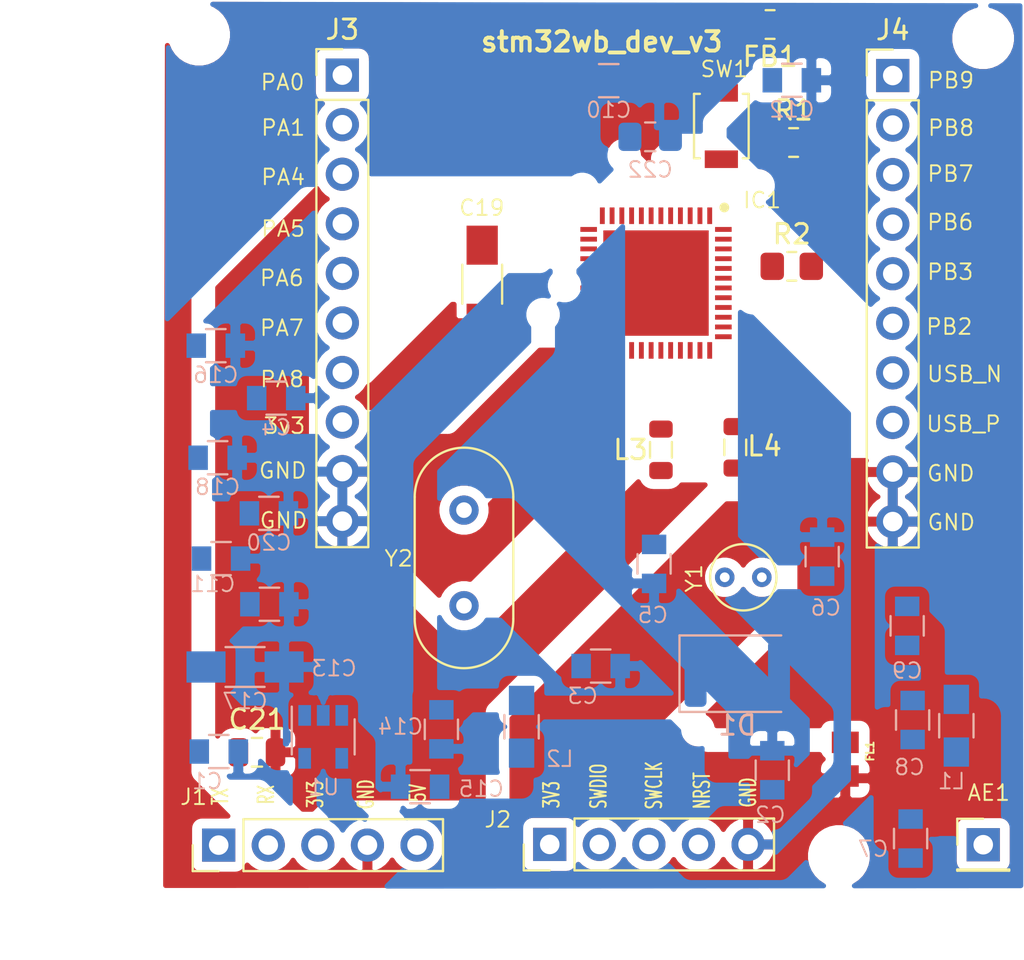
<source format=kicad_pcb>
(kicad_pcb (version 20171130) (host pcbnew 5.1.7-a382d34a8~88~ubuntu18.04.1)

  (general
    (thickness 1.6)
    (drawings 37)
    (tracks 0)
    (zones 0)
    (modules 41)
    (nets 52)
  )

  (page A4)
  (layers
    (0 F.Cu signal)
    (31 B.Cu signal)
    (32 B.Adhes user)
    (33 F.Adhes user)
    (34 B.Paste user)
    (35 F.Paste user)
    (36 B.SilkS user)
    (37 F.SilkS user)
    (38 B.Mask user)
    (39 F.Mask user)
    (40 Dwgs.User user)
    (41 Cmts.User user)
    (42 Eco1.User user)
    (43 Eco2.User user)
    (44 Edge.Cuts user)
    (45 Margin user)
    (46 B.CrtYd user hide)
    (47 F.CrtYd user)
    (48 B.Fab user hide)
    (49 F.Fab user)
  )

  (setup
    (last_trace_width 0.2)
    (trace_clearance 0.15)
    (zone_clearance 0.508)
    (zone_45_only no)
    (trace_min 0.2)
    (via_size 0.7)
    (via_drill 0.4)
    (via_min_size 0.4)
    (via_min_drill 0.3)
    (uvia_size 0.3)
    (uvia_drill 0.1)
    (uvias_allowed no)
    (uvia_min_size 0.2)
    (uvia_min_drill 0.1)
    (edge_width 0.05)
    (segment_width 0.2)
    (pcb_text_width 0.3)
    (pcb_text_size 1.5 1.5)
    (mod_edge_width 0.12)
    (mod_text_size 1 1)
    (mod_text_width 0.15)
    (pad_size 0.4 0.4)
    (pad_drill 0)
    (pad_to_mask_clearance 0.05)
    (solder_mask_min_width 0.05)
    (pad_to_paste_clearance 0.05)
    (pad_to_paste_clearance_ratio 0.0005)
    (aux_axis_origin 0 0)
    (visible_elements FFFFFF7F)
    (pcbplotparams
      (layerselection 0x330ff_ffffffff)
      (usegerberextensions false)
      (usegerberattributes false)
      (usegerberadvancedattributes false)
      (creategerberjobfile true)
      (excludeedgelayer true)
      (linewidth 0.100000)
      (plotframeref false)
      (viasonmask false)
      (mode 1)
      (useauxorigin false)
      (hpglpennumber 1)
      (hpglpenspeed 20)
      (hpglpendiameter 15.000000)
      (psnegative false)
      (psa4output false)
      (plotreference true)
      (plotvalue true)
      (plotinvisibletext false)
      (padsonsilk false)
      (subtractmaskfromsilk false)
      (outputformat 1)
      (mirror false)
      (drillshape 0)
      (scaleselection 1)
      (outputdirectory "/home/sarbjeet/github/IoT/Designs/PCB/KiCad/Projects/SwitchBoard/stm32wb_Dev/stm32wb_Dev_v2/stm32wb_Dev_v2_Gerber/"))
  )

  (net 0 "")
  (net 1 "Net-(AE1-Pad1)")
  (net 2 /GND)
  (net 3 /5V)
  (net 4 /OSC_OUT)
  (net 5 /OSC_IN)
  (net 6 /PC15)
  (net 7 /PC14)
  (net 8 "Net-(C7-Pad2)")
  (net 9 "Net-(C8-Pad1)")
  (net 10 "Net-(C9-Pad2)")
  (net 11 "Net-(C10-Pad1)")
  (net 12 "Net-(C14-Pad1)")
  (net 13 "Net-(C15-Pad1)")
  (net 14 "Net-(C19-Pad1)")
  (net 15 "Net-(IC1-Pad4)")
  (net 16 /PB8)
  (net 17 /PB9)
  (net 18 /NRST)
  (net 19 /PA0)
  (net 20 /PA1)
  (net 21 /PA4)
  (net 22 /PA5)
  (net 23 /PA6)
  (net 24 /PA7)
  (net 25 /PA8)
  (net 26 /UART_TX)
  (net 27 /PB2)
  (net 28 "Net-(IC1-Pad26)")
  (net 29 "Net-(IC1-Pad27)")
  (net 30 "Net-(IC1-Pad33)")
  (net 31 /UART_RX)
  (net 32 /SWDIO)
  (net 33 "Net-(IC1-Pad40)")
  (net 34 /SWCLK)
  (net 35 /PB3)
  (net 36 /PB6)
  (net 37 /PB7)
  (net 38 "Net-(U1-Pad4)")
  (net 39 /3V3)
  (net 40 "Net-(IC1-Pad18)")
  (net 41 "Net-(IC1-Pad28)")
  (net 42 "Net-(IC1-Pad29)")
  (net 43 "Net-(IC1-Pad30)")
  (net 44 "Net-(IC1-Pad36)")
  (net 45 /USB_N)
  (net 46 /USB_P)
  (net 47 "Net-(IC1-Pad42)")
  (net 48 "Net-(IC1-Pad44)")
  (net 49 "Net-(IC1-Pad45)")
  (net 50 "Net-(L3-Pad1)")
  (net 51 "Net-(C22-Pad1)")

  (net_class Default "This is the default net class."
    (clearance 0.15)
    (trace_width 0.2)
    (via_dia 0.7)
    (via_drill 0.4)
    (uvia_dia 0.3)
    (uvia_drill 0.1)
    (add_net /3V3)
    (add_net /5V)
    (add_net /GND)
    (add_net /NRST)
    (add_net /OSC_IN)
    (add_net /OSC_OUT)
    (add_net /PA0)
    (add_net /PA1)
    (add_net /PA4)
    (add_net /PA5)
    (add_net /PA6)
    (add_net /PA7)
    (add_net /PA8)
    (add_net /PB2)
    (add_net /PB3)
    (add_net /PB6)
    (add_net /PB7)
    (add_net /PB8)
    (add_net /PB9)
    (add_net /PC14)
    (add_net /PC15)
    (add_net /SWCLK)
    (add_net /SWDIO)
    (add_net /UART_RX)
    (add_net /UART_TX)
    (add_net /USB_N)
    (add_net /USB_P)
    (add_net "Net-(C10-Pad1)")
    (add_net "Net-(C14-Pad1)")
    (add_net "Net-(C15-Pad1)")
    (add_net "Net-(C19-Pad1)")
    (add_net "Net-(C22-Pad1)")
    (add_net "Net-(C7-Pad2)")
    (add_net "Net-(C8-Pad1)")
    (add_net "Net-(C9-Pad2)")
    (add_net "Net-(IC1-Pad18)")
    (add_net "Net-(IC1-Pad26)")
    (add_net "Net-(IC1-Pad27)")
    (add_net "Net-(IC1-Pad28)")
    (add_net "Net-(IC1-Pad29)")
    (add_net "Net-(IC1-Pad30)")
    (add_net "Net-(IC1-Pad33)")
    (add_net "Net-(IC1-Pad36)")
    (add_net "Net-(IC1-Pad4)")
    (add_net "Net-(IC1-Pad40)")
    (add_net "Net-(IC1-Pad42)")
    (add_net "Net-(IC1-Pad44)")
    (add_net "Net-(IC1-Pad45)")
    (add_net "Net-(L3-Pad1)")
    (add_net "Net-(U1-Pad4)")
  )

  (net_class forAntenna ""
    (clearance 0.2)
    (trace_width 0.8)
    (via_dia 0.7)
    (via_drill 0.4)
    (uvia_dia 0.3)
    (uvia_drill 0.1)
    (add_net "Net-(AE1-Pad1)")
  )

  (module Diodes_SMD:D_1812_4532Metric (layer B.Cu) (tedit 5F68FEF0) (tstamp 61B470B1)
    (at 112.46866 83.36534)
    (descr "Diode SMD 1812 (4532 Metric), square (rectangular) end terminal, IPC_7351 nominal, (Body size source: https://www.nikhef.nl/pub/departments/mt/projects/detectorR_D/dtddice/ERJ2G.pdf), generated with kicad-footprint-generator")
    (tags diode)
    (path /61B9677E)
    (attr smd)
    (fp_text reference D1 (at 0 2.65) (layer B.SilkS)
      (effects (font (size 1 1) (thickness 0.15)) (justify mirror))
    )
    (fp_text value BAT54K (at 0 -2.65) (layer B.Fab) hide
      (effects (font (size 1 1) (thickness 0.15)) (justify mirror))
    )
    (fp_text user %R (at 0 0) (layer B.Fab) hide
      (effects (font (size 1 1) (thickness 0.15)) (justify mirror))
    )
    (fp_line (start 2.25 1.6) (end -1.45 1.6) (layer B.Fab) (width 0.1))
    (fp_line (start -1.45 1.6) (end -2.25 0.8) (layer B.Fab) (width 0.1))
    (fp_line (start -2.25 0.8) (end -2.25 -1.6) (layer B.Fab) (width 0.1))
    (fp_line (start -2.25 -1.6) (end 2.25 -1.6) (layer B.Fab) (width 0.1))
    (fp_line (start 2.25 -1.6) (end 2.25 1.6) (layer B.Fab) (width 0.1))
    (fp_line (start 2.25 1.96) (end -2.96 1.96) (layer B.SilkS) (width 0.12))
    (fp_line (start -2.96 1.96) (end -2.96 -1.96) (layer B.SilkS) (width 0.12))
    (fp_line (start -2.96 -1.96) (end 2.25 -1.96) (layer B.SilkS) (width 0.12))
    (fp_line (start -2.95 -1.95) (end -2.95 1.95) (layer B.CrtYd) (width 0.05))
    (fp_line (start -2.95 1.95) (end 2.95 1.95) (layer B.CrtYd) (width 0.05))
    (fp_line (start 2.95 1.95) (end 2.95 -1.95) (layer B.CrtYd) (width 0.05))
    (fp_line (start 2.95 -1.95) (end -2.95 -1.95) (layer B.CrtYd) (width 0.05))
    (pad 2 smd roundrect (at 2.1375 0) (size 1.125 3.4) (layers B.Cu B.Paste B.Mask) (roundrect_rratio 0.222222)
      (net 51 "Net-(C22-Pad1)"))
    (pad 1 smd roundrect (at -2.1375 0) (size 1.125 3.4) (layers B.Cu B.Paste B.Mask) (roundrect_rratio 0.222222)
      (net 18 /NRST))
    (model ${KISYS3DMOD}/Diode_SMD.3dshapes/D_1812_4532Metric.wrl
      (at (xyz 0 0 0))
      (scale (xyz 1 1 1))
      (rotate (xyz 0 0 0))
    )
  )

  (module Custom_Libraries:QFN50P700X700X65-49N-D (layer F.Cu) (tedit 60BB9D64) (tstamp 5F2FF25A)
    (at 108.306 63.3476 270)
    (descr STM32WB55CEU6)
    (tags "Integrated Circuit")
    (path /5F2D9CF6)
    (attr smd)
    (fp_text reference IC1 (at -4.24688 -5.43266) (layer F.SilkS)
      (effects (font (size 0.8 0.8) (thickness 0.1)))
    )
    (fp_text value STM32WB55CEU6 (at 0.05 5.63 270) (layer F.SilkS) hide
      (effects (font (size 1 1) (thickness 0.15)))
    )
    (fp_circle (center -3.875 -3.5) (end -3.875 -3.375) (layer F.SilkS) (width 0.25))
    (fp_line (start -3.5 -3) (end -3 -3.5) (layer F.Fab) (width 0.1))
    (fp_line (start -3.5 3.5) (end -3.5 -3.5) (layer F.Fab) (width 0.1))
    (fp_line (start 3.5 3.5) (end -3.5 3.5) (layer F.Fab) (width 0.1))
    (fp_line (start 3.5 -3.5) (end 3.5 3.5) (layer F.Fab) (width 0.1))
    (fp_line (start -3.5 -3.5) (end 3.5 -3.5) (layer F.Fab) (width 0.1))
    (fp_line (start -4.125 4.125) (end -4.125 -4.125) (layer F.CrtYd) (width 0.05))
    (fp_line (start 4.125 4.125) (end -4.125 4.125) (layer F.CrtYd) (width 0.05))
    (fp_line (start 4.125 -4.125) (end 4.125 4.125) (layer F.CrtYd) (width 0.05))
    (fp_line (start -4.125 -4.125) (end 4.125 -4.125) (layer F.CrtYd) (width 0.05))
    (fp_text user %R (at 0 0 270) (layer F.Fab)
      (effects (font (size 1.27 1.27) (thickness 0.254)))
    )
    (pad 49 smd rect (at 0 0 270) (size 5.4 5.4) (layers F.Cu F.Paste F.Mask)
      (net 2 /GND))
    (pad 48 smd rect (at -2.75 -3.45 270) (size 0.25 0.85) (layers F.Cu F.Paste F.Mask)
      (net 39 /3V3))
    (pad 47 smd rect (at -2.25 -3.45 270) (size 0.25 0.85) (layers F.Cu F.Paste F.Mask)
      (net 37 /PB7))
    (pad 46 smd rect (at -1.75 -3.45 270) (size 0.25 0.85) (layers F.Cu F.Paste F.Mask)
      (net 36 /PB6))
    (pad 45 smd rect (at -1.25 -3.45 270) (size 0.25 0.85) (layers F.Cu F.Paste F.Mask)
      (net 49 "Net-(IC1-Pad45)"))
    (pad 44 smd rect (at -0.75 -3.45 270) (size 0.25 0.85) (layers F.Cu F.Paste F.Mask)
      (net 48 "Net-(IC1-Pad44)"))
    (pad 43 smd rect (at -0.25 -3.45 270) (size 0.25 0.85) (layers F.Cu F.Paste F.Mask)
      (net 35 /PB3))
    (pad 42 smd rect (at 0.25 -3.45 270) (size 0.25 0.85) (layers F.Cu F.Paste F.Mask)
      (net 47 "Net-(IC1-Pad42)"))
    (pad 41 smd rect (at 0.75 -3.45 270) (size 0.25 0.85) (layers F.Cu F.Paste F.Mask)
      (net 34 /SWCLK))
    (pad 40 smd rect (at 1.25 -3.45 270) (size 0.25 0.85) (layers F.Cu F.Paste F.Mask)
      (net 33 "Net-(IC1-Pad40)"))
    (pad 39 smd rect (at 1.75 -3.45 270) (size 0.25 0.85) (layers F.Cu F.Paste F.Mask)
      (net 32 /SWDIO))
    (pad 38 smd rect (at 2.25 -3.45 270) (size 0.25 0.85) (layers F.Cu F.Paste F.Mask)
      (net 46 /USB_P))
    (pad 37 smd rect (at 2.75 -3.45 270) (size 0.25 0.85) (layers F.Cu F.Paste F.Mask)
      (net 45 /USB_N))
    (pad 36 smd rect (at 3.45 -2.75) (size 0.25 0.85) (layers F.Cu F.Paste F.Mask)
      (net 44 "Net-(IC1-Pad36)"))
    (pad 35 smd rect (at 3.45 -2.25) (size 0.25 0.85) (layers F.Cu F.Paste F.Mask)
      (net 39 /3V3))
    (pad 34 smd rect (at 3.45 -1.75) (size 0.25 0.85) (layers F.Cu F.Paste F.Mask)
      (net 39 /3V3))
    (pad 33 smd rect (at 3.45 -1.25) (size 0.25 0.85) (layers F.Cu F.Paste F.Mask)
      (net 30 "Net-(IC1-Pad33)"))
    (pad 32 smd rect (at 3.45 -0.75) (size 0.25 0.85) (layers F.Cu F.Paste F.Mask)
      (net 2 /GND))
    (pad 31 smd rect (at 3.45 -0.25) (size 0.25 0.85) (layers F.Cu F.Paste F.Mask)
      (net 14 "Net-(C19-Pad1)"))
    (pad 30 smd rect (at 3.45 0.25) (size 0.25 0.85) (layers F.Cu F.Paste F.Mask)
      (net 43 "Net-(IC1-Pad30)"))
    (pad 29 smd rect (at 3.45 0.75) (size 0.25 0.85) (layers F.Cu F.Paste F.Mask)
      (net 42 "Net-(IC1-Pad29)"))
    (pad 28 smd rect (at 3.45 1.25) (size 0.25 0.85) (layers F.Cu F.Paste F.Mask)
      (net 41 "Net-(IC1-Pad28)"))
    (pad 27 smd rect (at 3.45 1.75) (size 0.25 0.85) (layers F.Cu F.Paste F.Mask)
      (net 29 "Net-(IC1-Pad27)"))
    (pad 26 smd rect (at 3.45 2.25) (size 0.25 0.85) (layers F.Cu F.Paste F.Mask)
      (net 28 "Net-(IC1-Pad26)"))
    (pad 25 smd rect (at 3.45 2.75) (size 0.25 0.85) (layers F.Cu F.Paste F.Mask)
      (net 5 /OSC_IN))
    (pad 24 smd rect (at 2.75 3.45 270) (size 0.25 0.85) (layers F.Cu F.Paste F.Mask)
      (net 4 /OSC_OUT))
    (pad 23 smd rect (at 2.25 3.45 270) (size 0.25 0.85) (layers F.Cu F.Paste F.Mask)
      (net 39 /3V3))
    (pad 22 smd rect (at 1.75 3.45 270) (size 0.25 0.85) (layers F.Cu F.Paste F.Mask)
      (net 2 /GND))
    (pad 21 smd rect (at 1.25 3.45 270) (size 0.25 0.85) (layers F.Cu F.Paste F.Mask)
      (net 13 "Net-(C15-Pad1)"))
    (pad 20 smd rect (at 0.75 3.45 270) (size 0.25 0.85) (layers F.Cu F.Paste F.Mask)
      (net 39 /3V3))
    (pad 19 smd rect (at 0.25 3.45 270) (size 0.25 0.85) (layers F.Cu F.Paste F.Mask)
      (net 27 /PB2))
    (pad 18 smd rect (at -0.25 3.45 270) (size 0.25 0.85) (layers F.Cu F.Paste F.Mask)
      (net 40 "Net-(IC1-Pad18)"))
    (pad 17 smd rect (at -0.75 3.45 270) (size 0.25 0.85) (layers F.Cu F.Paste F.Mask)
      (net 25 /PA8))
    (pad 16 smd rect (at -1.25 3.45 270) (size 0.25 0.85) (layers F.Cu F.Paste F.Mask)
      (net 24 /PA7))
    (pad 15 smd rect (at -1.75 3.45 270) (size 0.25 0.85) (layers F.Cu F.Paste F.Mask)
      (net 23 /PA6))
    (pad 14 smd rect (at -2.25 3.45 270) (size 0.25 0.85) (layers F.Cu F.Paste F.Mask)
      (net 22 /PA5))
    (pad 13 smd rect (at -2.75 3.45 270) (size 0.25 0.85) (layers F.Cu F.Paste F.Mask)
      (net 21 /PA4))
    (pad 12 smd rect (at -3.45 2.75) (size 0.25 0.85) (layers F.Cu F.Paste F.Mask)
      (net 31 /UART_RX))
    (pad 11 smd rect (at -3.45 2.25) (size 0.25 0.85) (layers F.Cu F.Paste F.Mask)
      (net 26 /UART_TX))
    (pad 10 smd rect (at -3.45 1.75) (size 0.25 0.85) (layers F.Cu F.Paste F.Mask)
      (net 20 /PA1))
    (pad 9 smd rect (at -3.45 1.25) (size 0.25 0.85) (layers F.Cu F.Paste F.Mask)
      (net 19 /PA0))
    (pad 8 smd rect (at -3.45 0.75) (size 0.25 0.85) (layers F.Cu F.Paste F.Mask)
      (net 11 "Net-(C10-Pad1)"))
    (pad 7 smd rect (at -3.45 0.25) (size 0.25 0.85) (layers F.Cu F.Paste F.Mask)
      (net 51 "Net-(C22-Pad1)"))
    (pad 6 smd rect (at -3.45 -0.25) (size 0.25 0.85) (layers F.Cu F.Paste F.Mask)
      (net 17 /PB9))
    (pad 5 smd rect (at -3.45 -0.75) (size 0.25 0.85) (layers F.Cu F.Paste F.Mask)
      (net 16 /PB8))
    (pad 4 smd rect (at -3.45 -1.25) (size 0.25 0.85) (layers F.Cu F.Paste F.Mask)
      (net 15 "Net-(IC1-Pad4)"))
    (pad 3 smd rect (at -3.45 -1.75) (size 0.25 0.85) (layers F.Cu F.Paste F.Mask)
      (net 6 /PC15))
    (pad 2 smd rect (at -3.45 -2.25) (size 0.25 0.85) (layers F.Cu F.Paste F.Mask)
      (net 7 /PC14))
    (pad 1 smd rect (at -3.45 -2.75) (size 0.25 0.85) (layers F.Cu F.Paste F.Mask)
      (net 39 /3V3))
    (model STM32WB55CEU6.stp
      (at (xyz 0 0 0))
      (scale (xyz 1 1 1))
      (rotate (xyz 0 0 0))
    )
  )

  (module Capacitors_SMD:C_0805_2012Metric (layer F.Cu) (tedit 5F68FEEE) (tstamp 60A9C6A4)
    (at 87.8662 87.3938)
    (descr "Capacitor SMD 0805 (2012 Metric), square (rectangular) end terminal, IPC_7351 nominal, (Body size source: IPC-SM-782 page 76, https://www.pcb-3d.com/wordpress/wp-content/uploads/ipc-sm-782a_amendment_1_and_2.pdf, https://docs.google.com/spreadsheets/d/1BsfQQcO9C6DZCsRaXUlFlo91Tg2WpOkGARC1WS5S8t0/edit?usp=sharing), generated with kicad-footprint-generator")
    (tags capacitor)
    (path /60A9FBB6)
    (attr smd)
    (fp_text reference C21 (at 0 -1.68) (layer F.SilkS)
      (effects (font (size 1 1) (thickness 0.15)))
    )
    (fp_text value 100nf (at 0 1.68) (layer F.Fab) hide
      (effects (font (size 1 1) (thickness 0.15)))
    )
    (fp_line (start 1.7 0.98) (end -1.7 0.98) (layer F.CrtYd) (width 0.05))
    (fp_line (start 1.7 -0.98) (end 1.7 0.98) (layer F.CrtYd) (width 0.05))
    (fp_line (start -1.7 -0.98) (end 1.7 -0.98) (layer F.CrtYd) (width 0.05))
    (fp_line (start -1.7 0.98) (end -1.7 -0.98) (layer F.CrtYd) (width 0.05))
    (fp_line (start -0.261252 0.735) (end 0.261252 0.735) (layer F.SilkS) (width 0.12))
    (fp_line (start -0.261252 -0.735) (end 0.261252 -0.735) (layer F.SilkS) (width 0.12))
    (fp_line (start 1 0.625) (end -1 0.625) (layer F.Fab) (width 0.1))
    (fp_line (start 1 -0.625) (end 1 0.625) (layer F.Fab) (width 0.1))
    (fp_line (start -1 -0.625) (end 1 -0.625) (layer F.Fab) (width 0.1))
    (fp_line (start -1 0.625) (end -1 -0.625) (layer F.Fab) (width 0.1))
    (fp_text user %R (at 0 0) (layer F.Fab) hide
      (effects (font (size 0.5 0.5) (thickness 0.08)))
    )
    (pad 2 smd roundrect (at 0.95 0) (size 1 1.45) (layers F.Cu F.Paste F.Mask) (roundrect_rratio 0.25)
      (net 2 /GND))
    (pad 1 smd roundrect (at -0.95 0) (size 1 1.45) (layers F.Cu F.Paste F.Mask) (roundrect_rratio 0.25)
      (net 39 /3V3))
    (model ${KISYS3DMOD}/Capacitor_SMD.3dshapes/C_0805_2012Metric.wrl
      (at (xyz 0 0 0))
      (scale (xyz 1 1 1))
      (rotate (xyz 0 0 0))
    )
  )

  (module Inductors_SMD:L_0805_2012Metric (layer F.Cu) (tedit 5F68FEF0) (tstamp 60A9A5E0)
    (at 112.365 71.7652 270)
    (descr "Inductor SMD 0805 (2012 Metric), square (rectangular) end terminal, IPC_7351 nominal, (Body size source: IPC-SM-782 page 80, https://www.pcb-3d.com/wordpress/wp-content/uploads/ipc-sm-782a_amendment_1_and_2.pdf), generated with kicad-footprint-generator")
    (tags inductor)
    (path /60AB269E)
    (attr smd)
    (fp_text reference L4 (at -0.06096 -1.4986 180) (layer F.SilkS)
      (effects (font (size 1 1) (thickness 0.15)))
    )
    (fp_text value 10nH (at 0 1.55 90) (layer F.Fab) hide
      (effects (font (size 1 1) (thickness 0.15)))
    )
    (fp_line (start -1 0.45) (end -1 -0.45) (layer F.Fab) (width 0.1))
    (fp_line (start -1 -0.45) (end 1 -0.45) (layer F.Fab) (width 0.1))
    (fp_line (start 1 -0.45) (end 1 0.45) (layer F.Fab) (width 0.1))
    (fp_line (start 1 0.45) (end -1 0.45) (layer F.Fab) (width 0.1))
    (fp_line (start -0.399622 -0.56) (end 0.399622 -0.56) (layer F.SilkS) (width 0.12))
    (fp_line (start -0.399622 0.56) (end 0.399622 0.56) (layer F.SilkS) (width 0.12))
    (fp_line (start -1.75 0.85) (end -1.75 -0.85) (layer F.CrtYd) (width 0.05))
    (fp_line (start -1.75 -0.85) (end 1.75 -0.85) (layer F.CrtYd) (width 0.05))
    (fp_line (start 1.75 -0.85) (end 1.75 0.85) (layer F.CrtYd) (width 0.05))
    (fp_line (start 1.75 0.85) (end -1.75 0.85) (layer F.CrtYd) (width 0.05))
    (fp_text user %R (at 0 0 90) (layer F.Fab) hide
      (effects (font (size 0.5 0.5) (thickness 0.08)))
    )
    (pad 2 smd roundrect (at 1.0625 0 270) (size 0.875 1.2) (layers F.Cu F.Paste F.Mask) (roundrect_rratio 0.25)
      (net 50 "Net-(L3-Pad1)"))
    (pad 1 smd roundrect (at -1.0625 0 270) (size 0.875 1.2) (layers F.Cu F.Paste F.Mask) (roundrect_rratio 0.25)
      (net 30 "Net-(IC1-Pad33)"))
    (model ${KISYS3DMOD}/Inductor_SMD.3dshapes/L_0805_2012Metric.wrl
      (at (xyz 0 0 0))
      (scale (xyz 1 1 1))
      (rotate (xyz 0 0 0))
    )
  )

  (module Inductors_SMD:L_0805_2012Metric (layer F.Cu) (tedit 5F68FEF0) (tstamp 5F2C1AC1)
    (at 108.56 71.8922 90)
    (descr "Inductor SMD 0805 (2012 Metric), square (rectangular) end terminal, IPC_7351 nominal, (Body size source: IPC-SM-782 page 80, https://www.pcb-3d.com/wordpress/wp-content/uploads/ipc-sm-782a_amendment_1_and_2.pdf), generated with kicad-footprint-generator")
    (tags inductor)
    (path /5F45AAB0)
    (attr smd)
    (fp_text reference L3 (at 0 -1.55956 180) (layer F.SilkS)
      (effects (font (size 1 1) (thickness 0.15)))
    )
    (fp_text value 10uH (at 0 1.55 90) (layer F.Fab) hide
      (effects (font (size 1 1) (thickness 0.15)))
    )
    (fp_line (start -1 0.45) (end -1 -0.45) (layer F.Fab) (width 0.1))
    (fp_line (start -1 -0.45) (end 1 -0.45) (layer F.Fab) (width 0.1))
    (fp_line (start 1 -0.45) (end 1 0.45) (layer F.Fab) (width 0.1))
    (fp_line (start 1 0.45) (end -1 0.45) (layer F.Fab) (width 0.1))
    (fp_line (start -0.399622 -0.56) (end 0.399622 -0.56) (layer F.SilkS) (width 0.12))
    (fp_line (start -0.399622 0.56) (end 0.399622 0.56) (layer F.SilkS) (width 0.12))
    (fp_line (start -1.75 0.85) (end -1.75 -0.85) (layer F.CrtYd) (width 0.05))
    (fp_line (start -1.75 -0.85) (end 1.75 -0.85) (layer F.CrtYd) (width 0.05))
    (fp_line (start 1.75 -0.85) (end 1.75 0.85) (layer F.CrtYd) (width 0.05))
    (fp_line (start 1.75 0.85) (end -1.75 0.85) (layer F.CrtYd) (width 0.05))
    (fp_text user %R (at 0 0 90) (layer F.Fab) hide
      (effects (font (size 0.5 0.5) (thickness 0.08)))
    )
    (pad 2 smd roundrect (at 1.0625 0 90) (size 0.875 1.2) (layers F.Cu F.Paste F.Mask) (roundrect_rratio 0.25)
      (net 14 "Net-(C19-Pad1)"))
    (pad 1 smd roundrect (at -1.0625 0 90) (size 0.875 1.2) (layers F.Cu F.Paste F.Mask) (roundrect_rratio 0.25)
      (net 50 "Net-(L3-Pad1)"))
    (model ${KISYS3DMOD}/Inductor_SMD.3dshapes/L_0805_2012Metric.wrl
      (at (xyz 0 0 0))
      (scale (xyz 1 1 1))
      (rotate (xyz 0 0 0))
    )
  )

  (module Pin_Headers:PinHeader_1x10_P2.54mm_Vertical (layer F.Cu) (tedit 59FED5CC) (tstamp 60A9873B)
    (at 120.432 52.7101)
    (descr "Through hole straight pin header, 1x10, 2.54mm pitch, single row")
    (tags "Through hole pin header THT 1x10 2.54mm single row")
    (path /60B951FB)
    (fp_text reference J4 (at 0 -2.33) (layer F.SilkS)
      (effects (font (size 1 1) (thickness 0.15)))
    )
    (fp_text value Conn_01x10_Female (at 0 25.19) (layer F.Fab) hide
      (effects (font (size 1 1) (thickness 0.15)))
    )
    (fp_line (start 1.8 -1.8) (end -1.8 -1.8) (layer F.CrtYd) (width 0.05))
    (fp_line (start 1.8 24.65) (end 1.8 -1.8) (layer F.CrtYd) (width 0.05))
    (fp_line (start -1.8 24.65) (end 1.8 24.65) (layer F.CrtYd) (width 0.05))
    (fp_line (start -1.8 -1.8) (end -1.8 24.65) (layer F.CrtYd) (width 0.05))
    (fp_line (start -1.33 -1.33) (end 0 -1.33) (layer F.SilkS) (width 0.12))
    (fp_line (start -1.33 0) (end -1.33 -1.33) (layer F.SilkS) (width 0.12))
    (fp_line (start -1.33 1.27) (end 1.33 1.27) (layer F.SilkS) (width 0.12))
    (fp_line (start 1.33 1.27) (end 1.33 24.19) (layer F.SilkS) (width 0.12))
    (fp_line (start -1.33 1.27) (end -1.33 24.19) (layer F.SilkS) (width 0.12))
    (fp_line (start -1.33 24.19) (end 1.33 24.19) (layer F.SilkS) (width 0.12))
    (fp_line (start -1.27 -0.635) (end -0.635 -1.27) (layer F.Fab) (width 0.1))
    (fp_line (start -1.27 24.13) (end -1.27 -0.635) (layer F.Fab) (width 0.1))
    (fp_line (start 1.27 24.13) (end -1.27 24.13) (layer F.Fab) (width 0.1))
    (fp_line (start 1.27 -1.27) (end 1.27 24.13) (layer F.Fab) (width 0.1))
    (fp_line (start -0.635 -1.27) (end 1.27 -1.27) (layer F.Fab) (width 0.1))
    (fp_text user %R (at 0 11.43 90) (layer F.Fab) hide
      (effects (font (size 1 1) (thickness 0.15)))
    )
    (pad 10 thru_hole oval (at 0 22.86) (size 1.7 1.7) (drill 1) (layers *.Cu *.Mask)
      (net 2 /GND))
    (pad 9 thru_hole oval (at 0 20.32) (size 1.7 1.7) (drill 1) (layers *.Cu *.Mask)
      (net 2 /GND))
    (pad 8 thru_hole oval (at 0 17.78) (size 1.7 1.7) (drill 1) (layers *.Cu *.Mask)
      (net 46 /USB_P))
    (pad 7 thru_hole oval (at 0 15.24) (size 1.7 1.7) (drill 1) (layers *.Cu *.Mask)
      (net 45 /USB_N))
    (pad 6 thru_hole oval (at 0 12.7) (size 1.7 1.7) (drill 1) (layers *.Cu *.Mask)
      (net 27 /PB2))
    (pad 5 thru_hole oval (at 0 10.16) (size 1.7 1.7) (drill 1) (layers *.Cu *.Mask)
      (net 35 /PB3))
    (pad 4 thru_hole oval (at 0 7.62) (size 1.7 1.7) (drill 1) (layers *.Cu *.Mask)
      (net 36 /PB6))
    (pad 3 thru_hole oval (at 0 5.08) (size 1.7 1.7) (drill 1) (layers *.Cu *.Mask)
      (net 37 /PB7))
    (pad 2 thru_hole oval (at 0 2.54) (size 1.7 1.7) (drill 1) (layers *.Cu *.Mask)
      (net 16 /PB8))
    (pad 1 thru_hole rect (at 0 0) (size 1.7 1.7) (drill 1) (layers *.Cu *.Mask)
      (net 17 /PB9))
    (model ${KISYS3DMOD}/Connector_PinHeader_2.54mm.3dshapes/PinHeader_1x10_P2.54mm_Vertical.wrl
      (at (xyz 0 0 0))
      (scale (xyz 1 1 1))
      (rotate (xyz 0 0 0))
    )
  )

  (module Pin_Headers:PinHeader_1x10_P2.54mm_Vertical (layer F.Cu) (tedit 59FED5CC) (tstamp 60A9871D)
    (at 92.2401 52.6898)
    (descr "Through hole straight pin header, 1x10, 2.54mm pitch, single row")
    (tags "Through hole pin header THT 1x10 2.54mm single row")
    (path /60B8C33F)
    (fp_text reference J3 (at 0 -2.33) (layer F.SilkS)
      (effects (font (size 1 1) (thickness 0.15)))
    )
    (fp_text value Conn_01x10_Female (at 0 25.19) (layer F.Fab) hide
      (effects (font (size 1 1) (thickness 0.15)))
    )
    (fp_line (start 1.8 -1.8) (end -1.8 -1.8) (layer F.CrtYd) (width 0.05))
    (fp_line (start 1.8 24.65) (end 1.8 -1.8) (layer F.CrtYd) (width 0.05))
    (fp_line (start -1.8 24.65) (end 1.8 24.65) (layer F.CrtYd) (width 0.05))
    (fp_line (start -1.8 -1.8) (end -1.8 24.65) (layer F.CrtYd) (width 0.05))
    (fp_line (start -1.33 -1.33) (end 0 -1.33) (layer F.SilkS) (width 0.12))
    (fp_line (start -1.33 0) (end -1.33 -1.33) (layer F.SilkS) (width 0.12))
    (fp_line (start -1.33 1.27) (end 1.33 1.27) (layer F.SilkS) (width 0.12))
    (fp_line (start 1.33 1.27) (end 1.33 24.19) (layer F.SilkS) (width 0.12))
    (fp_line (start -1.33 1.27) (end -1.33 24.19) (layer F.SilkS) (width 0.12))
    (fp_line (start -1.33 24.19) (end 1.33 24.19) (layer F.SilkS) (width 0.12))
    (fp_line (start -1.27 -0.635) (end -0.635 -1.27) (layer F.Fab) (width 0.1))
    (fp_line (start -1.27 24.13) (end -1.27 -0.635) (layer F.Fab) (width 0.1))
    (fp_line (start 1.27 24.13) (end -1.27 24.13) (layer F.Fab) (width 0.1))
    (fp_line (start 1.27 -1.27) (end 1.27 24.13) (layer F.Fab) (width 0.1))
    (fp_line (start -0.635 -1.27) (end 1.27 -1.27) (layer F.Fab) (width 0.1))
    (fp_text user %R (at 0 11.43 90) (layer F.Fab) hide
      (effects (font (size 1 1) (thickness 0.15)))
    )
    (pad 10 thru_hole oval (at 0 22.86) (size 1.7 1.7) (drill 1) (layers *.Cu *.Mask)
      (net 2 /GND))
    (pad 9 thru_hole oval (at 0 20.32) (size 1.7 1.7) (drill 1) (layers *.Cu *.Mask)
      (net 2 /GND))
    (pad 8 thru_hole oval (at 0 17.78) (size 1.7 1.7) (drill 1) (layers *.Cu *.Mask)
      (net 39 /3V3))
    (pad 7 thru_hole oval (at 0 15.24) (size 1.7 1.7) (drill 1) (layers *.Cu *.Mask)
      (net 25 /PA8))
    (pad 6 thru_hole oval (at 0 12.7) (size 1.7 1.7) (drill 1) (layers *.Cu *.Mask)
      (net 24 /PA7))
    (pad 5 thru_hole oval (at 0 10.16) (size 1.7 1.7) (drill 1) (layers *.Cu *.Mask)
      (net 23 /PA6))
    (pad 4 thru_hole oval (at 0 7.62) (size 1.7 1.7) (drill 1) (layers *.Cu *.Mask)
      (net 22 /PA5))
    (pad 3 thru_hole oval (at 0 5.08) (size 1.7 1.7) (drill 1) (layers *.Cu *.Mask)
      (net 21 /PA4))
    (pad 2 thru_hole oval (at 0 2.54) (size 1.7 1.7) (drill 1) (layers *.Cu *.Mask)
      (net 20 /PA1))
    (pad 1 thru_hole rect (at 0 0) (size 1.7 1.7) (drill 1) (layers *.Cu *.Mask)
      (net 19 /PA0))
    (model ${KISYS3DMOD}/Connector_PinHeader_2.54mm.3dshapes/PinHeader_1x10_P2.54mm_Vertical.wrl
      (at (xyz 0 0 0))
      (scale (xyz 1 1 1))
      (rotate (xyz 0 0 0))
    )
  )

  (module Capacitors_SMD:C_1206_HandSoldering (layer F.Cu) (tedit 58AA84D1) (tstamp 5F2C19B6)
    (at 99.4029 63.405 270)
    (descr "Capacitor SMD 1206, hand soldering")
    (tags "capacitor 1206")
    (path /5F46FE53)
    (attr smd)
    (fp_text reference C19 (at -3.91592 0.02032 180) (layer F.SilkS)
      (effects (font (size 0.8 0.8) (thickness 0.1)))
    )
    (fp_text value 4.7uf (at 0 2 90) (layer F.Fab) hide
      (effects (font (size 1 1) (thickness 0.15)))
    )
    (fp_line (start -1.6 0.8) (end -1.6 -0.8) (layer F.Fab) (width 0.1))
    (fp_line (start 1.6 0.8) (end -1.6 0.8) (layer F.Fab) (width 0.1))
    (fp_line (start 1.6 -0.8) (end 1.6 0.8) (layer F.Fab) (width 0.1))
    (fp_line (start -1.6 -0.8) (end 1.6 -0.8) (layer F.Fab) (width 0.1))
    (fp_line (start 1 -1.02) (end -1 -1.02) (layer F.SilkS) (width 0.12))
    (fp_line (start -1 1.02) (end 1 1.02) (layer F.SilkS) (width 0.12))
    (fp_line (start -3.25 -1.05) (end 3.25 -1.05) (layer F.CrtYd) (width 0.05))
    (fp_line (start -3.25 -1.05) (end -3.25 1.05) (layer F.CrtYd) (width 0.05))
    (fp_line (start 3.25 1.05) (end 3.25 -1.05) (layer F.CrtYd) (width 0.05))
    (fp_line (start 3.25 1.05) (end -3.25 1.05) (layer F.CrtYd) (width 0.05))
    (fp_text user %R (at 0 -1.75 90) (layer F.Fab) hide
      (effects (font (size 1 1) (thickness 0.15)))
    )
    (pad 1 smd rect (at -2 0 270) (size 2 1.6) (layers F.Cu F.Paste F.Mask)
      (net 14 "Net-(C19-Pad1)"))
    (pad 2 smd rect (at 2 0 270) (size 2 1.6) (layers F.Cu F.Paste F.Mask)
      (net 2 /GND))
    (model Capacitors_SMD.3dshapes/C_1206.wrl
      (at (xyz 0 0 0))
      (scale (xyz 1 1 1))
      (rotate (xyz 0 0 0))
    )
  )

  (module Capacitors_SMD:C_1206_HandSoldering (layer B.Cu) (tedit 58AA84D1) (tstamp 5F2C1994)
    (at 87.2566 83.0224)
    (descr "Capacitor SMD 1206, hand soldering")
    (tags "capacitor 1206")
    (path /5F382DEC)
    (attr smd)
    (fp_text reference C17 (at 0 1.75) (layer B.SilkS)
      (effects (font (size 0.8 0.8) (thickness 0.1)) (justify mirror))
    )
    (fp_text value 4.7uf (at 0 -2) (layer B.Fab) hide
      (effects (font (size 1 1) (thickness 0.15)) (justify mirror))
    )
    (fp_line (start -1.6 -0.8) (end -1.6 0.8) (layer B.Fab) (width 0.1))
    (fp_line (start 1.6 -0.8) (end -1.6 -0.8) (layer B.Fab) (width 0.1))
    (fp_line (start 1.6 0.8) (end 1.6 -0.8) (layer B.Fab) (width 0.1))
    (fp_line (start -1.6 0.8) (end 1.6 0.8) (layer B.Fab) (width 0.1))
    (fp_line (start 1 1.02) (end -1 1.02) (layer B.SilkS) (width 0.12))
    (fp_line (start -1 -1.02) (end 1 -1.02) (layer B.SilkS) (width 0.12))
    (fp_line (start -3.25 1.05) (end 3.25 1.05) (layer B.CrtYd) (width 0.05))
    (fp_line (start -3.25 1.05) (end -3.25 -1.05) (layer B.CrtYd) (width 0.05))
    (fp_line (start 3.25 -1.05) (end 3.25 1.05) (layer B.CrtYd) (width 0.05))
    (fp_line (start 3.25 -1.05) (end -3.25 -1.05) (layer B.CrtYd) (width 0.05))
    (fp_text user %R (at 0 1.75) (layer B.Fab) hide
      (effects (font (size 1 1) (thickness 0.15)) (justify mirror))
    )
    (pad 1 smd rect (at -2 0) (size 2 1.6) (layers B.Cu B.Paste B.Mask)
      (net 39 /3V3))
    (pad 2 smd rect (at 2 0) (size 2 1.6) (layers B.Cu B.Paste B.Mask)
      (net 2 /GND))
    (model Capacitors_SMD.3dshapes/C_1206.wrl
      (at (xyz 0 0 0))
      (scale (xyz 1 1 1))
      (rotate (xyz 0 0 0))
    )
  )

  (module Pin_Headers:Pin_Header_Straight_1x01_Pitch2.54mm (layer F.Cu) (tedit 59650532) (tstamp 5F2C1873)
    (at 125.067 92.1309)
    (descr "Through hole straight pin header, 1x01, 2.54mm pitch, single row")
    (tags "Through hole pin header THT 1x01 2.54mm single row")
    (path /5F34E3C3)
    (fp_text reference AE1 (at 0.28448 -2.66192) (layer F.SilkS)
      (effects (font (size 0.8 0.8) (thickness 0.1)))
    )
    (fp_text value Antenna (at 0 2.33) (layer F.Fab) hide
      (effects (font (size 1 1) (thickness 0.15)))
    )
    (fp_line (start 1.8 -1.8) (end -1.8 -1.8) (layer F.CrtYd) (width 0.05))
    (fp_line (start 1.8 1.8) (end 1.8 -1.8) (layer F.CrtYd) (width 0.05))
    (fp_line (start -1.8 1.8) (end 1.8 1.8) (layer F.CrtYd) (width 0.05))
    (fp_line (start -1.8 -1.8) (end -1.8 1.8) (layer F.CrtYd) (width 0.05))
    (fp_line (start -1.33 -1.33) (end 0 -1.33) (layer F.SilkS) (width 0.12))
    (fp_line (start -1.33 0) (end -1.33 -1.33) (layer F.SilkS) (width 0.12))
    (fp_line (start -1.33 1.27) (end 1.33 1.27) (layer F.SilkS) (width 0.12))
    (fp_line (start 1.33 1.27) (end 1.33 1.33) (layer F.SilkS) (width 0.12))
    (fp_line (start -1.33 1.27) (end -1.33 1.33) (layer F.SilkS) (width 0.12))
    (fp_line (start -1.33 1.33) (end 1.33 1.33) (layer F.SilkS) (width 0.12))
    (fp_line (start -1.27 -0.635) (end -0.635 -1.27) (layer F.Fab) (width 0.1))
    (fp_line (start -1.27 1.27) (end -1.27 -0.635) (layer F.Fab) (width 0.1))
    (fp_line (start 1.27 1.27) (end -1.27 1.27) (layer F.Fab) (width 0.1))
    (fp_line (start 1.27 -1.27) (end 1.27 1.27) (layer F.Fab) (width 0.1))
    (fp_line (start -0.635 -1.27) (end 1.27 -1.27) (layer F.Fab) (width 0.1))
    (fp_text user %R (at 0 0 90) (layer F.Fab) hide
      (effects (font (size 1 1) (thickness 0.15)))
    )
    (pad 1 thru_hole rect (at 0 0) (size 1.7 1.7) (drill 1) (layers *.Cu *.Mask)
      (net 1 "Net-(AE1-Pad1)"))
    (model ${KISYS3DMOD}/Pin_Headers.3dshapes/Pin_Header_Straight_1x01_Pitch2.54mm.wrl
      (at (xyz 0 0 0))
      (scale (xyz 1 1 1))
      (rotate (xyz 0 0 0))
    )
  )

  (module Capacitors_SMD:C_0805 (layer B.Cu) (tedit 58AA8463) (tstamp 5F2C1884)
    (at 85.9112 87.3557)
    (descr "Capacitor SMD 0805, reflow soldering, AVX (see smccp.pdf)")
    (tags "capacitor 0805")
    (path /5F2F209A)
    (attr smd)
    (fp_text reference C1 (at -0.59004 1.52146) (layer B.SilkS)
      (effects (font (size 0.8 0.8) (thickness 0.1)) (justify mirror))
    )
    (fp_text value 100nf (at 0 -1.75) (layer B.Fab) hide
      (effects (font (size 1 1) (thickness 0.15)) (justify mirror))
    )
    (fp_line (start 1.75 -0.87) (end -1.75 -0.87) (layer B.CrtYd) (width 0.05))
    (fp_line (start 1.75 -0.87) (end 1.75 0.88) (layer B.CrtYd) (width 0.05))
    (fp_line (start -1.75 0.88) (end -1.75 -0.87) (layer B.CrtYd) (width 0.05))
    (fp_line (start -1.75 0.88) (end 1.75 0.88) (layer B.CrtYd) (width 0.05))
    (fp_line (start -0.5 -0.85) (end 0.5 -0.85) (layer B.SilkS) (width 0.12))
    (fp_line (start 0.5 0.85) (end -0.5 0.85) (layer B.SilkS) (width 0.12))
    (fp_line (start -1 0.62) (end 1 0.62) (layer B.Fab) (width 0.1))
    (fp_line (start 1 0.62) (end 1 -0.62) (layer B.Fab) (width 0.1))
    (fp_line (start 1 -0.62) (end -1 -0.62) (layer B.Fab) (width 0.1))
    (fp_line (start -1 -0.62) (end -1 0.62) (layer B.Fab) (width 0.1))
    (fp_text user %R (at 0 1.5) (layer B.Fab) hide
      (effects (font (size 1 1) (thickness 0.15)) (justify mirror))
    )
    (pad 2 smd rect (at 1 0) (size 1 1.25) (layers B.Cu B.Paste B.Mask)
      (net 2 /GND))
    (pad 1 smd rect (at -1 0) (size 1 1.25) (layers B.Cu B.Paste B.Mask)
      (net 3 /5V))
    (model Capacitors_SMD.3dshapes/C_0805.wrl
      (at (xyz 0 0 0))
      (scale (xyz 1 1 1))
      (rotate (xyz 0 0 0))
    )
  )

  (module Capacitors_SMD:C_0805 (layer B.Cu) (tedit 58AA8463) (tstamp 5F2C1895)
    (at 114.262 88.3133 90)
    (descr "Capacitor SMD 0805, reflow soldering, AVX (see smccp.pdf)")
    (tags "capacitor 0805")
    (path /5F3B3F6B)
    (attr smd)
    (fp_text reference C2 (at -2.28854 -0.09906 180) (layer B.SilkS)
      (effects (font (size 0.8 0.8) (thickness 0.1)) (justify mirror))
    )
    (fp_text value 22p (at 0 -1.75 270) (layer B.Fab) hide
      (effects (font (size 1 1) (thickness 0.15)) (justify mirror))
    )
    (fp_line (start 1.75 -0.87) (end -1.75 -0.87) (layer B.CrtYd) (width 0.05))
    (fp_line (start 1.75 -0.87) (end 1.75 0.88) (layer B.CrtYd) (width 0.05))
    (fp_line (start -1.75 0.88) (end -1.75 -0.87) (layer B.CrtYd) (width 0.05))
    (fp_line (start -1.75 0.88) (end 1.75 0.88) (layer B.CrtYd) (width 0.05))
    (fp_line (start -0.5 -0.85) (end 0.5 -0.85) (layer B.SilkS) (width 0.12))
    (fp_line (start 0.5 0.85) (end -0.5 0.85) (layer B.SilkS) (width 0.12))
    (fp_line (start -1 0.62) (end 1 0.62) (layer B.Fab) (width 0.1))
    (fp_line (start 1 0.62) (end 1 -0.62) (layer B.Fab) (width 0.1))
    (fp_line (start 1 -0.62) (end -1 -0.62) (layer B.Fab) (width 0.1))
    (fp_line (start -1 -0.62) (end -1 0.62) (layer B.Fab) (width 0.1))
    (fp_text user %R (at 0 1.5 270) (layer B.Fab) hide
      (effects (font (size 1 1) (thickness 0.15)) (justify mirror))
    )
    (pad 2 smd rect (at 1 0 90) (size 1 1.25) (layers B.Cu B.Paste B.Mask)
      (net 2 /GND))
    (pad 1 smd rect (at -1 0 90) (size 1 1.25) (layers B.Cu B.Paste B.Mask)
      (net 4 /OSC_OUT))
    (model Capacitors_SMD.3dshapes/C_0805.wrl
      (at (xyz 0 0 0))
      (scale (xyz 1 1 1))
      (rotate (xyz 0 0 0))
    )
  )

  (module Capacitors_SMD:C_0805 (layer B.Cu) (tedit 58AA8463) (tstamp 5F2C18A6)
    (at 105.472 82.9742)
    (descr "Capacitor SMD 0805, reflow soldering, AVX (see smccp.pdf)")
    (tags "capacitor 0805")
    (path /5F3B743C)
    (attr smd)
    (fp_text reference C3 (at -0.92024 1.53416) (layer B.SilkS)
      (effects (font (size 0.8 0.8) (thickness 0.1)) (justify mirror))
    )
    (fp_text value 22p (at 0 -1.75) (layer B.Fab) hide
      (effects (font (size 1 1) (thickness 0.15)) (justify mirror))
    )
    (fp_line (start 1.75 -0.87) (end -1.75 -0.87) (layer B.CrtYd) (width 0.05))
    (fp_line (start 1.75 -0.87) (end 1.75 0.88) (layer B.CrtYd) (width 0.05))
    (fp_line (start -1.75 0.88) (end -1.75 -0.87) (layer B.CrtYd) (width 0.05))
    (fp_line (start -1.75 0.88) (end 1.75 0.88) (layer B.CrtYd) (width 0.05))
    (fp_line (start -0.5 -0.85) (end 0.5 -0.85) (layer B.SilkS) (width 0.12))
    (fp_line (start 0.5 0.85) (end -0.5 0.85) (layer B.SilkS) (width 0.12))
    (fp_line (start -1 0.62) (end 1 0.62) (layer B.Fab) (width 0.1))
    (fp_line (start 1 0.62) (end 1 -0.62) (layer B.Fab) (width 0.1))
    (fp_line (start 1 -0.62) (end -1 -0.62) (layer B.Fab) (width 0.1))
    (fp_line (start -1 -0.62) (end -1 0.62) (layer B.Fab) (width 0.1))
    (fp_text user %R (at 0 1.5) (layer B.Fab) hide
      (effects (font (size 1 1) (thickness 0.15)) (justify mirror))
    )
    (pad 2 smd rect (at 1 0) (size 1 1.25) (layers B.Cu B.Paste B.Mask)
      (net 2 /GND))
    (pad 1 smd rect (at -1 0) (size 1 1.25) (layers B.Cu B.Paste B.Mask)
      (net 5 /OSC_IN))
    (model Capacitors_SMD.3dshapes/C_0805.wrl
      (at (xyz 0 0 0))
      (scale (xyz 1 1 1))
      (rotate (xyz 0 0 0))
    )
  )

  (module Capacitors_SMD:C_0805 (layer B.Cu) (tedit 58AA8463) (tstamp 5F2C18B7)
    (at 88.8517 69.2429)
    (descr "Capacitor SMD 0805, reflow soldering, AVX (see smccp.pdf)")
    (tags "capacitor 0805")
    (path /5F2F48A0)
    (attr smd)
    (fp_text reference C4 (at 0 1.5) (layer B.SilkS)
      (effects (font (size 0.8 0.8) (thickness 0.1)) (justify mirror))
    )
    (fp_text value 100nf (at 0 -1.75) (layer B.Fab) hide
      (effects (font (size 1 1) (thickness 0.15)) (justify mirror))
    )
    (fp_line (start -1 -0.62) (end -1 0.62) (layer B.Fab) (width 0.1))
    (fp_line (start 1 -0.62) (end -1 -0.62) (layer B.Fab) (width 0.1))
    (fp_line (start 1 0.62) (end 1 -0.62) (layer B.Fab) (width 0.1))
    (fp_line (start -1 0.62) (end 1 0.62) (layer B.Fab) (width 0.1))
    (fp_line (start 0.5 0.85) (end -0.5 0.85) (layer B.SilkS) (width 0.12))
    (fp_line (start -0.5 -0.85) (end 0.5 -0.85) (layer B.SilkS) (width 0.12))
    (fp_line (start -1.75 0.88) (end 1.75 0.88) (layer B.CrtYd) (width 0.05))
    (fp_line (start -1.75 0.88) (end -1.75 -0.87) (layer B.CrtYd) (width 0.05))
    (fp_line (start 1.75 -0.87) (end 1.75 0.88) (layer B.CrtYd) (width 0.05))
    (fp_line (start 1.75 -0.87) (end -1.75 -0.87) (layer B.CrtYd) (width 0.05))
    (fp_text user %R (at 0 1.5) (layer B.Fab) hide
      (effects (font (size 1 1) (thickness 0.15)) (justify mirror))
    )
    (pad 1 smd rect (at -1 0) (size 1 1.25) (layers B.Cu B.Paste B.Mask)
      (net 39 /3V3))
    (pad 2 smd rect (at 1 0) (size 1 1.25) (layers B.Cu B.Paste B.Mask)
      (net 2 /GND))
    (model Capacitors_SMD.3dshapes/C_0805.wrl
      (at (xyz 0 0 0))
      (scale (xyz 1 1 1))
      (rotate (xyz 0 0 0))
    )
  )

  (module Capacitors_SMD:C_0805 (layer B.Cu) (tedit 58AA8463) (tstamp 5F2C18C8)
    (at 108.207 77.7392 90)
    (descr "Capacitor SMD 0805, reflow soldering, AVX (see smccp.pdf)")
    (tags "capacitor 0805")
    (path /5F39A30C)
    (attr smd)
    (fp_text reference C5 (at -2.62128 -0.06096 180) (layer B.SilkS)
      (effects (font (size 0.8 0.8) (thickness 0.1)) (justify mirror))
    )
    (fp_text value 15pf (at 0 -1.75 90) (layer B.Fab) hide
      (effects (font (size 1 1) (thickness 0.15)) (justify mirror))
    )
    (fp_line (start -1 -0.62) (end -1 0.62) (layer B.Fab) (width 0.1))
    (fp_line (start 1 -0.62) (end -1 -0.62) (layer B.Fab) (width 0.1))
    (fp_line (start 1 0.62) (end 1 -0.62) (layer B.Fab) (width 0.1))
    (fp_line (start -1 0.62) (end 1 0.62) (layer B.Fab) (width 0.1))
    (fp_line (start 0.5 0.85) (end -0.5 0.85) (layer B.SilkS) (width 0.12))
    (fp_line (start -0.5 -0.85) (end 0.5 -0.85) (layer B.SilkS) (width 0.12))
    (fp_line (start -1.75 0.88) (end 1.75 0.88) (layer B.CrtYd) (width 0.05))
    (fp_line (start -1.75 0.88) (end -1.75 -0.87) (layer B.CrtYd) (width 0.05))
    (fp_line (start 1.75 -0.87) (end 1.75 0.88) (layer B.CrtYd) (width 0.05))
    (fp_line (start 1.75 -0.87) (end -1.75 -0.87) (layer B.CrtYd) (width 0.05))
    (fp_text user %R (at 0 1.5 90) (layer B.Fab) hide
      (effects (font (size 1 1) (thickness 0.15)) (justify mirror))
    )
    (pad 1 smd rect (at -1 0 90) (size 1 1.25) (layers B.Cu B.Paste B.Mask)
      (net 2 /GND))
    (pad 2 smd rect (at 1 0 90) (size 1 1.25) (layers B.Cu B.Paste B.Mask)
      (net 6 /PC15))
    (model Capacitors_SMD.3dshapes/C_0805.wrl
      (at (xyz 0 0 0))
      (scale (xyz 1 1 1))
      (rotate (xyz 0 0 0))
    )
  )

  (module Capacitors_SMD:C_0805 (layer B.Cu) (tedit 58AA8463) (tstamp 5F2C18D9)
    (at 116.817 77.3676 270)
    (descr "Capacitor SMD 0805, reflow soldering, AVX (see smccp.pdf)")
    (tags "capacitor 0805")
    (path /5F39B61B)
    (attr smd)
    (fp_text reference C6 (at 2.61696 -0.18796 180) (layer B.SilkS)
      (effects (font (size 0.8 0.8) (thickness 0.1)) (justify mirror))
    )
    (fp_text value 15pf (at 0 -1.75 90) (layer B.Fab) hide
      (effects (font (size 1 1) (thickness 0.15)) (justify mirror))
    )
    (fp_line (start -1 -0.62) (end -1 0.62) (layer B.Fab) (width 0.1))
    (fp_line (start 1 -0.62) (end -1 -0.62) (layer B.Fab) (width 0.1))
    (fp_line (start 1 0.62) (end 1 -0.62) (layer B.Fab) (width 0.1))
    (fp_line (start -1 0.62) (end 1 0.62) (layer B.Fab) (width 0.1))
    (fp_line (start 0.5 0.85) (end -0.5 0.85) (layer B.SilkS) (width 0.12))
    (fp_line (start -0.5 -0.85) (end 0.5 -0.85) (layer B.SilkS) (width 0.12))
    (fp_line (start -1.75 0.88) (end 1.75 0.88) (layer B.CrtYd) (width 0.05))
    (fp_line (start -1.75 0.88) (end -1.75 -0.87) (layer B.CrtYd) (width 0.05))
    (fp_line (start 1.75 -0.87) (end 1.75 0.88) (layer B.CrtYd) (width 0.05))
    (fp_line (start 1.75 -0.87) (end -1.75 -0.87) (layer B.CrtYd) (width 0.05))
    (fp_text user %R (at 0 1.5 90) (layer B.Fab) hide
      (effects (font (size 1 1) (thickness 0.15)) (justify mirror))
    )
    (pad 1 smd rect (at -1 0 270) (size 1 1.25) (layers B.Cu B.Paste B.Mask)
      (net 2 /GND))
    (pad 2 smd rect (at 1 0 270) (size 1 1.25) (layers B.Cu B.Paste B.Mask)
      (net 7 /PC14))
    (model Capacitors_SMD.3dshapes/C_0805.wrl
      (at (xyz 0 0 0))
      (scale (xyz 1 1 1))
      (rotate (xyz 0 0 0))
    )
  )

  (module Capacitors_SMD:C_0805 (layer B.Cu) (tedit 58AA8463) (tstamp 5F2C18EA)
    (at 121.346 91.8159 270)
    (descr "Capacitor SMD 0805, reflow soldering, AVX (see smccp.pdf)")
    (tags "capacitor 0805")
    (path /5F333F7E)
    (attr smd)
    (fp_text reference C7 (at 0.53088 1.91774 180) (layer B.SilkS)
      (effects (font (size 0.8 0.8) (thickness 0.1)) (justify mirror))
    )
    (fp_text value 1.2p (at 0 -1.75 270) (layer B.Fab) hide
      (effects (font (size 1 1) (thickness 0.15)) (justify mirror))
    )
    (fp_line (start -1 -0.62) (end -1 0.62) (layer B.Fab) (width 0.1))
    (fp_line (start 1 -0.62) (end -1 -0.62) (layer B.Fab) (width 0.1))
    (fp_line (start 1 0.62) (end 1 -0.62) (layer B.Fab) (width 0.1))
    (fp_line (start -1 0.62) (end 1 0.62) (layer B.Fab) (width 0.1))
    (fp_line (start 0.5 0.85) (end -0.5 0.85) (layer B.SilkS) (width 0.12))
    (fp_line (start -0.5 -0.85) (end 0.5 -0.85) (layer B.SilkS) (width 0.12))
    (fp_line (start -1.75 0.88) (end 1.75 0.88) (layer B.CrtYd) (width 0.05))
    (fp_line (start -1.75 0.88) (end -1.75 -0.87) (layer B.CrtYd) (width 0.05))
    (fp_line (start 1.75 -0.87) (end 1.75 0.88) (layer B.CrtYd) (width 0.05))
    (fp_line (start 1.75 -0.87) (end -1.75 -0.87) (layer B.CrtYd) (width 0.05))
    (fp_text user %R (at 0 1.5 270) (layer B.Fab) hide
      (effects (font (size 1 1) (thickness 0.15)) (justify mirror))
    )
    (pad 1 smd rect (at -1 0 270) (size 1 1.25) (layers B.Cu B.Paste B.Mask)
      (net 1 "Net-(AE1-Pad1)"))
    (pad 2 smd rect (at 1 0 270) (size 1 1.25) (layers B.Cu B.Paste B.Mask)
      (net 8 "Net-(C7-Pad2)"))
    (model Capacitors_SMD.3dshapes/C_0805.wrl
      (at (xyz 0 0 0))
      (scale (xyz 1 1 1))
      (rotate (xyz 0 0 0))
    )
  )

  (module Capacitors_SMD:C_0805 (layer B.Cu) (tedit 58AA8463) (tstamp 5F2C18FB)
    (at 121.45 85.7395 90)
    (descr "Capacitor SMD 0805, reflow soldering, AVX (see smccp.pdf)")
    (tags "capacitor 0805")
    (path /5F333F88)
    (attr smd)
    (fp_text reference C8 (at -2.41732 -0.15748 180) (layer B.SilkS)
      (effects (font (size 0.8 0.8) (thickness 0.1)) (justify mirror))
    )
    (fp_text value NM (at 0 -1.75 270) (layer B.Fab) hide
      (effects (font (size 1 1) (thickness 0.15)) (justify mirror))
    )
    (fp_line (start -1 -0.62) (end -1 0.62) (layer B.Fab) (width 0.1))
    (fp_line (start 1 -0.62) (end -1 -0.62) (layer B.Fab) (width 0.1))
    (fp_line (start 1 0.62) (end 1 -0.62) (layer B.Fab) (width 0.1))
    (fp_line (start -1 0.62) (end 1 0.62) (layer B.Fab) (width 0.1))
    (fp_line (start 0.5 0.85) (end -0.5 0.85) (layer B.SilkS) (width 0.12))
    (fp_line (start -0.5 -0.85) (end 0.5 -0.85) (layer B.SilkS) (width 0.12))
    (fp_line (start -1.75 0.88) (end 1.75 0.88) (layer B.CrtYd) (width 0.05))
    (fp_line (start -1.75 0.88) (end -1.75 -0.87) (layer B.CrtYd) (width 0.05))
    (fp_line (start 1.75 -0.87) (end 1.75 0.88) (layer B.CrtYd) (width 0.05))
    (fp_line (start 1.75 -0.87) (end -1.75 -0.87) (layer B.CrtYd) (width 0.05))
    (fp_text user %R (at 0 1.5 270) (layer B.Fab) hide
      (effects (font (size 1 1) (thickness 0.15)) (justify mirror))
    )
    (pad 1 smd rect (at -1 0 90) (size 1 1.25) (layers B.Cu B.Paste B.Mask)
      (net 9 "Net-(C8-Pad1)"))
    (pad 2 smd rect (at 1 0 90) (size 1 1.25) (layers B.Cu B.Paste B.Mask)
      (net 8 "Net-(C7-Pad2)"))
    (model Capacitors_SMD.3dshapes/C_0805.wrl
      (at (xyz 0 0 0))
      (scale (xyz 1 1 1))
      (rotate (xyz 0 0 0))
    )
  )

  (module Capacitors_SMD:C_0805 (layer B.Cu) (tedit 58AA8463) (tstamp 5F2C190C)
    (at 121.1707 80.91424 270)
    (descr "Capacitor SMD 0805, reflow soldering, AVX (see smccp.pdf)")
    (tags "capacitor 0805")
    (path /5F341470)
    (attr smd)
    (fp_text reference C9 (at 2.29798 0.00252 180) (layer B.SilkS)
      (effects (font (size 0.8 0.8) (thickness 0.1)) (justify mirror))
    )
    (fp_text value 10nf (at 0 -1.75 270) (layer B.Fab) hide
      (effects (font (size 1 1) (thickness 0.15)) (justify mirror))
    )
    (fp_line (start 1.75 -0.87) (end -1.75 -0.87) (layer B.CrtYd) (width 0.05))
    (fp_line (start 1.75 -0.87) (end 1.75 0.88) (layer B.CrtYd) (width 0.05))
    (fp_line (start -1.75 0.88) (end -1.75 -0.87) (layer B.CrtYd) (width 0.05))
    (fp_line (start -1.75 0.88) (end 1.75 0.88) (layer B.CrtYd) (width 0.05))
    (fp_line (start -0.5 -0.85) (end 0.5 -0.85) (layer B.SilkS) (width 0.12))
    (fp_line (start 0.5 0.85) (end -0.5 0.85) (layer B.SilkS) (width 0.12))
    (fp_line (start -1 0.62) (end 1 0.62) (layer B.Fab) (width 0.1))
    (fp_line (start 1 0.62) (end 1 -0.62) (layer B.Fab) (width 0.1))
    (fp_line (start 1 -0.62) (end -1 -0.62) (layer B.Fab) (width 0.1))
    (fp_line (start -1 -0.62) (end -1 0.62) (layer B.Fab) (width 0.1))
    (fp_text user %R (at 0 1.5 270) (layer B.Fab) hide
      (effects (font (size 1 1) (thickness 0.15)) (justify mirror))
    )
    (pad 2 smd rect (at 1 0 270) (size 1 1.25) (layers B.Cu B.Paste B.Mask)
      (net 10 "Net-(C9-Pad2)"))
    (pad 1 smd rect (at -1 0 270) (size 1 1.25) (layers B.Cu B.Paste B.Mask)
      (net 9 "Net-(C8-Pad1)"))
    (model Capacitors_SMD.3dshapes/C_0805.wrl
      (at (xyz 0 0 0))
      (scale (xyz 1 1 1))
      (rotate (xyz 0 0 0))
    )
  )

  (module Capacitors_SMD:C_0805 (layer B.Cu) (tedit 58AA8463) (tstamp 5F2C191D)
    (at 105.88498 52.97424)
    (descr "Capacitor SMD 0805, reflow soldering, AVX (see smccp.pdf)")
    (tags "capacitor 0805")
    (path /5F2D469C)
    (attr smd)
    (fp_text reference C10 (at 0 1.5) (layer B.SilkS)
      (effects (font (size 0.8 0.8) (thickness 0.1)) (justify mirror))
    )
    (fp_text value 100nf (at 0 -1.75) (layer B.Fab) hide
      (effects (font (size 1 1) (thickness 0.15)) (justify mirror))
    )
    (fp_line (start 1.75 -0.87) (end -1.75 -0.87) (layer B.CrtYd) (width 0.05))
    (fp_line (start 1.75 -0.87) (end 1.75 0.88) (layer B.CrtYd) (width 0.05))
    (fp_line (start -1.75 0.88) (end -1.75 -0.87) (layer B.CrtYd) (width 0.05))
    (fp_line (start -1.75 0.88) (end 1.75 0.88) (layer B.CrtYd) (width 0.05))
    (fp_line (start -0.5 -0.85) (end 0.5 -0.85) (layer B.SilkS) (width 0.12))
    (fp_line (start 0.5 0.85) (end -0.5 0.85) (layer B.SilkS) (width 0.12))
    (fp_line (start -1 0.62) (end 1 0.62) (layer B.Fab) (width 0.1))
    (fp_line (start 1 0.62) (end 1 -0.62) (layer B.Fab) (width 0.1))
    (fp_line (start 1 -0.62) (end -1 -0.62) (layer B.Fab) (width 0.1))
    (fp_line (start -1 -0.62) (end -1 0.62) (layer B.Fab) (width 0.1))
    (fp_text user %R (at 0 1.5) (layer B.Fab) hide
      (effects (font (size 1 1) (thickness 0.15)) (justify mirror))
    )
    (pad 2 smd rect (at 1 0) (size 1 1.25) (layers B.Cu B.Paste B.Mask)
      (net 2 /GND))
    (pad 1 smd rect (at -1 0) (size 1 1.25) (layers B.Cu B.Paste B.Mask)
      (net 11 "Net-(C10-Pad1)"))
    (model Capacitors_SMD.3dshapes/C_0805.wrl
      (at (xyz 0 0 0))
      (scale (xyz 1 1 1))
      (rotate (xyz 0 0 0))
    )
  )

  (module Capacitors_SMD:C_0805 (layer B.Cu) (tedit 58AA8463) (tstamp 5F2C192E)
    (at 86.02726 77.46746)
    (descr "Capacitor SMD 0805, reflow soldering, AVX (see smccp.pdf)")
    (tags "capacitor 0805")
    (path /5F305779)
    (attr smd)
    (fp_text reference C11 (at -0.42672 1.30556) (layer B.SilkS)
      (effects (font (size 0.8 0.8) (thickness 0.1)) (justify mirror))
    )
    (fp_text value 100p (at 0 -1.75) (layer B.Fab) hide
      (effects (font (size 1 1) (thickness 0.15)) (justify mirror))
    )
    (fp_line (start 1.75 -0.87) (end -1.75 -0.87) (layer B.CrtYd) (width 0.05))
    (fp_line (start 1.75 -0.87) (end 1.75 0.88) (layer B.CrtYd) (width 0.05))
    (fp_line (start -1.75 0.88) (end -1.75 -0.87) (layer B.CrtYd) (width 0.05))
    (fp_line (start -1.75 0.88) (end 1.75 0.88) (layer B.CrtYd) (width 0.05))
    (fp_line (start -0.5 -0.85) (end 0.5 -0.85) (layer B.SilkS) (width 0.12))
    (fp_line (start 0.5 0.85) (end -0.5 0.85) (layer B.SilkS) (width 0.12))
    (fp_line (start -1 0.62) (end 1 0.62) (layer B.Fab) (width 0.1))
    (fp_line (start 1 0.62) (end 1 -0.62) (layer B.Fab) (width 0.1))
    (fp_line (start 1 -0.62) (end -1 -0.62) (layer B.Fab) (width 0.1))
    (fp_line (start -1 -0.62) (end -1 0.62) (layer B.Fab) (width 0.1))
    (fp_text user %R (at 0 1.5) (layer B.Fab) hide
      (effects (font (size 1 1) (thickness 0.15)) (justify mirror))
    )
    (pad 2 smd rect (at 1 0) (size 1 1.25) (layers B.Cu B.Paste B.Mask)
      (net 2 /GND))
    (pad 1 smd rect (at -1 0) (size 1 1.25) (layers B.Cu B.Paste B.Mask)
      (net 39 /3V3))
    (model Capacitors_SMD.3dshapes/C_0805.wrl
      (at (xyz 0 0 0))
      (scale (xyz 1 1 1))
      (rotate (xyz 0 0 0))
    )
  )

  (module Capacitors_SMD:C_0805 (layer B.Cu) (tedit 58AA8463) (tstamp 5F2C193F)
    (at 115.265 52.9539)
    (descr "Capacitor SMD 0805, reflow soldering, AVX (see smccp.pdf)")
    (tags "capacitor 0805")
    (path /5F447F70)
    (attr smd)
    (fp_text reference C12 (at 0 1.5) (layer B.SilkS)
      (effects (font (size 0.8 0.8) (thickness 0.1)) (justify mirror))
    )
    (fp_text value 100nf (at 0 -1.75) (layer B.Fab) hide
      (effects (font (size 1 1) (thickness 0.15)) (justify mirror))
    )
    (fp_line (start 1.75 -0.87) (end -1.75 -0.87) (layer B.CrtYd) (width 0.05))
    (fp_line (start 1.75 -0.87) (end 1.75 0.88) (layer B.CrtYd) (width 0.05))
    (fp_line (start -1.75 0.88) (end -1.75 -0.87) (layer B.CrtYd) (width 0.05))
    (fp_line (start -1.75 0.88) (end 1.75 0.88) (layer B.CrtYd) (width 0.05))
    (fp_line (start -0.5 -0.85) (end 0.5 -0.85) (layer B.SilkS) (width 0.12))
    (fp_line (start 0.5 0.85) (end -0.5 0.85) (layer B.SilkS) (width 0.12))
    (fp_line (start -1 0.62) (end 1 0.62) (layer B.Fab) (width 0.1))
    (fp_line (start 1 0.62) (end 1 -0.62) (layer B.Fab) (width 0.1))
    (fp_line (start 1 -0.62) (end -1 -0.62) (layer B.Fab) (width 0.1))
    (fp_line (start -1 -0.62) (end -1 0.62) (layer B.Fab) (width 0.1))
    (fp_text user %R (at 0 1.5) (layer B.Fab) hide
      (effects (font (size 1 1) (thickness 0.15)) (justify mirror))
    )
    (pad 2 smd rect (at 1 0) (size 1 1.25) (layers B.Cu B.Paste B.Mask)
      (net 2 /GND))
    (pad 1 smd rect (at -1 0) (size 1 1.25) (layers B.Cu B.Paste B.Mask)
      (net 39 /3V3))
    (model Capacitors_SMD.3dshapes/C_0805.wrl
      (at (xyz 0 0 0))
      (scale (xyz 1 1 1))
      (rotate (xyz 0 0 0))
    )
  )

  (module Capacitors_SMD:C_0805 (layer B.Cu) (tedit 58AA8463) (tstamp 5F2C1950)
    (at 88.5038 79.8068)
    (descr "Capacitor SMD 0805, reflow soldering, AVX (see smccp.pdf)")
    (tags "capacitor 0805")
    (path /5F310980)
    (attr smd)
    (fp_text reference C13 (at 3.31466 3.28422) (layer B.SilkS)
      (effects (font (size 0.8 0.8) (thickness 0.1)) (justify mirror))
    )
    (fp_text value 100nf (at 0 -1.75) (layer B.Fab) hide
      (effects (font (size 1 1) (thickness 0.15)) (justify mirror))
    )
    (fp_line (start -1 -0.62) (end -1 0.62) (layer B.Fab) (width 0.1))
    (fp_line (start 1 -0.62) (end -1 -0.62) (layer B.Fab) (width 0.1))
    (fp_line (start 1 0.62) (end 1 -0.62) (layer B.Fab) (width 0.1))
    (fp_line (start -1 0.62) (end 1 0.62) (layer B.Fab) (width 0.1))
    (fp_line (start 0.5 0.85) (end -0.5 0.85) (layer B.SilkS) (width 0.12))
    (fp_line (start -0.5 -0.85) (end 0.5 -0.85) (layer B.SilkS) (width 0.12))
    (fp_line (start -1.75 0.88) (end 1.75 0.88) (layer B.CrtYd) (width 0.05))
    (fp_line (start -1.75 0.88) (end -1.75 -0.87) (layer B.CrtYd) (width 0.05))
    (fp_line (start 1.75 -0.87) (end 1.75 0.88) (layer B.CrtYd) (width 0.05))
    (fp_line (start 1.75 -0.87) (end -1.75 -0.87) (layer B.CrtYd) (width 0.05))
    (fp_text user %R (at 0 1.5) (layer B.Fab) hide
      (effects (font (size 1 1) (thickness 0.15)) (justify mirror))
    )
    (pad 1 smd rect (at -1 0) (size 1 1.25) (layers B.Cu B.Paste B.Mask)
      (net 39 /3V3))
    (pad 2 smd rect (at 1 0) (size 1 1.25) (layers B.Cu B.Paste B.Mask)
      (net 2 /GND))
    (model Capacitors_SMD.3dshapes/C_0805.wrl
      (at (xyz 0 0 0))
      (scale (xyz 1 1 1))
      (rotate (xyz 0 0 0))
    )
  )

  (module Capacitors_SMD:C_0805 (layer B.Cu) (tedit 58AA8463) (tstamp 5F2C1961)
    (at 97.3125 86.2178 270)
    (descr "Capacitor SMD 0805, reflow soldering, AVX (see smccp.pdf)")
    (tags "capacitor 0805")
    (path /5F2F20CB)
    (attr smd)
    (fp_text reference C14 (at -0.1372 2.09552 180) (layer B.SilkS)
      (effects (font (size 0.8 0.8) (thickness 0.1)) (justify mirror))
    )
    (fp_text value 0.3p (at 0 -1.75 270) (layer B.Fab) hide
      (effects (font (size 1 1) (thickness 0.15)) (justify mirror))
    )
    (fp_line (start -1 -0.62) (end -1 0.62) (layer B.Fab) (width 0.1))
    (fp_line (start 1 -0.62) (end -1 -0.62) (layer B.Fab) (width 0.1))
    (fp_line (start 1 0.62) (end 1 -0.62) (layer B.Fab) (width 0.1))
    (fp_line (start -1 0.62) (end 1 0.62) (layer B.Fab) (width 0.1))
    (fp_line (start 0.5 0.85) (end -0.5 0.85) (layer B.SilkS) (width 0.12))
    (fp_line (start -0.5 -0.85) (end 0.5 -0.85) (layer B.SilkS) (width 0.12))
    (fp_line (start -1.75 0.88) (end 1.75 0.88) (layer B.CrtYd) (width 0.05))
    (fp_line (start -1.75 0.88) (end -1.75 -0.87) (layer B.CrtYd) (width 0.05))
    (fp_line (start 1.75 -0.87) (end 1.75 0.88) (layer B.CrtYd) (width 0.05))
    (fp_line (start 1.75 -0.87) (end -1.75 -0.87) (layer B.CrtYd) (width 0.05))
    (fp_text user %R (at 0 1.5 270) (layer B.Fab) hide
      (effects (font (size 1 1) (thickness 0.15)) (justify mirror))
    )
    (pad 1 smd rect (at -1 0 270) (size 1 1.25) (layers B.Cu B.Paste B.Mask)
      (net 12 "Net-(C14-Pad1)"))
    (pad 2 smd rect (at 1 0 270) (size 1 1.25) (layers B.Cu B.Paste B.Mask)
      (net 2 /GND))
    (model Capacitors_SMD.3dshapes/C_0805.wrl
      (at (xyz 0 0 0))
      (scale (xyz 1 1 1))
      (rotate (xyz 0 0 0))
    )
  )

  (module Capacitors_SMD:C_0805 (layer B.Cu) (tedit 58AA8463) (tstamp 5F2C1972)
    (at 96.221 89.1565 180)
    (descr "Capacitor SMD 0805, reflow soldering, AVX (see smccp.pdf)")
    (tags "capacitor 0805")
    (path /5F303363)
    (attr smd)
    (fp_text reference C15 (at -3.13512 -0.11176) (layer B.SilkS)
      (effects (font (size 0.8 0.8) (thickness 0.1)) (justify mirror))
    )
    (fp_text value 0.8p (at 0 -1.75) (layer B.Fab) hide
      (effects (font (size 1 1) (thickness 0.15)) (justify mirror))
    )
    (fp_line (start 1.75 -0.87) (end -1.75 -0.87) (layer B.CrtYd) (width 0.05))
    (fp_line (start 1.75 -0.87) (end 1.75 0.88) (layer B.CrtYd) (width 0.05))
    (fp_line (start -1.75 0.88) (end -1.75 -0.87) (layer B.CrtYd) (width 0.05))
    (fp_line (start -1.75 0.88) (end 1.75 0.88) (layer B.CrtYd) (width 0.05))
    (fp_line (start -0.5 -0.85) (end 0.5 -0.85) (layer B.SilkS) (width 0.12))
    (fp_line (start 0.5 0.85) (end -0.5 0.85) (layer B.SilkS) (width 0.12))
    (fp_line (start -1 0.62) (end 1 0.62) (layer B.Fab) (width 0.1))
    (fp_line (start 1 0.62) (end 1 -0.62) (layer B.Fab) (width 0.1))
    (fp_line (start 1 -0.62) (end -1 -0.62) (layer B.Fab) (width 0.1))
    (fp_line (start -1 -0.62) (end -1 0.62) (layer B.Fab) (width 0.1))
    (fp_text user %R (at 0 1.5) (layer B.Fab) hide
      (effects (font (size 1 1) (thickness 0.15)) (justify mirror))
    )
    (pad 2 smd rect (at 1 0 180) (size 1 1.25) (layers B.Cu B.Paste B.Mask)
      (net 2 /GND))
    (pad 1 smd rect (at -1 0 180) (size 1 1.25) (layers B.Cu B.Paste B.Mask)
      (net 13 "Net-(C15-Pad1)"))
    (model Capacitors_SMD.3dshapes/C_0805.wrl
      (at (xyz 0 0 0))
      (scale (xyz 1 1 1))
      (rotate (xyz 0 0 0))
    )
  )

  (module Capacitors_SMD:C_0805 (layer B.Cu) (tedit 58AA8463) (tstamp 5F2C1983)
    (at 85.758 66.5556)
    (descr "Capacitor SMD 0805, reflow soldering, AVX (see smccp.pdf)")
    (tags "capacitor 0805")
    (path /5F3D3778)
    (attr smd)
    (fp_text reference C16 (at 0 1.5) (layer B.SilkS)
      (effects (font (size 0.8 0.8) (thickness 0.1)) (justify mirror))
    )
    (fp_text value 100nf (at 0 -1.75) (layer B.Fab) hide
      (effects (font (size 1 1) (thickness 0.15)) (justify mirror))
    )
    (fp_line (start -1 -0.62) (end -1 0.62) (layer B.Fab) (width 0.1))
    (fp_line (start 1 -0.62) (end -1 -0.62) (layer B.Fab) (width 0.1))
    (fp_line (start 1 0.62) (end 1 -0.62) (layer B.Fab) (width 0.1))
    (fp_line (start -1 0.62) (end 1 0.62) (layer B.Fab) (width 0.1))
    (fp_line (start 0.5 0.85) (end -0.5 0.85) (layer B.SilkS) (width 0.12))
    (fp_line (start -0.5 -0.85) (end 0.5 -0.85) (layer B.SilkS) (width 0.12))
    (fp_line (start -1.75 0.88) (end 1.75 0.88) (layer B.CrtYd) (width 0.05))
    (fp_line (start -1.75 0.88) (end -1.75 -0.87) (layer B.CrtYd) (width 0.05))
    (fp_line (start 1.75 -0.87) (end 1.75 0.88) (layer B.CrtYd) (width 0.05))
    (fp_line (start 1.75 -0.87) (end -1.75 -0.87) (layer B.CrtYd) (width 0.05))
    (fp_text user %R (at 0 1.5) (layer B.Fab) hide
      (effects (font (size 1 1) (thickness 0.15)) (justify mirror))
    )
    (pad 1 smd rect (at -1 0) (size 1 1.25) (layers B.Cu B.Paste B.Mask)
      (net 39 /3V3))
    (pad 2 smd rect (at 1 0) (size 1 1.25) (layers B.Cu B.Paste B.Mask)
      (net 2 /GND))
    (model Capacitors_SMD.3dshapes/C_0805.wrl
      (at (xyz 0 0 0))
      (scale (xyz 1 1 1))
      (rotate (xyz 0 0 0))
    )
  )

  (module Capacitors_SMD:C_0805 (layer B.Cu) (tedit 58AA8463) (tstamp 5F2C19A5)
    (at 85.852 72.2986)
    (descr "Capacitor SMD 0805, reflow soldering, AVX (see smccp.pdf)")
    (tags "capacitor 0805")
    (path /5F3D3784)
    (attr smd)
    (fp_text reference C18 (at 0 1.5) (layer B.SilkS)
      (effects (font (size 0.8 0.8) (thickness 0.1)) (justify mirror))
    )
    (fp_text value 100p (at 0 -1.75) (layer B.Fab) hide
      (effects (font (size 1 1) (thickness 0.15)) (justify mirror))
    )
    (fp_line (start 1.75 -0.87) (end -1.75 -0.87) (layer B.CrtYd) (width 0.05))
    (fp_line (start 1.75 -0.87) (end 1.75 0.88) (layer B.CrtYd) (width 0.05))
    (fp_line (start -1.75 0.88) (end -1.75 -0.87) (layer B.CrtYd) (width 0.05))
    (fp_line (start -1.75 0.88) (end 1.75 0.88) (layer B.CrtYd) (width 0.05))
    (fp_line (start -0.5 -0.85) (end 0.5 -0.85) (layer B.SilkS) (width 0.12))
    (fp_line (start 0.5 0.85) (end -0.5 0.85) (layer B.SilkS) (width 0.12))
    (fp_line (start -1 0.62) (end 1 0.62) (layer B.Fab) (width 0.1))
    (fp_line (start 1 0.62) (end 1 -0.62) (layer B.Fab) (width 0.1))
    (fp_line (start 1 -0.62) (end -1 -0.62) (layer B.Fab) (width 0.1))
    (fp_line (start -1 -0.62) (end -1 0.62) (layer B.Fab) (width 0.1))
    (fp_text user %R (at 0 1.5) (layer B.Fab) hide
      (effects (font (size 1 1) (thickness 0.15)) (justify mirror))
    )
    (pad 2 smd rect (at 1 0) (size 1 1.25) (layers B.Cu B.Paste B.Mask)
      (net 2 /GND))
    (pad 1 smd rect (at -1 0) (size 1 1.25) (layers B.Cu B.Paste B.Mask)
      (net 39 /3V3))
    (model Capacitors_SMD.3dshapes/C_0805.wrl
      (at (xyz 0 0 0))
      (scale (xyz 1 1 1))
      (rotate (xyz 0 0 0))
    )
  )

  (module Capacitors_SMD:C_0805 (layer B.Cu) (tedit 58AA8463) (tstamp 5F2C19C7)
    (at 88.4791 75.1484)
    (descr "Capacitor SMD 0805, reflow soldering, AVX (see smccp.pdf)")
    (tags "capacitor 0805")
    (path /5F386448)
    (attr smd)
    (fp_text reference C20 (at 0 1.5) (layer B.SilkS)
      (effects (font (size 0.8 0.8) (thickness 0.1)) (justify mirror))
    )
    (fp_text value 100nf (at 0 -1.75) (layer B.Fab) hide
      (effects (font (size 1 1) (thickness 0.15)) (justify mirror))
    )
    (fp_line (start 1.75 -0.87) (end -1.75 -0.87) (layer B.CrtYd) (width 0.05))
    (fp_line (start 1.75 -0.87) (end 1.75 0.88) (layer B.CrtYd) (width 0.05))
    (fp_line (start -1.75 0.88) (end -1.75 -0.87) (layer B.CrtYd) (width 0.05))
    (fp_line (start -1.75 0.88) (end 1.75 0.88) (layer B.CrtYd) (width 0.05))
    (fp_line (start -0.5 -0.85) (end 0.5 -0.85) (layer B.SilkS) (width 0.12))
    (fp_line (start 0.5 0.85) (end -0.5 0.85) (layer B.SilkS) (width 0.12))
    (fp_line (start -1 0.62) (end 1 0.62) (layer B.Fab) (width 0.1))
    (fp_line (start 1 0.62) (end 1 -0.62) (layer B.Fab) (width 0.1))
    (fp_line (start 1 -0.62) (end -1 -0.62) (layer B.Fab) (width 0.1))
    (fp_line (start -1 -0.62) (end -1 0.62) (layer B.Fab) (width 0.1))
    (fp_text user %R (at 0 1.5) (layer B.Fab) hide
      (effects (font (size 1 1) (thickness 0.15)) (justify mirror))
    )
    (pad 2 smd rect (at 1 0) (size 1 1.25) (layers B.Cu B.Paste B.Mask)
      (net 2 /GND))
    (pad 1 smd rect (at -1 0) (size 1 1.25) (layers B.Cu B.Paste B.Mask)
      (net 39 /3V3))
    (model Capacitors_SMD.3dshapes/C_0805.wrl
      (at (xyz 0 0 0))
      (scale (xyz 1 1 1))
      (rotate (xyz 0 0 0))
    )
  )

  (module Pin_Headers:Pin_Header_Straight_1x05_Pitch2.54mm (layer F.Cu) (tedit 59650532) (tstamp 5F2C1A35)
    (at 85.9053 92.1512 90)
    (descr "Through hole straight pin header, 1x05, 2.54mm pitch, single row")
    (tags "Through hole pin header THT 1x05 2.54mm single row")
    (path /5F2B52E0)
    (fp_text reference J1 (at 2.47142 -1.2852 180) (layer F.SilkS)
      (effects (font (size 0.8 0.8) (thickness 0.1)))
    )
    (fp_text value Conn_01x05_Female (at -2.5654 -2.6289 180) (layer F.SilkS) hide
      (effects (font (size 1 1) (thickness 0.15)))
    )
    (fp_line (start -0.635 -1.27) (end 1.27 -1.27) (layer F.Fab) (width 0.1))
    (fp_line (start 1.27 -1.27) (end 1.27 11.43) (layer F.Fab) (width 0.1))
    (fp_line (start 1.27 11.43) (end -1.27 11.43) (layer F.Fab) (width 0.1))
    (fp_line (start -1.27 11.43) (end -1.27 -0.635) (layer F.Fab) (width 0.1))
    (fp_line (start -1.27 -0.635) (end -0.635 -1.27) (layer F.Fab) (width 0.1))
    (fp_line (start -1.33 11.49) (end 1.33 11.49) (layer F.SilkS) (width 0.12))
    (fp_line (start -1.33 1.27) (end -1.33 11.49) (layer F.SilkS) (width 0.12))
    (fp_line (start 1.33 1.27) (end 1.33 11.49) (layer F.SilkS) (width 0.12))
    (fp_line (start -1.33 1.27) (end 1.33 1.27) (layer F.SilkS) (width 0.12))
    (fp_line (start -1.33 0) (end -1.33 -1.33) (layer F.SilkS) (width 0.12))
    (fp_line (start -1.33 -1.33) (end 0 -1.33) (layer F.SilkS) (width 0.12))
    (fp_line (start -1.8 -1.8) (end -1.8 11.95) (layer F.CrtYd) (width 0.05))
    (fp_line (start -1.8 11.95) (end 1.8 11.95) (layer F.CrtYd) (width 0.05))
    (fp_line (start 1.8 11.95) (end 1.8 -1.8) (layer F.CrtYd) (width 0.05))
    (fp_line (start 1.8 -1.8) (end -1.8 -1.8) (layer F.CrtYd) (width 0.05))
    (fp_text user %R (at 0 5.08) (layer F.Fab)
      (effects (font (size 1 1) (thickness 0.15)))
    )
    (pad 1 thru_hole rect (at 0 0 90) (size 1.7 1.7) (drill 1) (layers *.Cu *.Mask)
      (net 26 /UART_TX))
    (pad 2 thru_hole oval (at 0 2.54 90) (size 1.7 1.7) (drill 1) (layers *.Cu *.Mask)
      (net 31 /UART_RX))
    (pad 3 thru_hole oval (at 0 5.08 90) (size 1.7 1.7) (drill 1) (layers *.Cu *.Mask)
      (net 39 /3V3))
    (pad 4 thru_hole oval (at 0 7.62 90) (size 1.7 1.7) (drill 1) (layers *.Cu *.Mask)
      (net 2 /GND))
    (pad 5 thru_hole oval (at 0 10.16 90) (size 1.7 1.7) (drill 1) (layers *.Cu *.Mask)
      (net 3 /5V))
    (model ${KISYS3DMOD}/Pin_Headers.3dshapes/Pin_Header_Straight_1x05_Pitch2.54mm.wrl
      (at (xyz 0 0 0))
      (scale (xyz 1 1 1))
      (rotate (xyz 0 0 0))
    )
  )

  (module Pin_Headers:Pin_Header_Straight_1x05_Pitch2.54mm (layer F.Cu) (tedit 59650532) (tstamp 5F2C1A4E)
    (at 102.862 92.1156 90)
    (descr "Through hole straight pin header, 1x05, 2.54mm pitch, single row")
    (tags "Through hole pin header THT 1x05 2.54mm single row")
    (path /5F2A8464)
    (fp_text reference J2 (at 1.27504 -2.659 180) (layer F.SilkS)
      (effects (font (size 0.8 0.8) (thickness 0.1)))
    )
    (fp_text value Conn_01x05_Female (at -4.24688 23.98776 180) (layer F.SilkS) hide
      (effects (font (size 1 1) (thickness 0.15)))
    )
    (fp_line (start 1.8 -1.8) (end -1.8 -1.8) (layer F.CrtYd) (width 0.05))
    (fp_line (start 1.8 11.95) (end 1.8 -1.8) (layer F.CrtYd) (width 0.05))
    (fp_line (start -1.8 11.95) (end 1.8 11.95) (layer F.CrtYd) (width 0.05))
    (fp_line (start -1.8 -1.8) (end -1.8 11.95) (layer F.CrtYd) (width 0.05))
    (fp_line (start -1.33 -1.33) (end 0 -1.33) (layer F.SilkS) (width 0.12))
    (fp_line (start -1.33 0) (end -1.33 -1.33) (layer F.SilkS) (width 0.12))
    (fp_line (start -1.33 1.27) (end 1.33 1.27) (layer F.SilkS) (width 0.12))
    (fp_line (start 1.33 1.27) (end 1.33 11.49) (layer F.SilkS) (width 0.12))
    (fp_line (start -1.33 1.27) (end -1.33 11.49) (layer F.SilkS) (width 0.12))
    (fp_line (start -1.33 11.49) (end 1.33 11.49) (layer F.SilkS) (width 0.12))
    (fp_line (start -1.27 -0.635) (end -0.635 -1.27) (layer F.Fab) (width 0.1))
    (fp_line (start -1.27 11.43) (end -1.27 -0.635) (layer F.Fab) (width 0.1))
    (fp_line (start 1.27 11.43) (end -1.27 11.43) (layer F.Fab) (width 0.1))
    (fp_line (start 1.27 -1.27) (end 1.27 11.43) (layer F.Fab) (width 0.1))
    (fp_line (start -0.635 -1.27) (end 1.27 -1.27) (layer F.Fab) (width 0.1))
    (fp_text user %R (at 0 5.08) (layer F.Fab)
      (effects (font (size 1 1) (thickness 0.15)))
    )
    (pad 5 thru_hole oval (at 0 10.16 90) (size 1.7 1.7) (drill 1) (layers *.Cu *.Mask)
      (net 2 /GND))
    (pad 4 thru_hole oval (at 0 7.62 90) (size 1.7 1.7) (drill 1) (layers *.Cu *.Mask)
      (net 18 /NRST))
    (pad 3 thru_hole oval (at 0 5.08 90) (size 1.7 1.7) (drill 1) (layers *.Cu *.Mask)
      (net 34 /SWCLK))
    (pad 2 thru_hole oval (at 0 2.54 90) (size 1.7 1.7) (drill 1) (layers *.Cu *.Mask)
      (net 32 /SWDIO))
    (pad 1 thru_hole rect (at 0 0 90) (size 1.7 1.7) (drill 1) (layers *.Cu *.Mask)
      (net 39 /3V3))
    (model ${KISYS3DMOD}/Pin_Headers.3dshapes/Pin_Header_Straight_1x05_Pitch2.54mm.wrl
      (at (xyz 0 0 0))
      (scale (xyz 1 1 1))
      (rotate (xyz 0 0 0))
    )
  )

  (module Inductors_SMD:L_0805_HandSoldering (layer B.Cu) (tedit 58307B90) (tstamp 5F2C1A9F)
    (at 123.69038 86.03234 270)
    (descr "Resistor SMD 0805, hand soldering")
    (tags "resistor 0805")
    (path /5F333F94)
    (attr smd)
    (fp_text reference L1 (at 2.8448 0.24892 180) (layer B.SilkS)
      (effects (font (size 0.8 0.8) (thickness 0.1)) (justify mirror))
    )
    (fp_text value 3.6nH (at 0 -2.1 270) (layer B.Fab) hide
      (effects (font (size 1 1) (thickness 0.15)) (justify mirror))
    )
    (fp_line (start -1 -0.62) (end -1 0.62) (layer B.Fab) (width 0.1))
    (fp_line (start 1 -0.62) (end -1 -0.62) (layer B.Fab) (width 0.1))
    (fp_line (start 1 0.62) (end 1 -0.62) (layer B.Fab) (width 0.1))
    (fp_line (start -1 0.62) (end 1 0.62) (layer B.Fab) (width 0.1))
    (fp_line (start -2.4 1) (end 2.4 1) (layer B.CrtYd) (width 0.05))
    (fp_line (start -2.4 -1) (end 2.4 -1) (layer B.CrtYd) (width 0.05))
    (fp_line (start -2.4 1) (end -2.4 -1) (layer B.CrtYd) (width 0.05))
    (fp_line (start 2.4 1) (end 2.4 -1) (layer B.CrtYd) (width 0.05))
    (fp_line (start 0.6 -0.88) (end -0.6 -0.88) (layer B.SilkS) (width 0.12))
    (fp_line (start -0.6 0.88) (end 0.6 0.88) (layer B.SilkS) (width 0.12))
    (fp_text user %R (at 0 0 270) (layer B.Fab) hide
      (effects (font (size 0.5 0.5) (thickness 0.075)) (justify mirror))
    )
    (pad 1 smd rect (at -1.35 0 270) (size 1.5 1.3) (layers B.Cu B.Paste B.Mask)
      (net 1 "Net-(AE1-Pad1)"))
    (pad 2 smd rect (at 1.35 0 270) (size 1.5 1.3) (layers B.Cu B.Paste B.Mask)
      (net 9 "Net-(C8-Pad1)"))
    (model ${KISYS3DMOD}/Inductors_SMD.3dshapes/L_0805.wrl
      (at (xyz 0 0 0))
      (scale (xyz 1 1 1))
      (rotate (xyz 0 0 0))
    )
  )

  (module Inductors_SMD:L_0805_HandSoldering (layer B.Cu) (tedit 58307B90) (tstamp 5F2C1AB0)
    (at 101.42 86.0857 270)
    (descr "Resistor SMD 0805, hand soldering")
    (tags "resistor 0805")
    (path /5F2E7812)
    (attr smd)
    (fp_text reference L2 (at 1.64336 -1.958 180) (layer B.SilkS)
      (effects (font (size 0.8 0.8) (thickness 0.1)) (justify mirror))
    )
    (fp_text value 2.7nH (at 0 -2.1 270) (layer B.Fab) hide
      (effects (font (size 1 1) (thickness 0.15)) (justify mirror))
    )
    (fp_line (start -0.6 0.88) (end 0.6 0.88) (layer B.SilkS) (width 0.12))
    (fp_line (start 0.6 -0.88) (end -0.6 -0.88) (layer B.SilkS) (width 0.12))
    (fp_line (start 2.4 1) (end 2.4 -1) (layer B.CrtYd) (width 0.05))
    (fp_line (start -2.4 1) (end -2.4 -1) (layer B.CrtYd) (width 0.05))
    (fp_line (start -2.4 -1) (end 2.4 -1) (layer B.CrtYd) (width 0.05))
    (fp_line (start -2.4 1) (end 2.4 1) (layer B.CrtYd) (width 0.05))
    (fp_line (start -1 0.62) (end 1 0.62) (layer B.Fab) (width 0.1))
    (fp_line (start 1 0.62) (end 1 -0.62) (layer B.Fab) (width 0.1))
    (fp_line (start 1 -0.62) (end -1 -0.62) (layer B.Fab) (width 0.1))
    (fp_line (start -1 -0.62) (end -1 0.62) (layer B.Fab) (width 0.1))
    (fp_text user %R (at 0 0 270) (layer B.Fab) hide
      (effects (font (size 0.5 0.5) (thickness 0.075)) (justify mirror))
    )
    (pad 2 smd rect (at 1.35 0 270) (size 1.5 1.3) (layers B.Cu B.Paste B.Mask)
      (net 13 "Net-(C15-Pad1)"))
    (pad 1 smd rect (at -1.35 0 270) (size 1.5 1.3) (layers B.Cu B.Paste B.Mask)
      (net 12 "Net-(C14-Pad1)"))
    (model ${KISYS3DMOD}/Inductors_SMD.3dshapes/L_0805.wrl
      (at (xyz 0 0 0))
      (scale (xyz 1 1 1))
      (rotate (xyz 0 0 0))
    )
  )

  (module Buttons_Switches_SMD:SW_SPST_B3U-1000P (layer F.Cu) (tedit 58724258) (tstamp 5F2C1AF9)
    (at 111.653 55.3009 270)
    (descr "Ultra-small-sized Tactile Switch with High Contact Reliability, Top-actuated Model, without Ground Terminal, without Boss")
    (tags "Tactile Switch")
    (path /5F42DA28)
    (attr smd)
    (fp_text reference SW1 (at -2.91846 -0.14986 180) (layer F.SilkS)
      (effects (font (size 0.8 0.8) (thickness 0.1)))
    )
    (fp_text value SW_Push (at 0 2.5 90) (layer F.Fab) hide
      (effects (font (size 1 1) (thickness 0.15)))
    )
    (fp_circle (center 0 0) (end 0.75 0) (layer F.Fab) (width 0.1))
    (fp_line (start -1.5 1.25) (end -1.5 -1.25) (layer F.Fab) (width 0.1))
    (fp_line (start 1.5 1.25) (end -1.5 1.25) (layer F.Fab) (width 0.1))
    (fp_line (start 1.5 -1.25) (end 1.5 1.25) (layer F.Fab) (width 0.1))
    (fp_line (start -1.5 -1.25) (end 1.5 -1.25) (layer F.Fab) (width 0.1))
    (fp_line (start 1.65 -1.4) (end 1.65 -1.1) (layer F.SilkS) (width 0.12))
    (fp_line (start -1.65 -1.4) (end 1.65 -1.4) (layer F.SilkS) (width 0.12))
    (fp_line (start -1.65 -1.1) (end -1.65 -1.4) (layer F.SilkS) (width 0.12))
    (fp_line (start 1.65 1.4) (end 1.65 1.1) (layer F.SilkS) (width 0.12))
    (fp_line (start -1.65 1.4) (end 1.65 1.4) (layer F.SilkS) (width 0.12))
    (fp_line (start -1.65 1.1) (end -1.65 1.4) (layer F.SilkS) (width 0.12))
    (fp_line (start -2.4 -1.65) (end -2.4 1.65) (layer F.CrtYd) (width 0.05))
    (fp_line (start 2.4 -1.65) (end -2.4 -1.65) (layer F.CrtYd) (width 0.05))
    (fp_line (start 2.4 1.65) (end 2.4 -1.65) (layer F.CrtYd) (width 0.05))
    (fp_line (start -2.4 1.65) (end 2.4 1.65) (layer F.CrtYd) (width 0.05))
    (fp_text user %R (at 0 -2.5 90) (layer F.Fab) hide
      (effects (font (size 1 1) (thickness 0.15)))
    )
    (pad 2 smd rect (at 1.7 0 270) (size 0.9 1.7) (layers F.Cu F.Paste F.Mask)
      (net 15 "Net-(IC1-Pad4)"))
    (pad 1 smd rect (at -1.7 0 270) (size 0.9 1.7) (layers F.Cu F.Paste F.Mask)
      (net 39 /3V3))
    (model ${KISYS3DMOD}/Buttons_Switches_SMD.3dshapes/SW_SPST_B3U-1000P.wrl
      (at (xyz 0 0 0))
      (scale (xyz 1 1 1))
      (rotate (xyz 0 0 0))
    )
  )

  (module TO_SOT_Packages_SMD:SOT-23-5 (layer B.Cu) (tedit 58CE4E7E) (tstamp 5F2C1B0E)
    (at 91.2597 86.604 270)
    (descr "5-pin SOT23 package")
    (tags SOT-23-5)
    (path /5F2E2378)
    (attr smd)
    (fp_text reference U1 (at 2.5781 -0.0254 180) (layer B.SilkS)
      (effects (font (size 0.8 0.8) (thickness 0.1)) (justify mirror))
    )
    (fp_text value AP2112K-3.3 (at 0 -2.9 270) (layer B.SilkS) hide
      (effects (font (size 1 1) (thickness 0.15)) (justify mirror))
    )
    (fp_line (start 0.9 1.55) (end 0.9 -1.55) (layer B.Fab) (width 0.1))
    (fp_line (start 0.9 -1.55) (end -0.9 -1.55) (layer B.Fab) (width 0.1))
    (fp_line (start -0.9 0.9) (end -0.9 -1.55) (layer B.Fab) (width 0.1))
    (fp_line (start 0.9 1.55) (end -0.25 1.55) (layer B.Fab) (width 0.1))
    (fp_line (start -0.9 0.9) (end -0.25 1.55) (layer B.Fab) (width 0.1))
    (fp_line (start -1.9 -1.8) (end -1.9 1.8) (layer B.CrtYd) (width 0.05))
    (fp_line (start 1.9 -1.8) (end -1.9 -1.8) (layer B.CrtYd) (width 0.05))
    (fp_line (start 1.9 1.8) (end 1.9 -1.8) (layer B.CrtYd) (width 0.05))
    (fp_line (start -1.9 1.8) (end 1.9 1.8) (layer B.CrtYd) (width 0.05))
    (fp_line (start 0.9 1.61) (end -1.55 1.61) (layer B.SilkS) (width 0.12))
    (fp_line (start -0.9 -1.61) (end 0.9 -1.61) (layer B.SilkS) (width 0.12))
    (fp_text user %R (at 0 0) (layer B.Fab)
      (effects (font (size 0.5 0.5) (thickness 0.075)) (justify mirror))
    )
    (pad 5 smd rect (at 1.1 0.95 270) (size 1.06 0.65) (layers B.Cu B.Paste B.Mask)
      (net 39 /3V3))
    (pad 4 smd rect (at 1.1 -0.95 270) (size 1.06 0.65) (layers B.Cu B.Paste B.Mask)
      (net 38 "Net-(U1-Pad4)"))
    (pad 3 smd rect (at -1.1 -0.95 270) (size 1.06 0.65) (layers B.Cu B.Paste B.Mask)
      (net 3 /5V))
    (pad 2 smd rect (at -1.1 0 270) (size 1.06 0.65) (layers B.Cu B.Paste B.Mask)
      (net 2 /GND))
    (pad 1 smd rect (at -1.1 0.95 270) (size 1.06 0.65) (layers B.Cu B.Paste B.Mask)
      (net 3 /5V))
    (model ${KISYS3DMOD}/TO_SOT_Packages_SMD.3dshapes/SOT-23-5.wrl
      (at (xyz 0 0 0))
      (scale (xyz 1 1 1))
      (rotate (xyz 0 0 0))
    )
  )

  (module Crystals:Crystal_Round_d3.0mm_Vertical (layer F.Cu) (tedit 58CD2E9C) (tstamp 5F2C1B19)
    (at 111.826 78.425)
    (descr "Crystal THT C38-LF 8.0mm length 3.0mm diameter")
    (tags ['C38-LF'])
    (path /5F38E888)
    (fp_text reference Y1 (at -1.56718 0.0508 -90) (layer F.SilkS)
      (effects (font (size 0.8 0.8) (thickness 0.1)))
    )
    (fp_text value 32.768KHz (at 0.95 2.7) (layer F.SilkS) hide
      (effects (font (size 1 1) (thickness 0.15)))
    )
    (fp_circle (center 0.95 0) (end 2.9 0) (layer F.CrtYd) (width 0.05))
    (fp_circle (center 0.95 0) (end 2.45 0) (layer F.Fab) (width 0.1))
    (fp_arc (start 0.95 0) (end -0.75 0) (angle -180) (layer F.SilkS) (width 0.12))
    (fp_arc (start 0.95 0) (end -0.75 0) (angle 180) (layer F.SilkS) (width 0.12))
    (fp_text user %R (at 0.95 0) (layer F.Fab) hide
      (effects (font (size 0.7 0.7) (thickness 0.105)))
    )
    (pad 2 thru_hole circle (at 1.9 0) (size 1 1) (drill 0.5) (layers *.Cu *.Mask)
      (net 7 /PC14))
    (pad 1 thru_hole circle (at 0 0) (size 1 1) (drill 0.5) (layers *.Cu *.Mask)
      (net 6 /PC15))
    (model ${KISYS3DMOD}/Crystals.3dshapes/Crystal_Round_d3.0mm_Vertical.wrl
      (at (xyz 0 0 0))
      (scale (xyz 0.393701 0.393701 0.393701))
      (rotate (xyz 0 0 0))
    )
  )

  (module Crystals:Crystal_HC18-U_Vertical (layer F.Cu) (tedit 58CD2E9B) (tstamp 5F2C1B30)
    (at 98.4707 74.9833 270)
    (descr "Crystal THT HC-18/U, http://5hertz.com/pdfs/04404_D.pdf")
    (tags "THT crystalHC-18/U")
    (path /5F3AC628)
    (fp_text reference Y2 (at 2.47904 3.34518 180) (layer F.SilkS)
      (effects (font (size 0.8 0.8) (thickness 0.1)))
    )
    (fp_text value 32MHz (at 2.45 3.525 90) (layer F.Fab) hide
      (effects (font (size 1 1) (thickness 0.15)))
    )
    (fp_line (start 8.4 -2.8) (end -3.5 -2.8) (layer F.CrtYd) (width 0.05))
    (fp_line (start 8.4 2.8) (end 8.4 -2.8) (layer F.CrtYd) (width 0.05))
    (fp_line (start -3.5 2.8) (end 8.4 2.8) (layer F.CrtYd) (width 0.05))
    (fp_line (start -3.5 -2.8) (end -3.5 2.8) (layer F.CrtYd) (width 0.05))
    (fp_line (start -0.675 2.525) (end 5.575 2.525) (layer F.SilkS) (width 0.12))
    (fp_line (start -0.675 -2.525) (end 5.575 -2.525) (layer F.SilkS) (width 0.12))
    (fp_line (start -0.55 2) (end 5.45 2) (layer F.Fab) (width 0.1))
    (fp_line (start -0.55 -2) (end 5.45 -2) (layer F.Fab) (width 0.1))
    (fp_line (start -0.675 2.325) (end 5.575 2.325) (layer F.Fab) (width 0.1))
    (fp_line (start -0.675 -2.325) (end 5.575 -2.325) (layer F.Fab) (width 0.1))
    (fp_arc (start 5.575 0) (end 5.575 -2.525) (angle 180) (layer F.SilkS) (width 0.12))
    (fp_arc (start -0.675 0) (end -0.675 -2.525) (angle -180) (layer F.SilkS) (width 0.12))
    (fp_arc (start 5.45 0) (end 5.45 -2) (angle 180) (layer F.Fab) (width 0.1))
    (fp_arc (start -0.55 0) (end -0.55 -2) (angle -180) (layer F.Fab) (width 0.1))
    (fp_arc (start 5.575 0) (end 5.575 -2.325) (angle 180) (layer F.Fab) (width 0.1))
    (fp_arc (start -0.675 0) (end -0.675 -2.325) (angle -180) (layer F.Fab) (width 0.1))
    (fp_text user %R (at 2.45 0 90) (layer F.Fab) hide
      (effects (font (size 1 1) (thickness 0.15)))
    )
    (pad 2 thru_hole circle (at 4.9 0 270) (size 1.5 1.5) (drill 0.8) (layers *.Cu *.Mask)
      (net 5 /OSC_IN))
    (pad 1 thru_hole circle (at 0 0 270) (size 1.5 1.5) (drill 0.8) (layers *.Cu *.Mask)
      (net 4 /OSC_OUT))
    (model ${KISYS3DMOD}/Crystals.3dshapes/Crystal_HC18-U_Vertical.wrl
      (at (xyz 0 0 0))
      (scale (xyz 0.393701 0.393701 0.393701))
      (rotate (xyz 0 0 0))
    )
  )

  (module Capacitors_SMD:C_0805_2012Metric_Pad1.18x1.45mm_HandSolder (layer B.Cu) (tedit 5F68FEEF) (tstamp 61B4709F)
    (at 108.00842 55.85206)
    (descr "Capacitor SMD 0805 (2012 Metric), square (rectangular) end terminal, IPC_7351 nominal with elongated pad for handsoldering. (Body size source: IPC-SM-782 page 76, https://www.pcb-3d.com/wordpress/wp-content/uploads/ipc-sm-782a_amendment_1_and_2.pdf, https://docs.google.com/spreadsheets/d/1BsfQQcO9C6DZCsRaXUlFlo91Tg2WpOkGARC1WS5S8t0/edit?usp=sharing), generated with kicad-footprint-generator")
    (tags "capacitor handsolder")
    (path /61B8A4EB)
    (attr smd)
    (fp_text reference C22 (at 0 1.68) (layer B.SilkS)
      (effects (font (size 0.8 0.8) (thickness 0.1)) (justify mirror))
    )
    (fp_text value 100nf (at 0 -1.68) (layer B.Fab) hide
      (effects (font (size 1 1) (thickness 0.15)) (justify mirror))
    )
    (fp_line (start 1.88 -0.98) (end -1.88 -0.98) (layer B.CrtYd) (width 0.05))
    (fp_line (start 1.88 0.98) (end 1.88 -0.98) (layer B.CrtYd) (width 0.05))
    (fp_line (start -1.88 0.98) (end 1.88 0.98) (layer B.CrtYd) (width 0.05))
    (fp_line (start -1.88 -0.98) (end -1.88 0.98) (layer B.CrtYd) (width 0.05))
    (fp_line (start -0.261252 -0.735) (end 0.261252 -0.735) (layer B.SilkS) (width 0.12))
    (fp_line (start -0.261252 0.735) (end 0.261252 0.735) (layer B.SilkS) (width 0.12))
    (fp_line (start 1 -0.625) (end -1 -0.625) (layer B.Fab) (width 0.1))
    (fp_line (start 1 0.625) (end 1 -0.625) (layer B.Fab) (width 0.1))
    (fp_line (start -1 0.625) (end 1 0.625) (layer B.Fab) (width 0.1))
    (fp_line (start -1 -0.625) (end -1 0.625) (layer B.Fab) (width 0.1))
    (fp_text user %R (at 0 0) (layer B.Fab) hide
      (effects (font (size 0.5 0.5) (thickness 0.08)) (justify mirror))
    )
    (pad 1 smd roundrect (at -1.0375 0) (size 1.175 1.45) (layers B.Cu B.Paste B.Mask) (roundrect_rratio 0.212766)
      (net 51 "Net-(C22-Pad1)"))
    (pad 2 smd roundrect (at 1.0375 0) (size 1.175 1.45) (layers B.Cu B.Paste B.Mask) (roundrect_rratio 0.212766)
      (net 2 /GND))
    (model ${KISYS3DMOD}/Capacitor_SMD.3dshapes/C_0805_2012Metric.wrl
      (at (xyz 0 0 0))
      (scale (xyz 1 1 1))
      (rotate (xyz 0 0 0))
    )
  )

  (module Resistors_SMD:R_0805_2012Metric_Pad1.20x1.40mm_HandSolder (layer F.Cu) (tedit 5F68FEEE) (tstamp 61B470B2)
    (at 114.15 50.0964 180)
    (descr "Resistor SMD 0805 (2012 Metric), square (rectangular) end terminal, IPC_7351 nominal with elongated pad for handsoldering. (Body size source: IPC-SM-782 page 72, https://www.pcb-3d.com/wordpress/wp-content/uploads/ipc-sm-782a_amendment_1_and_2.pdf), generated with kicad-footprint-generator")
    (tags "resistor handsolder")
    (path /60A9E995)
    (attr smd)
    (fp_text reference FB1 (at 0 -1.65) (layer F.SilkS)
      (effects (font (size 1 1) (thickness 0.15)))
    )
    (fp_text value FCM1608KF-601T03 (at 0 1.65) (layer F.Fab) hide
      (effects (font (size 1 1) (thickness 0.15)))
    )
    (fp_line (start 1.85 0.95) (end -1.85 0.95) (layer F.CrtYd) (width 0.05))
    (fp_line (start 1.85 -0.95) (end 1.85 0.95) (layer F.CrtYd) (width 0.05))
    (fp_line (start -1.85 -0.95) (end 1.85 -0.95) (layer F.CrtYd) (width 0.05))
    (fp_line (start -1.85 0.95) (end -1.85 -0.95) (layer F.CrtYd) (width 0.05))
    (fp_line (start -0.227064 0.735) (end 0.227064 0.735) (layer F.SilkS) (width 0.12))
    (fp_line (start -0.227064 -0.735) (end 0.227064 -0.735) (layer F.SilkS) (width 0.12))
    (fp_line (start 1 0.625) (end -1 0.625) (layer F.Fab) (width 0.1))
    (fp_line (start 1 -0.625) (end 1 0.625) (layer F.Fab) (width 0.1))
    (fp_line (start -1 -0.625) (end 1 -0.625) (layer F.Fab) (width 0.1))
    (fp_line (start -1 0.625) (end -1 -0.625) (layer F.Fab) (width 0.1))
    (fp_text user %R (at 0 0) (layer F.Fab) hide
      (effects (font (size 0.5 0.5) (thickness 0.08)))
    )
    (pad 1 smd roundrect (at -1 0 180) (size 1.2 1.4) (layers F.Cu F.Paste F.Mask) (roundrect_rratio 0.208333)
      (net 11 "Net-(C10-Pad1)"))
    (pad 2 smd roundrect (at 1 0 180) (size 1.2 1.4) (layers F.Cu F.Paste F.Mask) (roundrect_rratio 0.208333)
      (net 39 /3V3))
    (model ${KISYS3DMOD}/Resistor_SMD.3dshapes/R_0805_2012Metric.wrl
      (at (xyz 0 0 0))
      (scale (xyz 1 1 1))
      (rotate (xyz 0 0 0))
    )
  )

  (module Custom_Libraries:CAPC2012X135N (layer F.Cu) (tedit 61B45E64) (tstamp 61B470C2)
    (at 118.001 87.7481 270)
    (path /5F31ACDA)
    (fp_text reference FL1 (at -0.41 -1.27 90) (layer F.SilkS)
      (effects (font (size 0.393701 0.393701) (thickness 0.15)))
    )
    (fp_text value LFB182G45CGFD436 (at 1.59 1.27 90) (layer F.Fab) hide
      (effects (font (size 0.393701 0.393701) (thickness 0.098425)))
    )
    (fp_line (start 1.665 0.94) (end 1.665 -0.94) (layer F.CrtYd) (width 0.05))
    (fp_line (start -1.665 0.94) (end -1.665 -0.94) (layer F.CrtYd) (width 0.05))
    (fp_line (start -1.665 -0.94) (end 1.665 -0.94) (layer F.CrtYd) (width 0.05))
    (fp_line (start -1.665 0.94) (end 1.665 0.94) (layer F.CrtYd) (width 0.05))
    (fp_line (start -1.05 0.68) (end -1.05 -0.68) (layer F.Fab) (width 0.127))
    (fp_line (start 1.05 0.68) (end 1.05 -0.68) (layer F.Fab) (width 0.127))
    (fp_line (start 1.05 -0.68) (end -1.05 -0.68) (layer F.Fab) (width 0.127))
    (fp_line (start 1.05 0.68) (end -1.05 0.68) (layer F.Fab) (width 0.127))
    (pad 1 smd rect (at -0.863 0 270) (size 1.1 1.38) (layers F.Cu F.Paste F.Mask)
      (net 12 "Net-(C14-Pad1)"))
    (pad 2 smd rect (at 0.863 0 270) (size 1.1 1.38) (layers F.Cu F.Paste F.Mask)
      (net 2 /GND))
  )

  (module Resistors_SMD:R_0805_2012Metric_Pad1.20x1.40mm_HandSolder (layer F.Cu) (tedit 5F68FEEE) (tstamp 61B470CF)
    (at 115.354 56.1442)
    (descr "Resistor SMD 0805 (2012 Metric), square (rectangular) end terminal, IPC_7351 nominal with elongated pad for handsoldering. (Body size source: IPC-SM-782 page 72, https://www.pcb-3d.com/wordpress/wp-content/uploads/ipc-sm-782a_amendment_1_and_2.pdf), generated with kicad-footprint-generator")
    (tags "resistor handsolder")
    (path /5F416E67)
    (attr smd)
    (fp_text reference R1 (at 0 -1.65) (layer F.SilkS)
      (effects (font (size 1 1) (thickness 0.15)))
    )
    (fp_text value 10K (at 0 1.65) (layer F.Fab) hide
      (effects (font (size 1 1) (thickness 0.15)))
    )
    (fp_line (start 1.85 0.95) (end -1.85 0.95) (layer F.CrtYd) (width 0.05))
    (fp_line (start 1.85 -0.95) (end 1.85 0.95) (layer F.CrtYd) (width 0.05))
    (fp_line (start -1.85 -0.95) (end 1.85 -0.95) (layer F.CrtYd) (width 0.05))
    (fp_line (start -1.85 0.95) (end -1.85 -0.95) (layer F.CrtYd) (width 0.05))
    (fp_line (start -0.227064 0.735) (end 0.227064 0.735) (layer F.SilkS) (width 0.12))
    (fp_line (start -0.227064 -0.735) (end 0.227064 -0.735) (layer F.SilkS) (width 0.12))
    (fp_line (start 1 0.625) (end -1 0.625) (layer F.Fab) (width 0.1))
    (fp_line (start 1 -0.625) (end 1 0.625) (layer F.Fab) (width 0.1))
    (fp_line (start -1 -0.625) (end 1 -0.625) (layer F.Fab) (width 0.1))
    (fp_line (start -1 0.625) (end -1 -0.625) (layer F.Fab) (width 0.1))
    (fp_text user %R (at 0 0) (layer F.Fab) hide
      (effects (font (size 0.5 0.5) (thickness 0.08)))
    )
    (pad 1 smd roundrect (at -1 0) (size 1.2 1.4) (layers F.Cu F.Paste F.Mask) (roundrect_rratio 0.208333)
      (net 15 "Net-(IC1-Pad4)"))
    (pad 2 smd roundrect (at 1 0) (size 1.2 1.4) (layers F.Cu F.Paste F.Mask) (roundrect_rratio 0.208333)
      (net 2 /GND))
    (model ${KISYS3DMOD}/Resistor_SMD.3dshapes/R_0805_2012Metric.wrl
      (at (xyz 0 0 0))
      (scale (xyz 1 1 1))
      (rotate (xyz 0 0 0))
    )
  )

  (module Resistors_SMD:R_0805_2012Metric_Pad1.20x1.40mm_HandSolder (layer F.Cu) (tedit 5F68FEEE) (tstamp 61B470EF)
    (at 115.26012 62.48908)
    (descr "Resistor SMD 0805 (2012 Metric), square (rectangular) end terminal, IPC_7351 nominal with elongated pad for handsoldering. (Body size source: IPC-SM-782 page 72, https://www.pcb-3d.com/wordpress/wp-content/uploads/ipc-sm-782a_amendment_1_and_2.pdf), generated with kicad-footprint-generator")
    (tags "resistor handsolder")
    (path /61B4DEEA)
    (attr smd)
    (fp_text reference R2 (at 0 -1.65) (layer F.SilkS)
      (effects (font (size 1 1) (thickness 0.15)))
    )
    (fp_text value 100K (at 0 1.65) (layer F.Fab) hide
      (effects (font (size 1 1) (thickness 0.15)))
    )
    (fp_text user %R (at 0 0) (layer F.Fab) hide
      (effects (font (size 0.5 0.5) (thickness 0.08)))
    )
    (fp_line (start -1 0.625) (end -1 -0.625) (layer F.Fab) (width 0.1))
    (fp_line (start -1 -0.625) (end 1 -0.625) (layer F.Fab) (width 0.1))
    (fp_line (start 1 -0.625) (end 1 0.625) (layer F.Fab) (width 0.1))
    (fp_line (start 1 0.625) (end -1 0.625) (layer F.Fab) (width 0.1))
    (fp_line (start -0.227064 -0.735) (end 0.227064 -0.735) (layer F.SilkS) (width 0.12))
    (fp_line (start -0.227064 0.735) (end 0.227064 0.735) (layer F.SilkS) (width 0.12))
    (fp_line (start -1.85 0.95) (end -1.85 -0.95) (layer F.CrtYd) (width 0.05))
    (fp_line (start -1.85 -0.95) (end 1.85 -0.95) (layer F.CrtYd) (width 0.05))
    (fp_line (start 1.85 -0.95) (end 1.85 0.95) (layer F.CrtYd) (width 0.05))
    (fp_line (start 1.85 0.95) (end -1.85 0.95) (layer F.CrtYd) (width 0.05))
    (pad 2 smd roundrect (at 1 0) (size 1.2 1.4) (layers F.Cu F.Paste F.Mask) (roundrect_rratio 0.208333)
      (net 39 /3V3))
    (pad 1 smd roundrect (at -1 0) (size 1.2 1.4) (layers F.Cu F.Paste F.Mask) (roundrect_rratio 0.208333)
      (net 51 "Net-(C22-Pad1)"))
    (model ${KISYS3DMOD}/Resistor_SMD.3dshapes/R_0805_2012Metric.wrl
      (at (xyz 0 0 0))
      (scale (xyz 1 1 1))
      (rotate (xyz 0 0 0))
    )
  )

  (gr_text GND (at 123.4313 75.60818) (layer F.SilkS) (tstamp 60B5032C)
    (effects (font (size 0.8 0.8) (thickness 0.1)))
  )
  (gr_text GND (at 123.4059 73.1012) (layer F.SilkS) (tstamp 60B50325)
    (effects (font (size 0.8 0.8) (thickness 0.1)))
  )
  (gr_text USB_P (at 124.05868 70.56628) (layer F.SilkS) (tstamp 60B50319)
    (effects (font (size 0.8 0.8) (thickness 0.1)))
  )
  (gr_text "stm32wb_dev_v3\n" (at 105.52684 50.98288) (layer F.SilkS)
    (effects (font (size 1 1) (thickness 0.2)))
  )
  (gr_text NRST (at 110.66018 89.36228 90) (layer F.SilkS) (tstamp 5F380896)
    (effects (font (size 0.8 0.5) (thickness 0.1)))
  )
  (gr_text SWCLK (at 108.20654 89.08796 90) (layer F.SilkS) (tstamp 5F380886)
    (effects (font (size 0.8 0.5) (thickness 0.1)))
  )
  (gr_text SWDIO (at 105.36428 89.13368 90) (layer F.SilkS) (tstamp 5F380882)
    (effects (font (size 0.8 0.5) (thickness 0.1)))
  )
  (gr_text 3V3 (at 102.95382 89.56548 90) (layer F.SilkS) (tstamp 5F38085C)
    (effects (font (size 0.8 0.5) (thickness 0.1)))
  )
  (gr_text 5V (at 96.10852 89.47912 90) (layer F.SilkS) (tstamp 5F38083A)
    (effects (font (size 0.8 0.5) (thickness 0.1)))
  )
  (gr_text GND (at 113.02492 89.45372 90) (layer F.SilkS) (tstamp 5F380821)
    (effects (font (size 0.8 0.5) (thickness 0.1)))
  )
  (gr_text GND (at 93.44914 89.5477 90) (layer F.SilkS) (tstamp 5F38081A)
    (effects (font (size 0.8 0.5) (thickness 0.1)))
  )
  (gr_text 3V3 (at 90.85326 89.5477 90) (layer F.SilkS) (tstamp 5F380817)
    (effects (font (size 0.8 0.5) (thickness 0.1)))
  )
  (gr_text TX (at 85.98408 89.662 90) (layer F.SilkS) (tstamp 5F3807EB)
    (effects (font (size 0.8 0.5) (thickness 0.1)))
  )
  (gr_text RX (at 88.33358 89.56802 90) (layer F.SilkS) (tstamp 5F3807A4)
    (effects (font (size 0.8 0.5) (thickness 0.1)))
  )
  (gr_text "PB9\n" (at 123.4186 52.95646) (layer F.SilkS) (tstamp 5F38002F)
    (effects (font (size 0.8 0.8) (thickness 0.1)))
  )
  (gr_text "PB8\n" (at 123.4186 55.39486) (layer F.SilkS) (tstamp 5F38001E)
    (effects (font (size 0.8 0.8) (thickness 0.1)))
  )
  (gr_text "PB7\n" (at 123.38812 57.7469) (layer F.SilkS) (tstamp 5F380016)
    (effects (font (size 0.8 0.8) (thickness 0.1)))
  )
  (gr_text "PB6\n" (at 123.37796 60.22848) (layer F.SilkS) (tstamp 5F380013)
    (effects (font (size 0.8 0.8) (thickness 0.1)))
  )
  (gr_text "PB2\n" (at 123.32716 65.5828) (layer F.SilkS) (tstamp 5F380000)
    (effects (font (size 0.8 0.8) (thickness 0.1)))
  )
  (gr_text "PB3\n" (at 123.37796 62.7761) (layer F.SilkS) (tstamp 5F37FFFD)
    (effects (font (size 0.8 0.8) (thickness 0.1)))
  )
  (gr_text USB_N (at 124.11202 68.0085) (layer F.SilkS) (tstamp 5F37FFFA)
    (effects (font (size 0.8 0.8) (thickness 0.1)))
  )
  (gr_text GND (at 89.2302 75.5142) (layer F.SilkS) (tstamp 5F37FF98)
    (effects (font (size 0.8 0.8) (thickness 0.1)))
  )
  (gr_text GND (at 89.18702 72.95896) (layer F.SilkS) (tstamp 5F37FF95)
    (effects (font (size 0.8 0.8) (thickness 0.1)))
  )
  (gr_text 3v3 (at 89.27338 70.6628) (layer F.SilkS) (tstamp 5F37FF92)
    (effects (font (size 0.8 0.8) (thickness 0.1)))
  )
  (gr_text PA8 (at 89.15654 68.2752) (layer F.SilkS) (tstamp 5F37FF8F)
    (effects (font (size 0.8 0.8) (thickness 0.1)))
  )
  (gr_text PA7 (at 89.1413 65.6463) (layer F.SilkS) (tstamp 5F37FF8C)
    (effects (font (size 0.8 0.8) (thickness 0.1)))
  )
  (gr_text PA6 (at 89.13876 63.09106) (layer F.SilkS) (tstamp 5F37FF89)
    (effects (font (size 0.8 0.8) (thickness 0.1)))
  )
  (gr_text "PA5\n" (at 89.20734 60.56376) (layer F.SilkS) (tstamp 5F37FF86)
    (effects (font (size 0.8 0.8) (thickness 0.1)))
  )
  (gr_text "PA4\n" (at 89.20734 57.91708) (layer F.SilkS) (tstamp 5F37FF82)
    (effects (font (size 0.8 0.8) (thickness 0.1)))
  )
  (gr_text PA1 (at 89.20734 55.3847) (layer F.SilkS) (tstamp 5F37FF7F)
    (effects (font (size 0.8 0.8) (thickness 0.1)))
  )
  (gr_text PA0 (at 89.17686 53.05552) (layer F.SilkS)
    (effects (font (size 0.8 0.8) (thickness 0.1)))
  )
  (dimension 45.021793 (width 0.15) (layer Dwgs.User)
    (gr_text "45.022 mm" (at 78.369648 71.464556 89.79312192) (layer Dwgs.User)
      (effects (font (size 1 1) (thickness 0.15)))
    )
    (feature1 (pts (xy 82.975666 93.992231) (xy 79.001943 93.977883)))
    (feature2 (pts (xy 83.138226 48.970731) (xy 79.164503 48.956383)))
    (crossbar (pts (xy 79.75092 48.9585) (xy 79.58836 93.98)))
    (arrow1a (pts (xy 79.58836 93.98) (xy 79.006011 92.851386)))
    (arrow1b (pts (xy 79.58836 93.98) (xy 80.178844 92.855621)))
    (arrow2a (pts (xy 79.75092 48.9585) (xy 79.160436 50.082879)))
    (arrow2b (pts (xy 79.75092 48.9585) (xy 80.333269 50.087114)))
  )
  (dimension 43.182791 (width 0.15) (layer Dwgs.User)
    (gr_text "43.183 mm" (at 105.383975 98.625172 359.8045325) (layer Dwgs.User)
      (effects (font (size 1 1) (thickness 0.15)))
    )
    (feature1 (pts (xy 126.988268 94.881514) (xy 126.977679 97.985258)))
    (feature2 (pts (xy 83.805728 94.734194) (xy 83.795139 97.837938)))
    (crossbar (pts (xy 83.79714 97.25152) (xy 126.97968 97.39884)))
    (arrow1a (pts (xy 126.97968 97.39884) (xy 125.851182 97.981414)))
    (arrow1b (pts (xy 126.97968 97.39884) (xy 125.855183 96.80858)))
    (arrow2a (pts (xy 83.79714 97.25152) (xy 84.921637 97.84178)))
    (arrow2b (pts (xy 83.79714 97.25152) (xy 84.925638 96.668946)))
  )
  (gr_line (start 83.0326 48.91532) (end 83.05292 94.37116) (layer Margin) (width 0.15))
  (gr_line (start 127.0508 49.02708) (end 83.0326 48.91532) (layer Margin) (width 0.15))
  (gr_line (start 127.08636 94.3356) (end 127.0508 49.02708) (layer Margin) (width 0.15))
  (gr_line (start 83.05292 94.37116) (end 127.09906 94.3356) (layer Margin) (width 0.15))

  (zone (net 2) (net_name /GND) (layer F.Cu) (tstamp 60BE0FFD) (hatch edge 0.508)
    (connect_pads (clearance 0.508))
    (min_thickness 0.254)
    (fill yes (arc_segments 32) (thermal_gap 0.508) (thermal_bridge_width 0.508))
    (polygon
      (pts
        (xy 127.04318 49.05248) (xy 127.08382 94.32798) (xy 83.06054 94.3483) (xy 83.15452 49.27346) (xy 83.20786 48.92802)
      )
    )
    (filled_polygon
      (pts
        (xy 112.096485 49.137043) (xy 112.066188 49.236918) (xy 112.053928 49.3614) (xy 112.053928 50.8314) (xy 112.066188 50.955882)
        (xy 112.102498 51.07558) (xy 112.161463 51.185894) (xy 112.240815 51.282585) (xy 112.337506 51.361937) (xy 112.363123 51.37563)
        (xy 111.568375 52.170379) (xy 111.508915 52.176235) (xy 111.370367 52.218263) (xy 111.24268 52.286513) (xy 111.130762 52.378362)
        (xy 111.038913 52.49028) (xy 111.026861 52.512828) (xy 110.803 52.512828) (xy 110.678518 52.525088) (xy 110.55882 52.561398)
        (xy 110.448506 52.620363) (xy 110.351815 52.699715) (xy 110.272463 52.796406) (xy 110.213498 52.90672) (xy 110.177188 53.026418)
        (xy 110.164928 53.1509) (xy 110.164928 54.0509) (xy 110.177188 54.175382) (xy 110.213498 54.29508) (xy 110.272463 54.405394)
        (xy 110.290048 54.426821) (xy 110.202287 54.453443) (xy 110.0746 54.521693) (xy 109.962682 54.613542) (xy 109.939666 54.641587)
        (xy 108.162108 56.419146) (xy 108.134063 56.442162) (xy 108.042214 56.55408) (xy 108.008226 56.617667) (xy 107.973964 56.681767)
        (xy 107.931935 56.820315) (xy 107.917744 56.9644) (xy 107.921301 57.000515) (xy 107.921301 57.010107) (xy 107.899393 56.992128)
        (xy 107.659918 56.752653) (xy 107.659918 56.710086) (xy 107.622065 56.519786) (xy 107.547814 56.340528) (xy 107.440017 56.179199)
        (xy 107.302819 56.042001) (xy 107.14149 55.934204) (xy 106.962232 55.859953) (xy 106.771932 55.8221) (xy 106.577904 55.8221)
        (xy 106.387604 55.859953) (xy 106.208346 55.934204) (xy 106.047017 56.042001) (xy 105.909819 56.179199) (xy 105.821558 56.311291)
        (xy 101.705879 52.195613) (xy 101.682858 52.167562) (xy 101.57094 52.075713) (xy 101.443253 52.007463) (xy 101.304705 51.965435)
        (xy 101.196725 51.9548) (xy 101.16062 51.951244) (xy 101.124515 51.9548) (xy 93.728172 51.9548) (xy 93.728172 51.8398)
        (xy 93.715912 51.715318) (xy 93.679602 51.59562) (xy 93.620637 51.485306) (xy 93.541285 51.388615) (xy 93.444594 51.309263)
        (xy 93.33428 51.250298) (xy 93.214582 51.213988) (xy 93.0901 51.201728) (xy 91.3901 51.201728) (xy 91.265618 51.213988)
        (xy 91.14592 51.250298) (xy 91.035606 51.309263) (xy 90.938915 51.388615) (xy 90.859563 51.485306) (xy 90.800598 51.59562)
        (xy 90.764288 51.715318) (xy 90.752028 51.8398) (xy 90.752028 53.5398) (xy 90.764288 53.664282) (xy 90.800598 53.78398)
        (xy 90.859563 53.894294) (xy 90.938915 53.990985) (xy 91.035606 54.070337) (xy 91.14592 54.129302) (xy 91.21848 54.151313)
        (xy 91.086625 54.283168) (xy 90.92411 54.526389) (xy 90.812168 54.796642) (xy 90.7551 55.08354) (xy 90.7551 55.37606)
        (xy 90.812168 55.662958) (xy 90.92411 55.933211) (xy 91.086625 56.176432) (xy 91.134123 56.22393) (xy 84.623748 62.734306)
        (xy 84.595703 62.757322) (xy 84.503854 62.86924) (xy 84.458808 62.953515) (xy 84.435604 62.996927) (xy 84.393575 63.135475)
        (xy 84.379384 63.27956) (xy 84.382941 63.315675) (xy 84.38294 88.325415) (xy 84.379384 88.36152) (xy 84.390393 88.473294)
        (xy 84.393575 88.505604) (xy 84.435603 88.644152) (xy 84.503853 88.771839) (xy 84.595702 88.883757) (xy 84.623748 88.906774)
        (xy 86.380101 90.663128) (xy 85.0553 90.663128) (xy 84.930818 90.675388) (xy 84.81112 90.711698) (xy 84.700806 90.770663)
        (xy 84.604115 90.850015) (xy 84.524763 90.946706) (xy 84.465798 91.05702) (xy 84.429488 91.176718) (xy 84.417228 91.3012)
        (xy 84.417228 93.0012) (xy 84.429488 93.125682) (xy 84.465798 93.24538) (xy 84.524763 93.355694) (xy 84.604115 93.452385)
        (xy 84.700806 93.531737) (xy 84.81112 93.590702) (xy 84.930818 93.627012) (xy 85.0553 93.639272) (xy 86.7553 93.639272)
        (xy 86.879782 93.627012) (xy 86.99948 93.590702) (xy 87.109794 93.531737) (xy 87.206485 93.452385) (xy 87.285837 93.355694)
        (xy 87.344802 93.24538) (xy 87.366813 93.17282) (xy 87.498668 93.304675) (xy 87.741889 93.46719) (xy 88.012142 93.579132)
        (xy 88.29904 93.6362) (xy 88.59156 93.6362) (xy 88.878458 93.579132) (xy 89.148711 93.46719) (xy 89.391932 93.304675)
        (xy 89.598775 93.097832) (xy 89.7153 92.92344) (xy 89.831825 93.097832) (xy 90.038668 93.304675) (xy 90.281889 93.46719)
        (xy 90.552142 93.579132) (xy 90.83904 93.6362) (xy 91.13156 93.6362) (xy 91.418458 93.579132) (xy 91.688711 93.46719)
        (xy 91.931932 93.304675) (xy 92.138775 93.097832) (xy 92.260495 92.915666) (xy 92.330122 93.032555) (xy 92.525031 93.248788)
        (xy 92.75838 93.422841) (xy 93.021201 93.548025) (xy 93.16841 93.592676) (xy 93.3983 93.471355) (xy 93.3983 92.2782)
        (xy 93.3783 92.2782) (xy 93.3783 92.0242) (xy 93.3983 92.0242) (xy 93.3983 92.0042) (xy 93.6523 92.0042)
        (xy 93.6523 92.0242) (xy 93.6723 92.0242) (xy 93.6723 92.2782) (xy 93.6523 92.2782) (xy 93.6523 93.471355)
        (xy 93.88219 93.592676) (xy 94.029399 93.548025) (xy 94.29222 93.422841) (xy 94.525569 93.248788) (xy 94.720478 93.032555)
        (xy 94.790105 92.915666) (xy 94.911825 93.097832) (xy 95.118668 93.304675) (xy 95.361889 93.46719) (xy 95.632142 93.579132)
        (xy 95.91904 93.6362) (xy 96.21156 93.6362) (xy 96.498458 93.579132) (xy 96.768711 93.46719) (xy 97.011932 93.304675)
        (xy 97.218775 93.097832) (xy 97.38129 92.854611) (xy 97.493232 92.584358) (xy 97.5503 92.29746) (xy 97.5503 92.00494)
        (xy 97.493232 91.718042) (xy 97.38129 91.447789) (xy 97.220574 91.20726) (xy 99.813914 91.20726) (xy 100.202806 91.596153)
        (xy 100.202811 91.596157) (xy 101.216446 92.609793) (xy 101.239462 92.637838) (xy 101.35138 92.729687) (xy 101.373928 92.741739)
        (xy 101.373928 92.9656) (xy 101.386188 93.090082) (xy 101.422498 93.20978) (xy 101.481463 93.320094) (xy 101.560815 93.416785)
        (xy 101.657506 93.496137) (xy 101.76782 93.555102) (xy 101.887518 93.591412) (xy 102.012 93.603672) (xy 103.712 93.603672)
        (xy 103.836482 93.591412) (xy 103.95618 93.555102) (xy 104.066494 93.496137) (xy 104.163185 93.416785) (xy 104.242537 93.320094)
        (xy 104.301502 93.20978) (xy 104.323513 93.13722) (xy 104.455368 93.269075) (xy 104.698589 93.43159) (xy 104.968842 93.543532)
        (xy 105.25574 93.6006) (xy 105.54826 93.6006) (xy 105.835158 93.543532) (xy 106.105411 93.43159) (xy 106.348632 93.269075)
        (xy 106.555475 93.062232) (xy 106.672 92.88784) (xy 106.788525 93.062232) (xy 106.995368 93.269075) (xy 107.238589 93.43159)
        (xy 107.508842 93.543532) (xy 107.79574 93.6006) (xy 108.08826 93.6006) (xy 108.375158 93.543532) (xy 108.645411 93.43159)
        (xy 108.888632 93.269075) (xy 109.095475 93.062232) (xy 109.212 92.88784) (xy 109.328525 93.062232) (xy 109.535368 93.269075)
        (xy 109.778589 93.43159) (xy 110.048842 93.543532) (xy 110.33574 93.6006) (xy 110.62826 93.6006) (xy 110.915158 93.543532)
        (xy 111.185411 93.43159) (xy 111.428632 93.269075) (xy 111.635475 93.062232) (xy 111.757195 92.880066) (xy 111.826822 92.996955)
        (xy 112.021731 93.213188) (xy 112.25508 93.387241) (xy 112.517901 93.512425) (xy 112.66511 93.557076) (xy 112.895 93.435755)
        (xy 112.895 92.2426) (xy 113.149 92.2426) (xy 113.149 93.435755) (xy 113.37889 93.557076) (xy 113.526099 93.512425)
        (xy 113.78892 93.387241) (xy 114.022269 93.213188) (xy 114.217178 92.996955) (xy 114.366157 92.746852) (xy 114.463481 92.472491)
        (xy 114.342814 92.2426) (xy 113.149 92.2426) (xy 112.895 92.2426) (xy 112.875 92.2426) (xy 112.875 91.9886)
        (xy 112.895 91.9886) (xy 112.895 90.795445) (xy 113.149 90.795445) (xy 113.149 91.9886) (xy 114.342814 91.9886)
        (xy 114.463481 91.758709) (xy 114.366157 91.484348) (xy 114.217178 91.234245) (xy 114.022269 91.018012) (xy 113.78892 90.843959)
        (xy 113.526099 90.718775) (xy 113.37889 90.674124) (xy 113.149 90.795445) (xy 112.895 90.795445) (xy 112.66511 90.674124)
        (xy 112.517901 90.718775) (xy 112.25508 90.843959) (xy 112.021731 91.018012) (xy 111.826822 91.234245) (xy 111.757195 91.351134)
        (xy 111.635475 91.168968) (xy 111.428632 90.962125) (xy 111.185411 90.79961) (xy 110.915158 90.687668) (xy 110.62826 90.6306)
        (xy 110.33574 90.6306) (xy 110.048842 90.687668) (xy 109.778589 90.79961) (xy 109.535368 90.962125) (xy 109.328525 91.168968)
        (xy 109.212 91.34336) (xy 109.095475 91.168968) (xy 108.888632 90.962125) (xy 108.645411 90.79961) (xy 108.375158 90.687668)
        (xy 108.08826 90.6306) (xy 107.79574 90.6306) (xy 107.508842 90.687668) (xy 107.238589 90.79961) (xy 106.995368 90.962125)
        (xy 106.788525 91.168968) (xy 106.672 91.34336) (xy 106.555475 91.168968) (xy 106.348632 90.962125) (xy 106.137 90.820717)
        (xy 106.137 90.241146) (xy 107.172046 89.2061) (xy 116.627928 89.2061) (xy 116.640188 89.330582) (xy 116.676498 89.45028)
        (xy 116.735463 89.560594) (xy 116.814815 89.657285) (xy 116.911506 89.736637) (xy 117.02182 89.795602) (xy 117.141518 89.831912)
        (xy 117.266 89.844172) (xy 117.71525 89.8411) (xy 117.874 89.68235) (xy 117.874 88.8531) (xy 118.128 88.8531)
        (xy 118.128 89.68235) (xy 118.28675 89.8411) (xy 118.736 89.844172) (xy 118.860482 89.831912) (xy 118.98018 89.795602)
        (xy 119.090494 89.736637) (xy 119.187185 89.657285) (xy 119.266537 89.560594) (xy 119.325502 89.45028) (xy 119.361812 89.330582)
        (xy 119.374072 89.2061) (xy 119.371 89.01185) (xy 119.21225 88.8531) (xy 118.128 88.8531) (xy 117.874 88.8531)
        (xy 116.78975 88.8531) (xy 116.631 89.01185) (xy 116.627928 89.2061) (xy 107.172046 89.2061) (xy 109.619392 86.758755)
        (xy 109.689341 86.863441) (xy 109.826539 87.000639) (xy 109.987868 87.108436) (xy 110.167126 87.182687) (xy 110.357426 87.22054)
        (xy 110.399993 87.22054) (xy 110.443746 87.264292) (xy 110.466762 87.292338) (xy 110.57868 87.384187) (xy 110.706367 87.452437)
        (xy 110.802886 87.481716) (xy 110.844914 87.494465) (xy 110.988999 87.508656) (xy 111.025104 87.5051) (xy 116.682282 87.5051)
        (xy 116.735463 87.604594) (xy 116.814815 87.701285) (xy 116.871859 87.7481) (xy 116.814815 87.794915) (xy 116.735463 87.891606)
        (xy 116.676498 88.00192) (xy 116.640188 88.121618) (xy 116.627928 88.2461) (xy 116.631 88.44035) (xy 116.78975 88.5991)
        (xy 117.874 88.5991) (xy 117.874 88.5791) (xy 118.128 88.5791) (xy 118.128 88.5991) (xy 119.21225 88.5991)
        (xy 119.371 88.44035) (xy 119.374072 88.2461) (xy 119.361812 88.121618) (xy 119.325502 88.00192) (xy 119.266537 87.891606)
        (xy 119.187185 87.794915) (xy 119.130141 87.7481) (xy 119.187185 87.701285) (xy 119.266537 87.604594) (xy 119.325502 87.49428)
        (xy 119.361812 87.374582) (xy 119.374072 87.2501) (xy 119.374072 86.2901) (xy 119.361812 86.165618) (xy 119.325502 86.04592)
        (xy 119.266537 85.935606) (xy 119.187185 85.838915) (xy 119.090494 85.759563) (xy 118.98018 85.700598) (xy 118.860482 85.664288)
        (xy 118.736 85.652028) (xy 117.266 85.652028) (xy 117.141518 85.664288) (xy 117.02182 85.700598) (xy 116.911506 85.759563)
        (xy 116.814815 85.838915) (xy 116.735463 85.935606) (xy 116.682282 86.0351) (xy 111.418867 86.0351) (xy 111.401587 85.948226)
        (xy 111.327336 85.768968) (xy 111.219539 85.607639) (xy 111.082341 85.470441) (xy 110.977655 85.400492) (xy 115.434278 80.943869)
        (xy 115.462317 80.920858) (xy 115.48533 80.892817) (xy 115.485333 80.892814) (xy 115.510197 80.862517) (xy 115.554167 80.80894)
        (xy 115.622417 80.681253) (xy 115.664445 80.542705) (xy 115.67508 80.434725) (xy 115.67508 80.434718) (xy 115.678635 80.398621)
        (xy 115.67508 80.362524) (xy 115.67508 75.92699) (xy 118.990524 75.92699) (xy 119.035175 76.074199) (xy 119.160359 76.33702)
        (xy 119.334412 76.570369) (xy 119.550645 76.765278) (xy 119.800748 76.914257) (xy 120.075109 77.011581) (xy 120.305 76.890914)
        (xy 120.305 75.6971) (xy 120.559 75.6971) (xy 120.559 76.890914) (xy 120.788891 77.011581) (xy 121.063252 76.914257)
        (xy 121.313355 76.765278) (xy 121.529588 76.570369) (xy 121.703641 76.33702) (xy 121.828825 76.074199) (xy 121.873476 75.92699)
        (xy 121.752155 75.6971) (xy 120.559 75.6971) (xy 120.305 75.6971) (xy 119.111845 75.6971) (xy 118.990524 75.92699)
        (xy 115.67508 75.92699) (xy 115.67508 73.38699) (xy 118.990524 73.38699) (xy 119.035175 73.534199) (xy 119.160359 73.79702)
        (xy 119.334412 74.030369) (xy 119.550645 74.225278) (xy 119.676255 74.3001) (xy 119.550645 74.374922) (xy 119.334412 74.569831)
        (xy 119.160359 74.80318) (xy 119.035175 75.066001) (xy 118.990524 75.21321) (xy 119.111845 75.4431) (xy 120.305 75.4431)
        (xy 120.305 73.1571) (xy 120.559 73.1571) (xy 120.559 75.4431) (xy 121.752155 75.4431) (xy 121.873476 75.21321)
        (xy 121.828825 75.066001) (xy 121.703641 74.80318) (xy 121.529588 74.569831) (xy 121.313355 74.374922) (xy 121.187745 74.3001)
        (xy 121.313355 74.225278) (xy 121.529588 74.030369) (xy 121.703641 73.79702) (xy 121.828825 73.534199) (xy 121.873476 73.38699)
        (xy 121.752155 73.1571) (xy 120.559 73.1571) (xy 120.305 73.1571) (xy 119.111845 73.1571) (xy 118.990524 73.38699)
        (xy 115.67508 73.38699) (xy 115.67508 72.4392) (xy 119.076519 72.4392) (xy 119.035175 72.526001) (xy 118.990524 72.67321)
        (xy 119.111845 72.9031) (xy 120.305 72.9031) (xy 120.305 72.8831) (xy 120.559 72.8831) (xy 120.559 72.9031)
        (xy 121.752155 72.9031) (xy 121.873476 72.67321) (xy 121.828825 72.526001) (xy 121.708752 72.273911) (xy 121.766598 72.226438)
        (xy 121.789618 72.198388) (xy 122.856157 71.13185) (xy 122.884197 71.108838) (xy 122.90721 71.080797) (xy 122.907213 71.080794)
        (xy 122.948483 71.030506) (xy 122.976047 70.99692) (xy 123.044297 70.869233) (xy 123.086325 70.730685) (xy 123.086325 70.730684)
        (xy 123.100516 70.586601) (xy 123.09696 70.550496) (xy 123.09696 65.759165) (xy 123.100516 65.72306) (xy 123.086325 65.578975)
        (xy 123.044297 65.440426) (xy 122.976047 65.31274) (xy 122.948294 65.278923) (xy 122.884198 65.200822) (xy 122.856153 65.177806)
        (xy 121.540277 63.86193) (xy 121.585475 63.816732) (xy 121.74799 63.573511) (xy 121.859932 63.303258) (xy 121.917 63.01636)
        (xy 121.917 62.72384) (xy 121.859932 62.436942) (xy 121.74799 62.166689) (xy 121.585475 61.923468) (xy 121.378632 61.716625)
        (xy 121.20424 61.6001) (xy 121.378632 61.483575) (xy 121.585475 61.276732) (xy 121.74799 61.033511) (xy 121.859932 60.763258)
        (xy 121.917 60.47636) (xy 121.917 60.18384) (xy 121.859932 59.896942) (xy 121.74799 59.626689) (xy 121.585475 59.383468)
        (xy 121.378632 59.176625) (xy 121.20424 59.0601) (xy 121.378632 58.943575) (xy 121.585475 58.736732) (xy 121.74799 58.493511)
        (xy 121.859932 58.223258) (xy 121.917 57.93636) (xy 121.917 57.64384) (xy 121.859932 57.356942) (xy 121.74799 57.086689)
        (xy 121.739817 57.074457) (xy 121.766598 57.052478) (xy 121.789618 57.024428) (xy 122.414193 56.399854) (xy 122.442238 56.376838)
        (xy 122.534087 56.26492) (xy 122.602337 56.137233) (xy 122.644365 55.998685) (xy 122.655 55.890705) (xy 122.655 55.890696)
        (xy 122.658555 55.854601) (xy 122.655 55.818506) (xy 122.655 51.788605) (xy 122.658556 51.7525) (xy 122.654303 51.70932)
        (xy 122.644365 51.608415) (xy 122.61182 51.501128) (xy 122.61182 51.478714) (xy 122.615375 51.442619) (xy 122.61182 51.406524)
        (xy 122.61182 51.406515) (xy 122.601185 51.298535) (xy 122.559157 51.159987) (xy 122.490907 51.0323) (xy 122.399057 50.920382)
        (xy 122.371012 50.897366) (xy 122.236659 50.763013) (xy 122.213638 50.734962) (xy 122.10172 50.643113) (xy 121.974033 50.574863)
        (xy 121.835485 50.532835) (xy 121.727505 50.5222) (xy 121.6914 50.518644) (xy 121.655295 50.5222) (xy 119.405934 50.5222)
        (xy 119.369839 50.518645) (xy 119.333744 50.5222) (xy 119.333735 50.5222) (xy 119.225755 50.532835) (xy 119.087207 50.574863)
        (xy 118.95952 50.643113) (xy 118.847602 50.734962) (xy 118.824581 50.763013) (xy 118.613274 50.97432) (xy 116.228219 50.97432)
        (xy 116.233812 50.955882) (xy 116.246072 50.8314) (xy 116.243 50.38215) (xy 116.08425 50.2234) (xy 115.255 50.2234)
        (xy 115.255 50.2434) (xy 115.001 50.2434) (xy 115.001 50.2234) (xy 114.981 50.2234) (xy 114.981 49.9694)
        (xy 115.001 49.9694) (xy 115.001 49.9494) (xy 115.255 49.9494) (xy 115.255 49.9694) (xy 116.08425 49.9694)
        (xy 116.243 49.81065) (xy 116.246072 49.3614) (xy 116.233812 49.236918) (xy 116.207055 49.148714) (xy 124.523108 49.172325)
        (xy 124.252011 49.284618) (xy 123.971939 49.471756) (xy 123.733756 49.709939) (xy 123.546618 49.990011) (xy 123.417714 50.301211)
        (xy 123.352 50.63158) (xy 123.352 50.96842) (xy 123.417714 51.298789) (xy 123.546618 51.609989) (xy 123.733756 51.890061)
        (xy 123.971939 52.128244) (xy 124.252011 52.315382) (xy 124.563211 52.444286) (xy 124.89358 52.51) (xy 125.23042 52.51)
        (xy 125.560789 52.444286) (xy 125.871989 52.315382) (xy 126.152061 52.128244) (xy 126.390244 51.890061) (xy 126.577382 51.609989)
        (xy 126.706286 51.298789) (xy 126.772 50.96842) (xy 126.772 50.63158) (xy 126.706286 50.301211) (xy 126.577382 49.990011)
        (xy 126.390244 49.709939) (xy 126.152061 49.471756) (xy 125.871989 49.284618) (xy 125.60833 49.175406) (xy 126.916294 49.17912)
        (xy 126.956706 94.201039) (xy 118.520335 94.204933) (xy 118.766061 94.040744) (xy 119.004244 93.802561) (xy 119.191382 93.522489)
        (xy 119.320286 93.211289) (xy 119.386 92.88092) (xy 119.386 92.54408) (xy 119.320286 92.213711) (xy 119.191382 91.902511)
        (xy 119.004244 91.622439) (xy 118.766061 91.384256) (xy 118.611378 91.2809) (xy 123.578928 91.2809) (xy 123.578928 92.9809)
        (xy 123.591188 93.105382) (xy 123.627498 93.22508) (xy 123.686463 93.335394) (xy 123.765815 93.432085) (xy 123.862506 93.511437)
        (xy 123.97282 93.570402) (xy 124.092518 93.606712) (xy 124.217 93.618972) (xy 125.917 93.618972) (xy 126.041482 93.606712)
        (xy 126.16118 93.570402) (xy 126.271494 93.511437) (xy 126.368185 93.432085) (xy 126.447537 93.335394) (xy 126.506502 93.22508)
        (xy 126.542812 93.105382) (xy 126.555072 92.9809) (xy 126.555072 91.2809) (xy 126.542812 91.156418) (xy 126.506502 91.03672)
        (xy 126.447537 90.926406) (xy 126.368185 90.829715) (xy 126.271494 90.750363) (xy 126.16118 90.691398) (xy 126.041482 90.655088)
        (xy 125.917 90.642828) (xy 124.217 90.642828) (xy 124.092518 90.655088) (xy 123.97282 90.691398) (xy 123.862506 90.750363)
        (xy 123.765815 90.829715) (xy 123.686463 90.926406) (xy 123.627498 91.03672) (xy 123.591188 91.156418) (xy 123.578928 91.2809)
        (xy 118.611378 91.2809) (xy 118.485989 91.197118) (xy 118.174789 91.068214) (xy 117.84442 91.0025) (xy 117.50758 91.0025)
        (xy 117.177211 91.068214) (xy 116.866011 91.197118) (xy 116.585939 91.384256) (xy 116.347756 91.622439) (xy 116.160618 91.902511)
        (xy 116.031714 92.213711) (xy 115.966 92.54408) (xy 115.966 92.88092) (xy 116.031714 93.211289) (xy 116.160618 93.522489)
        (xy 116.347756 93.802561) (xy 116.585939 94.040744) (xy 116.832831 94.205712) (xy 83.187805 94.221241) (xy 83.277574 51.166434)
        (xy 83.386618 51.429689) (xy 83.573756 51.709761) (xy 83.811939 51.947944) (xy 84.092011 52.135082) (xy 84.403211 52.263986)
        (xy 84.73358 52.3297) (xy 85.07042 52.3297) (xy 85.400789 52.263986) (xy 85.711989 52.135082) (xy 85.992061 51.947944)
        (xy 86.230244 51.709761) (xy 86.417382 51.429689) (xy 86.546286 51.118489) (xy 86.612 50.78812) (xy 86.612 50.45128)
        (xy 86.546286 50.120911) (xy 86.417382 49.809711) (xy 86.230244 49.529639) (xy 85.992061 49.291456) (xy 85.711989 49.104318)
        (xy 85.609435 49.061839)
      )
    )
    (filled_polygon
      (pts
        (xy 114.20508 77.394926) (xy 114.057067 77.333617) (xy 113.837788 77.29) (xy 113.614212 77.29) (xy 113.394933 77.333617)
        (xy 113.188376 77.419176) (xy 113.00248 77.543388) (xy 112.844388 77.70148) (xy 112.776 77.80383) (xy 112.707612 77.70148)
        (xy 112.54952 77.543388) (xy 112.363624 77.419176) (xy 112.157067 77.333617) (xy 111.937788 77.29) (xy 111.714212 77.29)
        (xy 111.494933 77.333617) (xy 111.288376 77.419176) (xy 111.10248 77.543388) (xy 110.944388 77.70148) (xy 110.820176 77.887376)
        (xy 110.734617 78.093933) (xy 110.691 78.313212) (xy 110.691 78.536788) (xy 110.734617 78.756067) (xy 110.820176 78.962624)
        (xy 110.944388 79.14852) (xy 111.10248 79.306612) (xy 111.288376 79.430824) (xy 111.494933 79.516383) (xy 111.714212 79.56)
        (xy 111.937788 79.56) (xy 112.157067 79.516383) (xy 112.363624 79.430824) (xy 112.54952 79.306612) (xy 112.707612 79.14852)
        (xy 112.776 79.04617) (xy 112.844388 79.14852) (xy 113.00248 79.306612) (xy 113.188376 79.430824) (xy 113.394933 79.516383)
        (xy 113.614212 79.56) (xy 113.837788 79.56) (xy 114.057067 79.516383) (xy 114.20508 79.455074) (xy 114.20508 80.094173)
        (xy 104.907808 89.391446) (xy 104.879763 89.414462) (xy 104.787914 89.52638) (xy 104.719664 89.654067) (xy 104.677635 89.792615)
        (xy 104.663444 89.9367) (xy 104.667001 89.972815) (xy 104.667001 90.820717) (xy 104.455368 90.962125) (xy 104.323513 91.09398)
        (xy 104.301502 91.02142) (xy 104.242537 90.911106) (xy 104.163185 90.814415) (xy 104.066494 90.735063) (xy 103.95618 90.676098)
        (xy 103.836482 90.639788) (xy 103.712 90.627528) (xy 102.012 90.627528) (xy 101.887518 90.639788) (xy 101.76782 90.676098)
        (xy 101.657506 90.735063) (xy 101.560815 90.814415) (xy 101.533385 90.847839) (xy 101.242257 90.556711) (xy 101.242253 90.556706)
        (xy 100.92784 90.242293) (xy 100.92784 85.663686) (xy 111.932367 74.65916) (xy 113.522215 74.65916) (xy 113.55832 74.662716)
        (xy 113.594425 74.65916) (xy 113.702405 74.648525) (xy 113.840953 74.606497) (xy 113.96864 74.538247) (xy 114.080558 74.446398)
        (xy 114.172407 74.33448) (xy 114.205081 74.273352)
      )
    )
    (filled_polygon
      (pts
        (xy 91.086625 58.716432) (xy 91.293468 58.923275) (xy 91.46786 59.0398) (xy 91.293468 59.156325) (xy 91.086625 59.363168)
        (xy 90.92411 59.606389) (xy 90.812168 59.876642) (xy 90.7551 60.16354) (xy 90.7551 60.45606) (xy 90.812168 60.742958)
        (xy 90.92411 61.013211) (xy 91.086625 61.256432) (xy 91.293468 61.463275) (xy 91.46786 61.5798) (xy 91.293468 61.696325)
        (xy 91.086625 61.903168) (xy 90.92411 62.146389) (xy 90.812168 62.416642) (xy 90.7551 62.70354) (xy 90.7551 62.99606)
        (xy 90.812168 63.282958) (xy 90.92411 63.553211) (xy 91.086625 63.796432) (xy 91.148773 63.85858) (xy 90.642808 64.364546)
        (xy 90.614762 64.387563) (xy 90.522913 64.499481) (xy 90.454663 64.627168) (xy 90.427993 64.715089) (xy 90.412635 64.765715)
        (xy 90.398444 64.9098) (xy 90.402 64.945905) (xy 90.402001 73.442185) (xy 90.398444 73.4783) (xy 90.412635 73.622385)
        (xy 90.454664 73.760933) (xy 90.522914 73.88862) (xy 90.614763 74.000538) (xy 90.642808 74.023554) (xy 91.156329 74.537076)
        (xy 91.142512 74.549531) (xy 90.968459 74.78288) (xy 90.843275 75.045701) (xy 90.798624 75.19291) (xy 90.919945 75.4228)
        (xy 92.1131 75.4228) (xy 92.1131 75.4028) (xy 92.3671 75.4028) (xy 92.3671 75.4228) (xy 92.3871 75.4228)
        (xy 92.3871 75.6768) (xy 92.3671 75.6768) (xy 92.3671 76.870614) (xy 92.596991 76.991281) (xy 92.72605 76.9455)
        (xy 92.726414 76.94618) (xy 92.818263 77.058098) (xy 92.846308 77.081114) (xy 97.293006 81.527813) (xy 97.316022 81.555858)
        (xy 97.42794 81.647707) (xy 97.555627 81.715957) (xy 97.652146 81.745236) (xy 97.694174 81.757985) (xy 97.708392 81.759385)
        (xy 97.802155 81.76862) (xy 97.802162 81.76862) (xy 97.838259 81.772175) (xy 97.874356 81.76862) (xy 98.820695 81.76862)
        (xy 98.8568 81.772176) (xy 98.892905 81.76862) (xy 99.000885 81.757985) (xy 99.139433 81.715957) (xy 99.26712 81.647707)
        (xy 99.379038 81.555858) (xy 99.402059 81.527807) (xy 107.401562 73.528305) (xy 107.466329 73.649475) (xy 107.572885 73.779315)
        (xy 107.702725 73.885871) (xy 107.850858 73.96505) (xy 108.011592 74.013808) (xy 108.17875 74.030272) (xy 108.94125 74.030272)
        (xy 109.108408 74.013808) (xy 109.269142 73.96505) (xy 109.417275 73.885871) (xy 109.547115 73.779315) (xy 109.620659 73.6897)
        (xy 110.822933 73.6897) (xy 99.698648 84.813986) (xy 99.670603 84.837002) (xy 99.578754 84.94892) (xy 99.510504 85.076607)
        (xy 99.468475 85.215155) (xy 99.454284 85.35924) (xy 99.457841 85.395355) (xy 99.45784 89.73726) (xy 91.600045 89.73726)
        (xy 91.56394 89.733704) (xy 91.419855 89.747895) (xy 91.281306 89.789923) (xy 91.220593 89.822375) (xy 91.15362 89.858173)
        (xy 91.041702 89.950022) (xy 91.018686 89.978067) (xy 90.680854 90.3159) (xy 90.219967 90.3159) (xy 88.594158 88.690092)
        (xy 88.6892 88.59505) (xy 88.6892 87.5208) (xy 88.9432 87.5208) (xy 88.9432 88.59505) (xy 89.10195 88.7538)
        (xy 89.3162 88.756872) (xy 89.440682 88.744612) (xy 89.56038 88.708302) (xy 89.670694 88.649337) (xy 89.767385 88.569985)
        (xy 89.846737 88.473294) (xy 89.905702 88.36298) (xy 89.942012 88.243282) (xy 89.954272 88.1188) (xy 89.9512 87.67955)
        (xy 89.79245 87.5208) (xy 88.9432 87.5208) (xy 88.6892 87.5208) (xy 88.6692 87.5208) (xy 88.6692 87.2668)
        (xy 88.6892 87.2668) (xy 88.6892 86.19255) (xy 88.9432 86.19255) (xy 88.9432 87.2668) (xy 89.79245 87.2668)
        (xy 89.9512 87.10805) (xy 89.954272 86.6688) (xy 89.942012 86.544318) (xy 89.905702 86.42462) (xy 89.846737 86.314306)
        (xy 89.767385 86.217615) (xy 89.670694 86.138263) (xy 89.56038 86.079298) (xy 89.440682 86.042988) (xy 89.3162 86.030728)
        (xy 89.10195 86.0338) (xy 88.9432 86.19255) (xy 88.6892 86.19255) (xy 88.53045 86.0338) (xy 88.3162 86.030728)
        (xy 88.191718 86.042988) (xy 88.07202 86.079298) (xy 87.961706 86.138263) (xy 87.865015 86.217615) (xy 87.799542 86.297394)
        (xy 87.794162 86.290838) (xy 87.659586 86.180395) (xy 87.50605 86.098328) (xy 87.339454 86.047792) (xy 87.1662 86.030728)
        (xy 86.6662 86.030728) (xy 86.492946 86.047792) (xy 86.32635 86.098328) (xy 86.172814 86.180395) (xy 86.038238 86.290838)
        (xy 85.927795 86.425414) (xy 85.85294 86.565457) (xy 85.85294 75.90669) (xy 90.798624 75.90669) (xy 90.843275 76.053899)
        (xy 90.968459 76.31672) (xy 91.142512 76.550069) (xy 91.358745 76.744978) (xy 91.608848 76.893957) (xy 91.883209 76.991281)
        (xy 92.1131 76.870614) (xy 92.1131 75.6768) (xy 90.919945 75.6768) (xy 90.798624 75.90669) (xy 85.85294 75.90669)
        (xy 85.85294 63.584006) (xy 90.939982 58.496965)
      )
    )
    (filled_polygon
      (pts
        (xy 104.076506 66.753137) (xy 104.121 66.77692) (xy 104.121001 68.293552) (xy 98.781555 73.632999) (xy 98.607111 73.5983)
        (xy 98.334289 73.5983) (xy 98.066711 73.651525) (xy 97.814657 73.755929) (xy 97.587814 73.907501) (xy 97.394901 74.100414)
        (xy 97.243329 74.327257) (xy 97.138925 74.579311) (xy 97.0857 74.846889) (xy 97.0857 75.119711) (xy 97.138925 75.387289)
        (xy 97.243329 75.639343) (xy 97.394901 75.866186) (xy 97.587814 76.059099) (xy 97.814657 76.210671) (xy 98.066711 76.315075)
        (xy 98.334289 76.3683) (xy 98.607111 76.3683) (xy 98.874689 76.315075) (xy 99.126743 76.210671) (xy 99.353586 76.059099)
        (xy 99.546499 75.866186) (xy 99.698071 75.639343) (xy 99.802475 75.387289) (xy 99.8557 75.119711) (xy 99.8557 74.846889)
        (xy 99.821001 74.672445) (xy 104.821001 69.672446) (xy 104.821 72.493553) (xy 98.781555 78.532999) (xy 98.607111 78.4983)
        (xy 98.334289 78.4983) (xy 98.066711 78.551525) (xy 97.814657 78.655929) (xy 97.587814 78.807501) (xy 97.394901 79.000414)
        (xy 97.243329 79.227257) (xy 97.192956 79.348869) (xy 94.0755 76.231414) (xy 94.0755 75.104394) (xy 94.079055 75.068299)
        (xy 94.0755 75.032204) (xy 94.0755 75.032195) (xy 94.064865 74.924215) (xy 94.022837 74.785667) (xy 93.954587 74.65798)
        (xy 93.938014 74.637787) (xy 93.885753 74.574106) (xy 93.88575 74.574103) (xy 93.862737 74.546062) (xy 93.834697 74.52305)
        (xy 93.329287 74.017641) (xy 93.337688 74.010069) (xy 93.511741 73.77672) (xy 93.636925 73.513899) (xy 93.681576 73.36669)
        (xy 93.560255 73.1368) (xy 92.3671 73.1368) (xy 92.3671 73.1568) (xy 92.1131 73.1568) (xy 92.1131 73.1368)
        (xy 92.0931 73.1368) (xy 92.0931 72.8828) (xy 92.1131 72.8828) (xy 92.1131 72.8628) (xy 92.3671 72.8628)
        (xy 92.3671 72.8828) (xy 93.560255 72.8828) (xy 93.681576 72.65291) (xy 93.636925 72.505701) (xy 93.511741 72.24288)
        (xy 93.337688 72.009531) (xy 93.121455 71.814622) (xy 93.004566 71.744995) (xy 93.186732 71.623275) (xy 93.393575 71.416432)
        (xy 93.534983 71.2048) (xy 97.593835 71.2048) (xy 97.62994 71.208356) (xy 97.666045 71.2048) (xy 97.774025 71.194165)
        (xy 97.912573 71.152137) (xy 98.04026 71.083887) (xy 98.152178 70.992038) (xy 98.175199 70.963987) (xy 102.357688 66.781499)
        (xy 102.369075 66.78262) (xy 102.40518 66.786176) (xy 102.441285 66.78262) (xy 103.785397 66.78262) (xy 103.821502 66.786176)
        (xy 103.857607 66.78262) (xy 103.965587 66.771985) (xy 104.06334 66.742332)
      )
    )
    (filled_polygon
      (pts
        (xy 97.9679 65.11925) (xy 98.12665 65.278) (xy 99.2759 65.278) (xy 99.2759 65.258) (xy 99.5299 65.258)
        (xy 99.5299 65.278) (xy 100.67915 65.278) (xy 100.8379 65.11925) (xy 100.840836 64.4367) (xy 100.995504 64.4367)
        (xy 100.988444 64.50838) (xy 100.992 64.544485) (xy 100.992 65.333335) (xy 100.988444 65.36944) (xy 101.002635 65.513525)
        (xy 101.008811 65.533885) (xy 101.044663 65.652072) (xy 101.112913 65.779759) (xy 101.188469 65.871824) (xy 100.840177 66.220116)
        (xy 100.8379 65.69075) (xy 100.67915 65.532) (xy 99.5299 65.532) (xy 99.5299 66.88125) (xy 99.68865 67.04)
        (xy 100.018324 67.041969) (xy 97.325494 69.7348) (xy 93.534983 69.7348) (xy 93.393575 69.523168) (xy 93.186732 69.316325)
        (xy 93.01234 69.1998) (xy 93.186732 69.083275) (xy 93.393575 68.876432) (xy 93.55609 68.633211) (xy 93.556453 68.632334)
        (xy 93.623033 68.612137) (xy 93.75072 68.543887) (xy 93.862638 68.452038) (xy 93.885659 68.423987) (xy 95.904646 66.405)
        (xy 97.964828 66.405) (xy 97.977088 66.529482) (xy 98.013398 66.64918) (xy 98.072363 66.759494) (xy 98.151715 66.856185)
        (xy 98.248406 66.935537) (xy 98.35872 66.994502) (xy 98.478418 67.030812) (xy 98.6029 67.043072) (xy 99.11715 67.04)
        (xy 99.2759 66.88125) (xy 99.2759 65.532) (xy 98.12665 65.532) (xy 97.9679 65.69075) (xy 97.964828 66.405)
        (xy 95.904646 66.405) (xy 97.872947 64.4367) (xy 97.964964 64.4367)
      )
    )
    (filled_polygon
      (pts
        (xy 103.517056 65.31262) (xy 103.444428 65.31262) (xy 103.469167 65.252894) (xy 103.472182 65.237739) (xy 103.591937 65.237739)
      )
    )
    (filled_polygon
      (pts
        (xy 108.433 63.2206) (xy 108.453 63.2206) (xy 108.453 63.4746) (xy 108.433 63.4746) (xy 108.433 63.4946)
        (xy 108.179 63.4946) (xy 108.179 63.4746) (xy 108.159 63.4746) (xy 108.159 63.2206) (xy 108.179 63.2206)
        (xy 108.179 63.2006) (xy 108.433 63.2006)
      )
    )
    (filled_polygon
      (pts
        (xy 118.367406 55.744293) (xy 118.390422 55.772338) (xy 118.50234 55.864187) (xy 118.630027 55.932437) (xy 118.712913 55.95758)
        (xy 118.768574 55.974465) (xy 118.782792 55.975865) (xy 118.859745 55.983444) (xy 118.829822 56.008002) (xy 118.806806 56.036047)
        (xy 117.214254 57.6286) (xy 114.1929 57.6286) (xy 114.162801 57.598501) (xy 114.001472 57.490704) (xy 113.822214 57.416453)
        (xy 113.631914 57.3786) (xy 113.608746 57.3786) (xy 113.679241 57.308106) (xy 113.699506 57.324737) (xy 113.80982 57.383702)
        (xy 113.929518 57.420012) (xy 114.054 57.432272) (xy 114.754 57.432272) (xy 114.878482 57.420012) (xy 114.99818 57.383702)
        (xy 115.108494 57.324737) (xy 115.205185 57.245385) (xy 115.284537 57.148694) (xy 115.343502 57.03838) (xy 115.354 57.003773)
        (xy 115.364498 57.03838) (xy 115.423463 57.148694) (xy 115.502815 57.245385) (xy 115.599506 57.324737) (xy 115.70982 57.383702)
        (xy 115.829518 57.420012) (xy 115.954 57.432272) (xy 116.01825 57.4292) (xy 116.177 57.27045) (xy 116.177 56.2712)
        (xy 116.431 56.2712) (xy 116.431 57.27045) (xy 116.58975 57.4292) (xy 116.654 57.432272) (xy 116.778482 57.420012)
        (xy 116.89818 57.383702) (xy 117.008494 57.324737) (xy 117.105185 57.245385) (xy 117.184537 57.148694) (xy 117.243502 57.03838)
        (xy 117.279812 56.918682) (xy 117.292072 56.7942) (xy 117.289 56.42995) (xy 117.13025 56.2712) (xy 116.431 56.2712)
        (xy 116.177 56.2712) (xy 116.157 56.2712) (xy 116.157 56.0172) (xy 116.177 56.0172) (xy 116.177 55.9972)
        (xy 116.431 55.9972) (xy 116.431 56.0172) (xy 117.13025 56.0172) (xy 117.289 55.85845) (xy 117.292072 55.4942)
        (xy 117.282131 55.39326) (xy 118.016374 55.39326)
      )
    )
  )
  (zone (net 2) (net_name /GND) (layer B.Cu) (tstamp 60BE0FFA) (hatch edge 0.508)
    (connect_pads (clearance 0.508))
    (min_thickness 0.254)
    (fill yes (arc_segments 32) (thermal_gap 0.508) (thermal_bridge_width 0.508))
    (polygon
      (pts
        (xy 127.0762 49.0093) (xy 127.11938 94.35846) (xy 83.0453 94.3864) (xy 83.20786 48.92802) (xy 83.21802 48.92548)
      )
    )
    (filled_polygon
      (pts
        (xy 109.46944 86.289987) (xy 109.46944 86.332554) (xy 109.507293 86.522854) (xy 109.581544 86.702112) (xy 109.689341 86.863441)
        (xy 109.826539 87.000639) (xy 109.987868 87.108436) (xy 110.167126 87.182687) (xy 110.357426 87.22054) (xy 110.551454 87.22054)
        (xy 110.6692 87.197119) (xy 110.6692 88.279895) (xy 110.665644 88.316) (xy 110.679835 88.460085) (xy 110.687994 88.48698)
        (xy 110.721863 88.598632) (xy 110.790113 88.726319) (xy 110.881962 88.838237) (xy 110.895801 88.849594) (xy 110.907162 88.863438)
        (xy 111.01908 88.955287) (xy 111.146767 89.023537) (xy 111.285315 89.065565) (xy 111.393295 89.0762) (xy 111.393302 89.0762)
        (xy 111.429399 89.079755) (xy 111.465496 89.0762) (xy 112.998928 89.0762) (xy 112.998928 89.8133) (xy 113.011188 89.937782)
        (xy 113.036656 90.02174) (xy 111.876954 90.02174) (xy 111.840859 90.018185) (xy 111.804764 90.02174) (xy 111.804755 90.02174)
        (xy 111.696775 90.032375) (xy 111.558227 90.074403) (xy 111.43054 90.142653) (xy 111.318622 90.234502) (xy 111.295606 90.262547)
        (xy 110.877897 90.680256) (xy 110.62826 90.6306) (xy 110.33574 90.6306) (xy 110.048842 90.687668) (xy 109.778589 90.79961)
        (xy 109.535368 90.962125) (xy 109.328525 91.168968) (xy 109.212 91.34336) (xy 109.095475 91.168968) (xy 108.888632 90.962125)
        (xy 108.645411 90.79961) (xy 108.375158 90.687668) (xy 108.08826 90.6306) (xy 107.79574 90.6306) (xy 107.508842 90.687668)
        (xy 107.238589 90.79961) (xy 106.995368 90.962125) (xy 106.788525 91.168968) (xy 106.672 91.34336) (xy 106.555475 91.168968)
        (xy 106.348632 90.962125) (xy 106.105411 90.79961) (xy 105.835158 90.687668) (xy 105.54826 90.6306) (xy 105.25574 90.6306)
        (xy 104.968842 90.687668) (xy 104.698589 90.79961) (xy 104.455368 90.962125) (xy 104.323513 91.09398) (xy 104.301502 91.02142)
        (xy 104.242537 90.911106) (xy 104.163185 90.814415) (xy 104.066494 90.735063) (xy 103.95618 90.676098) (xy 103.836482 90.639788)
        (xy 103.712 90.627528) (xy 102.012 90.627528) (xy 101.887518 90.639788) (xy 101.76782 90.676098) (xy 101.657506 90.735063)
        (xy 101.560815 90.814415) (xy 101.481463 90.911106) (xy 101.422498 91.02142) (xy 101.386188 91.141118) (xy 101.373928 91.2656)
        (xy 101.373928 92.9656) (xy 101.386188 93.090082) (xy 101.422498 93.20978) (xy 101.481463 93.320094) (xy 101.560815 93.416785)
        (xy 101.657506 93.496137) (xy 101.76782 93.555102) (xy 101.887518 93.591412) (xy 102.012 93.603672) (xy 103.712 93.603672)
        (xy 103.836482 93.591412) (xy 103.95618 93.555102) (xy 104.066494 93.496137) (xy 104.163185 93.416785) (xy 104.242537 93.320094)
        (xy 104.301502 93.20978) (xy 104.323513 93.13722) (xy 104.455368 93.269075) (xy 104.698589 93.43159) (xy 104.968842 93.543532)
        (xy 105.25574 93.6006) (xy 105.54826 93.6006) (xy 105.835158 93.543532) (xy 106.105411 93.43159) (xy 106.348632 93.269075)
        (xy 106.555475 93.062232) (xy 106.672 92.88784) (xy 106.788525 93.062232) (xy 106.995368 93.269075) (xy 107.238589 93.43159)
        (xy 107.508842 93.543532) (xy 107.79574 93.6006) (xy 108.08826 93.6006) (xy 108.375158 93.543532) (xy 108.645411 93.43159)
        (xy 108.888632 93.269075) (xy 108.95373 93.203977) (xy 109.578786 93.829033) (xy 109.601802 93.857078) (xy 109.71372 93.948927)
        (xy 109.841407 94.017177) (xy 109.979955 94.059205) (xy 110.087935 94.06984) (xy 110.087944 94.06984) (xy 110.124039 94.073395)
        (xy 110.160134 94.06984) (xy 114.632195 94.06984) (xy 114.6683 94.073396) (xy 114.704405 94.06984) (xy 114.812385 94.059205)
        (xy 114.950933 94.017177) (xy 115.07862 93.948927) (xy 115.190538 93.857078) (xy 115.213559 93.829027) (xy 115.998463 93.044123)
        (xy 116.031714 93.211289) (xy 116.160618 93.522489) (xy 116.347756 93.802561) (xy 116.585939 94.040744) (xy 116.866011 94.227882)
        (xy 116.890305 94.237945) (xy 94.528886 94.25212) (xy 95.333072 93.447935) (xy 95.361889 93.46719) (xy 95.632142 93.579132)
        (xy 95.91904 93.6362) (xy 96.21156 93.6362) (xy 96.498458 93.579132) (xy 96.768711 93.46719) (xy 97.011932 93.304675)
        (xy 97.218775 93.097832) (xy 97.38129 92.854611) (xy 97.493232 92.584358) (xy 97.5503 92.29746) (xy 97.5503 92.00494)
        (xy 97.493232 91.718042) (xy 97.38129 91.447789) (xy 97.218775 91.204568) (xy 97.011932 90.997725) (xy 96.768711 90.83521)
        (xy 96.498458 90.723268) (xy 96.21156 90.6662) (xy 95.91904 90.6662) (xy 95.632142 90.723268) (xy 95.553566 90.755815)
        (xy 95.551337 90.748467) (xy 95.483087 90.62078) (xy 95.430502 90.556706) (xy 95.414253 90.536906) (xy 95.41425 90.536903)
        (xy 95.391237 90.508862) (xy 95.363197 90.48585) (xy 95.293847 90.4165) (xy 95.348002 90.4165) (xy 95.348002 90.257752)
        (xy 95.50675 90.4165) (xy 95.721 90.419572) (xy 95.845482 90.407312) (xy 95.96518 90.371002) (xy 96.075494 90.312037)
        (xy 96.172185 90.232685) (xy 96.221 90.173204) (xy 96.269815 90.232685) (xy 96.366506 90.312037) (xy 96.47682 90.371002)
        (xy 96.596518 90.407312) (xy 96.721 90.419572) (xy 97.721 90.419572) (xy 97.845482 90.407312) (xy 97.96518 90.371002)
        (xy 98.075494 90.312037) (xy 98.172185 90.232685) (xy 98.251537 90.135994) (xy 98.310502 90.02568) (xy 98.346812 89.905982)
        (xy 98.348238 89.8915) (xy 101.383895 89.8915) (xy 101.42 89.895056) (xy 101.456105 89.8915) (xy 101.564085 89.880865)
        (xy 101.702633 89.838837) (xy 101.83032 89.770587) (xy 101.942238 89.678738) (xy 102.034087 89.56682) (xy 102.102337 89.439133)
        (xy 102.144365 89.300585) (xy 102.158556 89.1565) (xy 102.155 89.120395) (xy 102.155 88.815401) (xy 102.194482 88.811512)
        (xy 102.31418 88.775202) (xy 102.424494 88.716237) (xy 102.521185 88.636885) (xy 102.600537 88.540194) (xy 102.659502 88.42988)
        (xy 102.695812 88.310182) (xy 102.708072 88.1857) (xy 102.708072 86.6857) (xy 102.695812 86.561218) (xy 102.659502 86.44152)
        (xy 102.600537 86.331206) (xy 102.521185 86.234515) (xy 102.424494 86.155163) (xy 102.31418 86.096198) (xy 102.279573 86.0857)
        (xy 102.31418 86.075202) (xy 102.424494 86.016237) (xy 102.521185 85.936885) (xy 102.600537 85.840194) (xy 102.603228 85.83516)
        (xy 109.014614 85.83516)
      )
    )
    (filled_polygon
      (pts
        (xy 124.683797 49.131728) (xy 124.563211 49.155714) (xy 124.252011 49.284618) (xy 123.971939 49.471756) (xy 123.733756 49.709939)
        (xy 123.546618 49.990011) (xy 123.417714 50.301211) (xy 123.352 50.63158) (xy 123.352 50.96842) (xy 123.417714 51.298789)
        (xy 123.546618 51.609989) (xy 123.733756 51.890061) (xy 123.971939 52.128244) (xy 124.252011 52.315382) (xy 124.563211 52.444286)
        (xy 124.89358 52.51) (xy 125.23042 52.51) (xy 125.560789 52.444286) (xy 125.871989 52.315382) (xy 126.152061 52.128244)
        (xy 126.390244 51.890061) (xy 126.577382 51.609989) (xy 126.706286 51.298789) (xy 126.772 50.96842) (xy 126.772 50.63158)
        (xy 126.706286 50.301211) (xy 126.577382 49.990011) (xy 126.390244 49.709939) (xy 126.152061 49.471756) (xy 125.871989 49.284618)
        (xy 125.560789 49.155714) (xy 125.447542 49.133188) (xy 126.949321 49.136058) (xy 126.992259 94.231541) (xy 118.464104 94.236947)
        (xy 118.485989 94.227882) (xy 118.766061 94.040744) (xy 119.004244 93.802561) (xy 119.191382 93.522489) (xy 119.320286 93.211289)
        (xy 119.386 92.88092) (xy 119.386 92.54408) (xy 119.320286 92.213711) (xy 119.191382 91.902511) (xy 119.004244 91.622439)
        (xy 118.766061 91.384256) (xy 118.485989 91.197118) (xy 118.174789 91.068214) (xy 118.007624 91.034963) (xy 119.325721 89.716866)
        (xy 119.325721 91.751865) (xy 119.322164 91.78798) (xy 119.336355 91.932065) (xy 119.378383 92.070613) (xy 119.446633 92.1983)
        (xy 119.538482 92.310218) (xy 119.6504 92.402067) (xy 119.778087 92.470317) (xy 119.916635 92.512345) (xy 120.024615 92.52298)
        (xy 120.06072 92.526536) (xy 120.082928 92.524349) (xy 120.082928 93.3159) (xy 120.095188 93.440382) (xy 120.131498 93.56008)
        (xy 120.190463 93.670394) (xy 120.269815 93.767085) (xy 120.366506 93.846437) (xy 120.47682 93.905402) (xy 120.596518 93.941712)
        (xy 120.721 93.953972) (xy 121.971 93.953972) (xy 122.095482 93.941712) (xy 122.21518 93.905402) (xy 122.325494 93.846437)
        (xy 122.422185 93.767085) (xy 122.501537 93.670394) (xy 122.560502 93.56008) (xy 122.596812 93.440382) (xy 122.609072 93.3159)
        (xy 122.609072 92.3159) (xy 122.596812 92.191418) (xy 122.560502 92.07172) (xy 122.501537 91.961406) (xy 122.422185 91.864715)
        (xy 122.405351 91.8509) (xy 122.520472 91.8509) (xy 122.5713 91.855906) (xy 122.622128 91.8509) (xy 122.622138 91.8509)
        (xy 122.774195 91.835924) (xy 122.859984 91.8099) (xy 123.578928 91.8099) (xy 123.578928 92.9809) (xy 123.591188 93.105382)
        (xy 123.627498 93.22508) (xy 123.686463 93.335394) (xy 123.765815 93.432085) (xy 123.862506 93.511437) (xy 123.97282 93.570402)
        (xy 124.092518 93.606712) (xy 124.217 93.618972) (xy 125.917 93.618972) (xy 126.041482 93.606712) (xy 126.16118 93.570402)
        (xy 126.271494 93.511437) (xy 126.368185 93.432085) (xy 126.447537 93.335394) (xy 126.506502 93.22508) (xy 126.542812 93.105382)
        (xy 126.555072 92.9809) (xy 126.555072 91.2809) (xy 126.542812 91.156418) (xy 126.506502 91.03672) (xy 126.447537 90.926406)
        (xy 126.368185 90.829715) (xy 126.271494 90.750363) (xy 126.16118 90.691398) (xy 126.102 90.673446) (xy 126.102 85.597538)
        (xy 126.107007 85.5467) (xy 126.087024 85.343805) (xy 126.027841 85.148707) (xy 125.931734 84.968903) (xy 125.802396 84.811304)
        (xy 125.644797 84.681966) (xy 125.464993 84.585859) (xy 125.269895 84.526676) (xy 125.117838 84.5117) (xy 125.067 84.506693)
        (xy 125.016162 84.5117) (xy 124.983451 84.5117) (xy 124.978452 84.506701) (xy 124.978452 83.93234) (xy 124.966192 83.807858)
        (xy 124.929882 83.68816) (xy 124.870917 83.577846) (xy 124.791565 83.481155) (xy 124.694874 83.401803) (xy 124.58456 83.342838)
        (xy 124.464862 83.306528) (xy 124.34038 83.294268) (xy 123.22396 83.294268) (xy 123.22396 81.268596) (xy 123.227515 81.232499)
        (xy 123.22396 81.196402) (xy 123.22396 81.196395) (xy 123.213325 81.088415) (xy 123.171297 80.949867) (xy 123.103047 80.82218)
        (xy 123.011198 80.710262) (xy 122.983153 80.687246) (xy 122.433772 80.137865) (xy 122.433772 79.41424) (xy 122.421512 79.289758)
        (xy 122.385202 79.17006) (xy 122.326237 79.059746) (xy 122.246885 78.963055) (xy 122.150194 78.883703) (xy 122.03988 78.824738)
        (xy 121.920182 78.788428) (xy 121.7957 78.776168) (xy 120.5457 78.776168) (xy 120.421218 78.788428) (xy 120.30152 78.824738)
        (xy 120.191206 78.883703) (xy 120.094515 78.963055) (xy 120.015163 79.059746) (xy 119.956198 79.17006) (xy 119.919888 79.289758)
        (xy 119.907628 79.41424) (xy 119.907628 80.41424) (xy 119.919888 80.538722) (xy 119.956198 80.65842) (xy 120.015163 80.768734)
        (xy 120.094515 80.865425) (xy 120.153996 80.91424) (xy 120.094515 80.963055) (xy 120.015163 81.059746) (xy 119.956198 81.17006)
        (xy 119.919888 81.289758) (xy 119.907628 81.41424) (xy 119.907628 82.41424) (xy 119.919888 82.538722) (xy 119.956198 82.65842)
        (xy 120.015163 82.768734) (xy 120.094515 82.865425) (xy 120.191206 82.944777) (xy 120.30152 83.003742) (xy 120.421218 83.040052)
        (xy 120.5457 83.052312) (xy 121.75396 83.052312) (xy 121.75396 83.358264) (xy 121.753961 83.358274) (xy 121.753961 83.601428)
        (xy 120.825 83.601428) (xy 120.700518 83.613688) (xy 120.58082 83.649998) (xy 120.470506 83.708963) (xy 120.373815 83.788315)
        (xy 120.294463 83.885006) (xy 120.235498 83.99532) (xy 120.199188 84.115018) (xy 120.186928 84.2395) (xy 120.186928 84.94936)
        (xy 120.096825 84.94936) (xy 120.06072 84.945804) (xy 120.024615 84.94936) (xy 119.916635 84.959995) (xy 119.778087 85.002023)
        (xy 119.6504 85.070273) (xy 119.63748 85.080876) (xy 119.63748 76.817003) (xy 119.800748 76.914257) (xy 120.075109 77.011581)
        (xy 120.305 76.890914) (xy 120.305 75.6971) (xy 120.559 75.6971) (xy 120.559 76.890914) (xy 120.788891 77.011581)
        (xy 121.063252 76.914257) (xy 121.313355 76.765278) (xy 121.529588 76.570369) (xy 121.703641 76.33702) (xy 121.828825 76.074199)
        (xy 121.873476 75.92699) (xy 121.752155 75.6971) (xy 120.559 75.6971) (xy 120.305 75.6971) (xy 120.285 75.6971)
        (xy 120.285 75.4431) (xy 120.305 75.4431) (xy 120.305 73.1571) (xy 120.559 73.1571) (xy 120.559 75.4431)
        (xy 121.752155 75.4431) (xy 121.873476 75.21321) (xy 121.828825 75.066001) (xy 121.703641 74.80318) (xy 121.529588 74.569831)
        (xy 121.313355 74.374922) (xy 121.187745 74.3001) (xy 121.313355 74.225278) (xy 121.529588 74.030369) (xy 121.703641 73.79702)
        (xy 121.828825 73.534199) (xy 121.873476 73.38699) (xy 121.752155 73.1571) (xy 120.559 73.1571) (xy 120.305 73.1571)
        (xy 120.285 73.1571) (xy 120.285 72.9031) (xy 120.305 72.9031) (xy 120.305 72.8831) (xy 120.559 72.8831)
        (xy 120.559 72.9031) (xy 121.752155 72.9031) (xy 121.873476 72.67321) (xy 121.828825 72.526001) (xy 121.703641 72.26318)
        (xy 121.529588 72.029831) (xy 121.313355 71.834922) (xy 121.196466 71.765295) (xy 121.378632 71.643575) (xy 121.585475 71.436732)
        (xy 121.74799 71.193511) (xy 121.859932 70.923258) (xy 121.917 70.63636) (xy 121.917 70.34384) (xy 121.859932 70.056942)
        (xy 121.74799 69.786689) (xy 121.585475 69.543468) (xy 121.378632 69.336625) (xy 121.20424 69.2201) (xy 121.378632 69.103575)
        (xy 121.585475 68.896732) (xy 121.74799 68.653511) (xy 121.859932 68.383258) (xy 121.917 68.09636) (xy 121.917 67.80384)
        (xy 121.859932 67.516942) (xy 121.74799 67.246689) (xy 121.585475 67.003468) (xy 121.378632 66.796625) (xy 121.20424 66.6801)
        (xy 121.378632 66.563575) (xy 121.585475 66.356732) (xy 121.74799 66.113511) (xy 121.859932 65.843258) (xy 121.917 65.55636)
        (xy 121.917 65.26384) (xy 121.859932 64.976942) (xy 121.74799 64.706689) (xy 121.585475 64.463468) (xy 121.378632 64.256625)
        (xy 121.20424 64.1401) (xy 121.378632 64.023575) (xy 121.585475 63.816732) (xy 121.74799 63.573511) (xy 121.859932 63.303258)
        (xy 121.917 63.01636) (xy 121.917 62.72384) (xy 121.859932 62.436942) (xy 121.74799 62.166689) (xy 121.585475 61.923468)
        (xy 121.378632 61.716625) (xy 121.20424 61.6001) (xy 121.378632 61.483575) (xy 121.585475 61.276732) (xy 121.74799 61.033511)
        (xy 121.859932 60.763258) (xy 121.917 60.47636) (xy 121.917 60.18384) (xy 121.859932 59.896942) (xy 121.74799 59.626689)
        (xy 121.585475 59.383468) (xy 121.378632 59.176625) (xy 121.20424 59.0601) (xy 121.378632 58.943575) (xy 121.585475 58.736732)
        (xy 121.74799 58.493511) (xy 121.859932 58.223258) (xy 121.917 57.93636) (xy 121.917 57.64384) (xy 121.859932 57.356942)
        (xy 121.74799 57.086689) (xy 121.585475 56.843468) (xy 121.378632 56.636625) (xy 121.20424 56.5201) (xy 121.378632 56.403575)
        (xy 121.585475 56.196732) (xy 121.74799 55.953511) (xy 121.859932 55.683258) (xy 121.917 55.39636) (xy 121.917 55.10384)
        (xy 121.859932 54.816942) (xy 121.74799 54.546689) (xy 121.585475 54.303468) (xy 121.45362 54.171613) (xy 121.52618 54.149602)
        (xy 121.636494 54.090637) (xy 121.733185 54.011285) (xy 121.812537 53.914594) (xy 121.871502 53.80428) (xy 121.907812 53.684582)
        (xy 121.920072 53.5601) (xy 121.920072 51.8601) (xy 121.907812 51.735618) (xy 121.871502 51.61592) (xy 121.812537 51.505606)
        (xy 121.733185 51.408915) (xy 121.636494 51.329563) (xy 121.52618 51.270598) (xy 121.406482 51.234288) (xy 121.282 51.222028)
        (xy 119.582 51.222028) (xy 119.457518 51.234288) (xy 119.33782 51.270598) (xy 119.227506 51.329563) (xy 119.130815 51.408915)
        (xy 119.051463 51.505606) (xy 118.992498 51.61592) (xy 118.956188 51.735618) (xy 118.943928 51.8601) (xy 118.943928 53.5601)
        (xy 118.956188 53.684582) (xy 118.992498 53.80428) (xy 119.051463 53.914594) (xy 119.130815 54.011285) (xy 119.227506 54.090637)
        (xy 119.33782 54.149602) (xy 119.41038 54.171613) (xy 119.278525 54.303468) (xy 119.11601 54.546689) (xy 119.004068 54.816942)
        (xy 118.947 55.10384) (xy 118.947 55.39636) (xy 119.004068 55.683258) (xy 119.11601 55.953511) (xy 119.278525 56.196732)
        (xy 119.485368 56.403575) (xy 119.65976 56.5201) (xy 119.485368 56.636625) (xy 119.278525 56.843468) (xy 119.11601 57.086689)
        (xy 119.004068 57.356942) (xy 118.947 57.64384) (xy 118.947 57.93636) (xy 119.004068 58.223258) (xy 119.11601 58.493511)
        (xy 119.278525 58.736732) (xy 119.485368 58.943575) (xy 119.65976 59.0601) (xy 119.485368 59.176625) (xy 119.278525 59.383468)
        (xy 119.11601 59.626689) (xy 119.004068 59.896942) (xy 118.947 60.18384) (xy 118.947 60.47636) (xy 119.004068 60.763258)
        (xy 119.11601 61.033511) (xy 119.278525 61.276732) (xy 119.485368 61.483575) (xy 119.65976 61.6001) (xy 119.485368 61.716625)
        (xy 119.278525 61.923468) (xy 119.11601 62.166689) (xy 119.004068 62.436942) (xy 118.947 62.72384) (xy 118.947 63.01636)
        (xy 119.004068 63.303258) (xy 119.11601 63.573511) (xy 119.278525 63.816732) (xy 119.485368 64.023575) (xy 119.65976 64.1401)
        (xy 119.485368 64.256625) (xy 119.300629 64.441364) (xy 114.057994 59.198729) (xy 114.162801 59.128699) (xy 114.299999 58.991501)
        (xy 114.407796 58.830172) (xy 114.482047 58.650914) (xy 114.5199 58.460614) (xy 114.5199 58.266586) (xy 114.482047 58.076286)
        (xy 114.407796 57.897028) (xy 114.299999 57.735699) (xy 114.162801 57.598501) (xy 114.001472 57.490704) (xy 113.822214 57.416453)
        (xy 113.631914 57.3786) (xy 113.589347 57.3786) (xy 112.0493 55.838554) (xy 112.0493 55.458746) (xy 113.403972 54.104075)
        (xy 113.410506 54.109437) (xy 113.52082 54.168402) (xy 113.640518 54.204712) (xy 113.765 54.216972) (xy 114.765 54.216972)
        (xy 114.889482 54.204712) (xy 115.00918 54.168402) (xy 115.119494 54.109437) (xy 115.216185 54.030085) (xy 115.265 53.970604)
        (xy 115.313815 54.030085) (xy 115.410506 54.109437) (xy 115.52082 54.168402) (xy 115.640518 54.204712) (xy 115.765 54.216972)
        (xy 115.97925 54.2139) (xy 116.138 54.05515) (xy 116.138 53.0809) (xy 116.392 53.0809) (xy 116.392 54.05515)
        (xy 116.55075 54.2139) (xy 116.765 54.216972) (xy 116.889482 54.204712) (xy 117.00918 54.168402) (xy 117.119494 54.109437)
        (xy 117.216185 54.030085) (xy 117.295537 53.933394) (xy 117.354502 53.82308) (xy 117.390812 53.703382) (xy 117.403072 53.5789)
        (xy 117.4 53.23965) (xy 117.24125 53.0809) (xy 116.392 53.0809) (xy 116.138 53.0809) (xy 116.118 53.0809)
        (xy 116.118 52.8269) (xy 116.138 52.8269) (xy 116.138 51.85265) (xy 116.392 51.85265) (xy 116.392 52.8269)
        (xy 117.24125 52.8269) (xy 117.4 52.66815) (xy 117.403072 52.3289) (xy 117.390812 52.204418) (xy 117.354502 52.08472)
        (xy 117.295537 51.974406) (xy 117.216185 51.877715) (xy 117.119494 51.798363) (xy 117.00918 51.739398) (xy 116.889482 51.703088)
        (xy 116.765 51.690828) (xy 116.55075 51.6939) (xy 116.392 51.85265) (xy 116.138 51.85265) (xy 115.97925 51.6939)
        (xy 115.765 51.690828) (xy 115.640518 51.703088) (xy 115.52082 51.739398) (xy 115.410506 51.798363) (xy 115.313815 51.877715)
        (xy 115.265 51.937196) (xy 115.216185 51.877715) (xy 115.119494 51.798363) (xy 115.00918 51.739398) (xy 114.889482 51.703088)
        (xy 114.765 51.690828) (xy 113.765 51.690828) (xy 113.640518 51.703088) (xy 113.52082 51.739398) (xy 113.410506 51.798363)
        (xy 113.313815 51.877715) (xy 113.234463 51.974406) (xy 113.175498 52.08472) (xy 113.139188 52.204418) (xy 113.127046 52.327698)
        (xy 113.10438 52.339813) (xy 112.992462 52.431662) (xy 112.969446 52.459707) (xy 110.820108 54.609046) (xy 110.792063 54.632062)
        (xy 110.700214 54.74398) (xy 110.631964 54.871667) (xy 110.589935 55.010215) (xy 110.575744 55.1543) (xy 110.579301 55.190414)
        (xy 110.579301 55.56918) (xy 109.607394 55.56918) (xy 109.607 55.52565) (xy 109.44825 55.3669) (xy 108.599 55.3669)
        (xy 108.599 55.3869) (xy 108.345 55.3869) (xy 108.345 55.3669) (xy 108.325 55.3669) (xy 108.325 55.1129)
        (xy 108.345 55.1129) (xy 108.345 54.13865) (xy 108.599 54.13865) (xy 108.599 55.1129) (xy 109.44825 55.1129)
        (xy 109.607 54.95415) (xy 109.610072 54.6149) (xy 109.597812 54.490418) (xy 109.561502 54.37072) (xy 109.502537 54.260406)
        (xy 109.423185 54.163715) (xy 109.326494 54.084363) (xy 109.21618 54.025398) (xy 109.096482 53.989088) (xy 108.972 53.976828)
        (xy 108.75775 53.9799) (xy 108.599 54.13865) (xy 108.345 54.13865) (xy 108.18625 53.9799) (xy 107.972 53.976828)
        (xy 107.847518 53.989088) (xy 107.72782 54.025398) (xy 107.617506 54.084363) (xy 107.520815 54.163715) (xy 107.472 54.223196)
        (xy 107.423185 54.163715) (xy 107.326494 54.084363) (xy 107.21618 54.025398) (xy 107.096482 53.989088) (xy 106.972 53.976828)
        (xy 105.972 53.976828) (xy 105.847518 53.989088) (xy 105.72782 54.025398) (xy 105.617506 54.084363) (xy 105.520815 54.163715)
        (xy 105.441463 54.260406) (xy 105.382498 54.37072) (xy 105.346188 54.490418) (xy 105.333928 54.6149) (xy 105.333928 55.8649)
        (xy 105.346188 55.989382) (xy 105.382498 56.10908) (xy 105.441463 56.219394) (xy 105.520815 56.316085) (xy 105.617506 56.395437)
        (xy 105.72782 56.454402) (xy 105.737001 56.457187) (xy 105.737001 56.497503) (xy 105.727771 56.519786) (xy 105.689918 56.710086)
        (xy 105.689918 56.904114) (xy 105.727771 57.094414) (xy 105.802022 57.273672) (xy 105.909819 57.435001) (xy 106.006086 57.531268)
        (xy 105.418179 58.119174) (xy 105.402694 58.08179) (xy 105.294897 57.920461) (xy 105.157699 57.783263) (xy 104.99637 57.675466)
        (xy 104.817112 57.601215) (xy 104.626812 57.563362) (xy 104.432784 57.563362) (xy 104.242484 57.601215) (xy 104.063226 57.675466)
        (xy 103.950122 57.75104) (xy 93.7251 57.75104) (xy 93.7251 57.62354) (xy 93.668032 57.336642) (xy 93.55609 57.066389)
        (xy 93.393575 56.823168) (xy 93.186732 56.616325) (xy 93.01234 56.4998) (xy 93.186732 56.383275) (xy 93.393575 56.176432)
        (xy 93.55609 55.933211) (xy 93.668032 55.662958) (xy 93.7251 55.37606) (xy 93.7251 55.08354) (xy 93.668032 54.796642)
        (xy 93.55609 54.526389) (xy 93.393575 54.283168) (xy 93.26172 54.151313) (xy 93.33428 54.129302) (xy 93.444594 54.070337)
        (xy 93.541285 53.990985) (xy 93.620637 53.894294) (xy 93.679602 53.78398) (xy 93.715912 53.664282) (xy 93.728172 53.5398)
        (xy 93.728172 51.8398) (xy 93.715912 51.715318) (xy 93.679602 51.59562) (xy 93.620637 51.485306) (xy 93.541285 51.388615)
        (xy 93.444594 51.309263) (xy 93.33428 51.250298) (xy 93.214582 51.213988) (xy 93.0901 51.201728) (xy 91.3901 51.201728)
        (xy 91.265618 51.213988) (xy 91.14592 51.250298) (xy 91.035606 51.309263) (xy 90.938915 51.388615) (xy 90.859563 51.485306)
        (xy 90.800598 51.59562) (xy 90.764288 51.715318) (xy 90.752028 51.8398) (xy 90.752028 53.5398) (xy 90.764288 53.664282)
        (xy 90.800598 53.78398) (xy 90.859563 53.894294) (xy 90.938915 53.990985) (xy 91.035606 54.070337) (xy 91.14592 54.129302)
        (xy 91.21848 54.151313) (xy 91.086625 54.283168) (xy 90.92411 54.526389) (xy 90.812168 54.796642) (xy 90.7551 55.08354)
        (xy 90.7551 55.37606) (xy 90.812168 55.662958) (xy 90.92411 55.933211) (xy 91.086625 56.176432) (xy 91.293468 56.383275)
        (xy 91.46786 56.4998) (xy 91.293468 56.616325) (xy 91.086625 56.823168) (xy 90.92411 57.066389) (xy 90.812168 57.336642)
        (xy 90.7551 57.62354) (xy 90.7551 57.91606) (xy 90.812168 58.202958) (xy 90.850127 58.2946) (xy 90.500745 58.2946)
        (xy 90.46464 58.291044) (xy 90.320555 58.305235) (xy 90.182006 58.347263) (xy 90.075339 58.404278) (xy 90.05432 58.415513)
        (xy 89.942402 58.507362) (xy 89.919386 58.535407) (xy 83.27675 65.178044) (xy 83.326434 51.284394) (xy 83.386618 51.429689)
        (xy 83.573756 51.709761) (xy 83.811939 51.947944) (xy 84.092011 52.135082) (xy 84.403211 52.263986) (xy 84.73358 52.3297)
        (xy 85.07042 52.3297) (xy 85.400789 52.263986) (xy 85.711989 52.135082) (xy 85.992061 51.947944) (xy 86.230244 51.709761)
        (xy 86.417382 51.429689) (xy 86.546286 51.118489) (xy 86.612 50.78812) (xy 86.612 50.45128) (xy 86.546286 50.120911)
        (xy 86.417382 49.809711) (xy 86.230244 49.529639) (xy 85.992061 49.291456) (xy 85.711989 49.104318) (xy 85.597823 49.057029)
      )
    )
    (filled_polygon
      (pts
        (xy 112.646299 64.862699) (xy 112.807628 64.970496) (xy 112.986886 65.044747) (xy 113.177186 65.0826) (xy 113.219754 65.0826)
        (xy 118.167481 70.030328) (xy 118.16748 88.796213) (xy 114.448241 92.515453) (xy 114.463481 92.472491) (xy 114.342814 92.2426)
        (xy 113.149 92.2426) (xy 113.149 92.2626) (xy 112.895 92.2626) (xy 112.895 92.2426) (xy 112.875 92.2426)
        (xy 112.875 91.9886) (xy 112.895 91.9886) (xy 112.895 91.9686) (xy 113.149 91.9686) (xy 113.149 91.9886)
        (xy 114.342814 91.9886) (xy 114.463481 91.758709) (xy 114.368816 91.491843) (xy 114.369865 91.49174) (xy 114.477845 91.481105)
        (xy 114.616393 91.439077) (xy 114.74408 91.370827) (xy 114.855998 91.278978) (xy 114.879018 91.250928) (xy 116.186117 89.94383)
        (xy 116.214157 89.920818) (xy 116.23717 89.892777) (xy 116.237173 89.892774) (xy 116.306006 89.808901) (xy 116.306007 89.8089)
        (xy 116.374257 89.681213) (xy 116.416285 89.542665) (xy 116.42692 89.434685) (xy 116.42692 89.434676) (xy 116.430475 89.398581)
        (xy 116.42692 89.362486) (xy 116.42692 89.168886) (xy 117.285937 88.30987) (xy 117.313977 88.286858) (xy 117.33699 88.258817)
        (xy 117.336993 88.258814) (xy 117.404131 88.177006) (xy 117.405827 88.17494) (xy 117.474077 88.047253) (xy 117.516105 87.908705)
        (xy 117.52674 87.800725) (xy 117.52674 87.800716) (xy 117.530295 87.764621) (xy 117.52674 87.728526) (xy 117.52674 85.452768)
        (xy 117.530296 85.416663) (xy 117.516105 85.272578) (xy 117.50057 85.221367) (xy 117.474077 85.134031) (xy 117.405827 85.006344)
        (xy 117.313978 84.894426) (xy 117.285933 84.87141) (xy 111.968428 79.553905) (xy 112.157067 79.516383) (xy 112.363624 79.430824)
        (xy 112.54952 79.306612) (xy 112.707612 79.14852) (xy 112.776 79.04617) (xy 112.844388 79.14852) (xy 113.00248 79.306612)
        (xy 113.188376 79.430824) (xy 113.394933 79.516383) (xy 113.614212 79.56) (xy 113.837788 79.56) (xy 114.057067 79.516383)
        (xy 114.263624 79.430824) (xy 114.44952 79.306612) (xy 114.596132 79.16) (xy 115.628273 79.16) (xy 115.661463 79.222094)
        (xy 115.740815 79.318785) (xy 115.837506 79.398137) (xy 115.94782 79.457102) (xy 116.067518 79.493412) (xy 116.192 79.505672)
        (xy 117.442 79.505672) (xy 117.566482 79.493412) (xy 117.68618 79.457102) (xy 117.796494 79.398137) (xy 117.893185 79.318785)
        (xy 117.972537 79.222094) (xy 118.031502 79.11178) (xy 118.067812 78.992082) (xy 118.080072 78.8676) (xy 118.080072 77.8676)
        (xy 118.067812 77.743118) (xy 118.031502 77.62342) (xy 117.972537 77.513106) (xy 117.893185 77.416415) (xy 117.833704 77.3676)
        (xy 117.893185 77.318785) (xy 117.972537 77.222094) (xy 118.031502 77.11178) (xy 118.067812 76.992082) (xy 118.080072 76.8676)
        (xy 118.077 76.65335) (xy 117.91825 76.4946) (xy 116.944 76.4946) (xy 116.944 76.5146) (xy 116.69 76.5146)
        (xy 116.69 76.4946) (xy 115.71575 76.4946) (xy 115.557 76.65335) (xy 115.553928 76.8676) (xy 115.566188 76.992082)
        (xy 115.602498 77.11178) (xy 115.661463 77.222094) (xy 115.740815 77.318785) (xy 115.800296 77.3676) (xy 115.740815 77.416415)
        (xy 115.661463 77.513106) (xy 115.602498 77.62342) (xy 115.582301 77.69) (xy 114.596132 77.69) (xy 114.44952 77.543388)
        (xy 114.263624 77.419176) (xy 114.057067 77.333617) (xy 113.837788 77.29) (xy 113.630447 77.29) (xy 112.6288 76.288354)
        (xy 112.6288 75.8676) (xy 115.553928 75.8676) (xy 115.557 76.08185) (xy 115.71575 76.2406) (xy 116.69 76.2406)
        (xy 116.69 75.39135) (xy 116.944 75.39135) (xy 116.944 76.2406) (xy 117.91825 76.2406) (xy 118.077 76.08185)
        (xy 118.080072 75.8676) (xy 118.067812 75.743118) (xy 118.031502 75.62342) (xy 117.972537 75.513106) (xy 117.893185 75.416415)
        (xy 117.796494 75.337063) (xy 117.68618 75.278098) (xy 117.566482 75.241788) (xy 117.442 75.229528) (xy 117.10275 75.2326)
        (xy 116.944 75.39135) (xy 116.69 75.39135) (xy 116.53125 75.2326) (xy 116.192 75.229528) (xy 116.067518 75.241788)
        (xy 115.94782 75.278098) (xy 115.837506 75.337063) (xy 115.740815 75.416415) (xy 115.661463 75.513106) (xy 115.602498 75.62342)
        (xy 115.566188 75.743118) (xy 115.553928 75.8676) (xy 112.6288 75.8676) (xy 112.6288 64.8452)
      )
    )
    (filled_polygon
      (pts
        (xy 93.6523 92.0242) (xy 93.6723 92.0242) (xy 93.6723 92.2782) (xy 93.6523 92.2782) (xy 93.6523 92.2982)
        (xy 93.3983 92.2982) (xy 93.3983 92.2782) (xy 93.3783 92.2782) (xy 93.3783 92.0242) (xy 93.3983 92.0242)
        (xy 93.3983 92.0042) (xy 93.6523 92.0042)
      )
    )
    (filled_polygon
      (pts
        (xy 91.295198 88.47818) (xy 91.354163 88.588494) (xy 91.433515 88.685185) (xy 91.530206 88.764537) (xy 91.64052 88.823502)
        (xy 91.760218 88.859812) (xy 91.8847 88.872072) (xy 92.5347 88.872072) (xy 92.592221 88.866407) (xy 92.592221 89.453205)
        (xy 92.588664 89.48932) (xy 92.602855 89.633405) (xy 92.628283 89.717227) (xy 92.644884 89.771953) (xy 92.713134 89.89964)
        (xy 92.804983 90.011558) (xy 92.833028 90.034574) (xy 93.464653 90.6662) (xy 93.398298 90.6662) (xy 93.398298 90.831044)
        (xy 93.16841 90.709724) (xy 93.021201 90.754375) (xy 92.75838 90.879559) (xy 92.525031 91.053612) (xy 92.330122 91.269845)
        (xy 92.260495 91.386734) (xy 92.138775 91.204568) (xy 91.931932 90.997725) (xy 91.688711 90.83521) (xy 91.687834 90.834847)
        (xy 91.667637 90.768266) (xy 91.599387 90.64058) (xy 91.583138 90.620781) (xy 91.507538 90.528662) (xy 91.479493 90.505646)
        (xy 91.0447 90.070854) (xy 91.0447 88.718985) (xy 91.085885 88.685185) (xy 91.165237 88.588494) (xy 91.224202 88.47818)
        (xy 91.2597 88.361159)
      )
    )
    (filled_polygon
      (pts
        (xy 87.0382 87.2287) (xy 87.0582 87.2287) (xy 87.0582 87.4827) (xy 87.0382 87.4827) (xy 87.0382 88.45695)
        (xy 87.19695 88.6157) (xy 87.4112 88.618772) (xy 87.535682 88.606512) (xy 87.65538 88.570202) (xy 87.765694 88.511237)
        (xy 87.862385 88.431885) (xy 87.941737 88.335194) (xy 88.000702 88.22488) (xy 88.037012 88.105182) (xy 88.049272 87.9807)
        (xy 88.048128 87.854391) (xy 88.066493 87.876768) (xy 88.094538 87.899784) (xy 88.392941 88.198187) (xy 88.415962 88.226238)
        (xy 88.52788 88.318087) (xy 88.655567 88.386337) (xy 88.794115 88.428365) (xy 88.902095 88.439) (xy 88.902104 88.439)
        (xy 88.938199 88.442555) (xy 88.974294 88.439) (xy 89.383313 88.439) (xy 89.395198 88.47818) (xy 89.454163 88.588494)
        (xy 89.533515 88.685185) (xy 89.5747 88.718985) (xy 89.574701 90.003374) (xy 88.483868 88.912542) (xy 88.460848 88.884492)
        (xy 88.34893 88.792643) (xy 88.221243 88.724393) (xy 88.082695 88.682365) (xy 87.974715 88.67173) (xy 87.93861 88.668174)
        (xy 87.902505 88.67173) (xy 86.498077 88.67173) (xy 86.444639 88.618293) (xy 86.62545 88.6157) (xy 86.7842 88.45695)
        (xy 86.7842 87.4827) (xy 86.7642 87.4827) (xy 86.7642 87.2287) (xy 86.7842 87.2287) (xy 86.7842 87.2087)
        (xy 87.0382 87.2087)
      )
    )
    (filled_polygon
      (pts
        (xy 102.88684 62.81914) (xy 102.856741 62.849239) (xy 102.748944 63.010568) (xy 102.674693 63.189826) (xy 102.63684 63.380126)
        (xy 102.63684 63.574154) (xy 102.674693 63.764454) (xy 102.748944 63.943712) (xy 102.797267 64.016033) (xy 102.619034 63.98058)
        (xy 102.425006 63.98058) (xy 102.234706 64.018433) (xy 102.055448 64.092684) (xy 101.894119 64.200481) (xy 101.756921 64.337679)
        (xy 101.649124 64.499008) (xy 101.574873 64.678266) (xy 101.53702 64.868566) (xy 101.53702 65.062594) (xy 101.574873 65.252894)
        (xy 101.649124 65.432152) (xy 101.756921 65.593481) (xy 101.787021 65.623581) (xy 101.78702 66.357853) (xy 95.990248 72.154626)
        (xy 95.962203 72.177642) (xy 95.870354 72.28956) (xy 95.846224 72.334704) (xy 95.802104 72.417247) (xy 95.760075 72.555795)
        (xy 95.745884 72.69988) (xy 95.749441 72.735995) (xy 95.74944 84.254032) (xy 95.713134 84.373714) (xy 95.698943 84.517799)
        (xy 95.7025 84.553914) (xy 95.702499 85.881695) (xy 95.698943 85.917801) (xy 95.713134 86.061886) (xy 95.719478 86.0828)
        (xy 95.74944 86.18157) (xy 95.74944 86.254032) (xy 95.713134 86.373714) (xy 95.698943 86.517799) (xy 95.7025 86.553914)
        (xy 95.702499 87.881695) (xy 95.701316 87.89371) (xy 95.50675 87.8965) (xy 95.348 88.05525) (xy 95.348 89.0295)
        (xy 95.368 89.0295) (xy 95.368 89.2835) (xy 95.348 89.2835) (xy 95.348 89.3035) (xy 95.094 89.3035)
        (xy 95.094 89.2835) (xy 94.24475 89.2835) (xy 94.202798 89.325452) (xy 94.06222 89.184874) (xy 94.06222 88.5315)
        (xy 94.082928 88.5315) (xy 94.086 88.87075) (xy 94.24475 89.0295) (xy 95.094 89.0295) (xy 95.094 88.05525)
        (xy 94.93525 87.8965) (xy 94.721 87.893428) (xy 94.596518 87.905688) (xy 94.47682 87.941998) (xy 94.366506 88.000963)
        (xy 94.269815 88.080315) (xy 94.190463 88.177006) (xy 94.131498 88.28732) (xy 94.095188 88.407018) (xy 94.082928 88.5315)
        (xy 94.06222 88.5315) (xy 94.06222 87.010785) (xy 94.065776 86.97468) (xy 94.051585 86.830595) (xy 94.009557 86.692046)
        (xy 93.941307 86.56436) (xy 93.872473 86.480486) (xy 93.87247 86.480483) (xy 93.849457 86.452442) (xy 93.821417 86.42943)
        (xy 93.182098 85.790112) (xy 93.172772 85.778748) (xy 93.172772 84.974) (xy 93.160512 84.849518) (xy 93.124202 84.72982)
        (xy 93.065237 84.619506) (xy 92.985885 84.522815) (xy 92.889194 84.443463) (xy 92.77888 84.384498) (xy 92.659182 84.348188)
        (xy 92.5347 84.335928) (xy 91.8847 84.335928) (xy 91.760218 84.348188) (xy 91.7347 84.355929) (xy 91.709182 84.348188)
        (xy 91.5847 84.335928) (xy 91.54545 84.339) (xy 91.3867 84.49775) (xy 91.3867 84.579859) (xy 91.354163 84.619506)
        (xy 91.295198 84.72982) (xy 91.2597 84.846841) (xy 91.224202 84.72982) (xy 91.165237 84.619506) (xy 91.1327 84.579859)
        (xy 91.1327 84.49775) (xy 90.97395 84.339) (xy 90.9347 84.335928) (xy 90.810218 84.348188) (xy 90.7847 84.355929)
        (xy 90.759182 84.348188) (xy 90.6347 84.335928) (xy 90.63182 84.335928) (xy 90.707785 84.273585) (xy 90.787137 84.176894)
        (xy 90.846102 84.06658) (xy 90.882412 83.946882) (xy 90.894672 83.8224) (xy 90.8916 83.30815) (xy 90.73285 83.1494)
        (xy 89.3836 83.1494) (xy 89.3836 84.29865) (xy 89.54235 84.4574) (xy 89.612854 84.457703) (xy 89.533515 84.522815)
        (xy 89.454163 84.619506) (xy 89.395198 84.72982) (xy 89.358888 84.849518) (xy 89.346628 84.974) (xy 89.346628 86.034)
        (xy 89.358888 86.158482) (xy 89.395198 86.27818) (xy 89.454163 86.388494) (xy 89.533515 86.485185) (xy 89.574701 86.518985)
        (xy 89.574701 86.552485) (xy 89.571144 86.5886) (xy 89.58056 86.684206) (xy 89.533515 86.722815) (xy 89.454163 86.819506)
        (xy 89.395198 86.92982) (xy 89.383313 86.969) (xy 89.32373 86.969) (xy 89.32373 85.876555) (xy 89.327286 85.84045)
        (xy 89.313095 85.696365) (xy 89.305162 85.670213) (xy 89.271067 85.557817) (xy 89.202817 85.43013) (xy 89.110967 85.318212)
        (xy 89.082922 85.295196) (xy 88.905629 85.117903) (xy 88.882608 85.089852) (xy 88.77069 84.998003) (xy 88.643003 84.929753)
        (xy 88.504455 84.887725) (xy 88.396475 84.87709) (xy 88.36037 84.873534) (xy 88.324265 84.87709) (xy 87.150737 84.87709)
        (xy 86.619602 84.345955) (xy 86.707785 84.273585) (xy 86.787137 84.176894) (xy 86.846102 84.06658) (xy 86.882412 83.946882)
        (xy 86.894672 83.8224) (xy 87.618528 83.8224) (xy 87.630788 83.946882) (xy 87.667098 84.06658) (xy 87.726063 84.176894)
        (xy 87.805415 84.273585) (xy 87.902106 84.352937) (xy 88.01242 84.411902) (xy 88.132118 84.448212) (xy 88.2566 84.460472)
        (xy 88.97085 84.4574) (xy 89.1296 84.29865) (xy 89.1296 83.1494) (xy 87.78035 83.1494) (xy 87.6216 83.30815)
        (xy 87.618528 83.8224) (xy 86.894672 83.8224) (xy 86.894672 82.2224) (xy 87.618528 82.2224) (xy 87.6216 82.73665)
        (xy 87.78035 82.8954) (xy 89.1296 82.8954) (xy 89.1296 81.74615) (xy 89.3836 81.74615) (xy 89.3836 82.8954)
        (xy 90.73285 82.8954) (xy 90.8916 82.73665) (xy 90.894672 82.2224) (xy 90.882412 82.097918) (xy 90.846102 81.97822)
        (xy 90.787137 81.867906) (xy 90.707785 81.771215) (xy 90.611094 81.691863) (xy 90.50078 81.632898) (xy 90.381082 81.596588)
        (xy 90.2566 81.584328) (xy 89.54235 81.5874) (xy 89.3836 81.74615) (xy 89.1296 81.74615) (xy 88.97085 81.5874)
        (xy 88.2566 81.584328) (xy 88.132118 81.596588) (xy 88.01242 81.632898) (xy 87.902106 81.691863) (xy 87.805415 81.771215)
        (xy 87.726063 81.867906) (xy 87.667098 81.97822) (xy 87.630788 82.097918) (xy 87.618528 82.2224) (xy 86.894672 82.2224)
        (xy 86.882412 82.097918) (xy 86.846102 81.97822) (xy 86.787137 81.867906) (xy 86.707785 81.771215) (xy 86.611094 81.691863)
        (xy 86.588409 81.679737) (xy 87.198275 81.069872) (xy 88.0038 81.069872) (xy 88.128282 81.057612) (xy 88.24798 81.021302)
        (xy 88.358294 80.962337) (xy 88.454985 80.882985) (xy 88.5038 80.823504) (xy 88.552615 80.882985) (xy 88.649306 80.962337)
        (xy 88.75962 81.021302) (xy 88.879318 81.057612) (xy 89.0038 81.069872) (xy 89.21805 81.0668) (xy 89.3768 80.90805)
        (xy 89.3768 79.9338) (xy 89.6308 79.9338) (xy 89.6308 80.90805) (xy 89.78955 81.0668) (xy 90.0038 81.069872)
        (xy 90.128282 81.057612) (xy 90.24798 81.021302) (xy 90.358294 80.962337) (xy 90.454985 80.882985) (xy 90.534337 80.786294)
        (xy 90.593302 80.67598) (xy 90.629612 80.556282) (xy 90.641872 80.4318) (xy 90.6388 80.09255) (xy 90.48005 79.9338)
        (xy 89.6308 79.9338) (xy 89.3768 79.9338) (xy 89.3568 79.9338) (xy 89.3568 79.6798) (xy 89.3768 79.6798)
        (xy 89.3768 78.70555) (xy 89.6308 78.70555) (xy 89.6308 79.6798) (xy 90.48005 79.6798) (xy 90.6388 79.52105)
        (xy 90.641872 79.1818) (xy 90.629612 79.057318) (xy 90.593302 78.93762) (xy 90.534337 78.827306) (xy 90.454985 78.730615)
        (xy 90.358294 78.651263) (xy 90.24798 78.592298) (xy 90.128282 78.555988) (xy 90.0038 78.543728) (xy 89.78955 78.5468)
        (xy 89.6308 78.70555) (xy 89.3768 78.70555) (xy 89.21805 78.5468) (xy 89.0038 78.543728) (xy 88.879318 78.555988)
        (xy 88.75962 78.592298) (xy 88.649306 78.651263) (xy 88.552615 78.730615) (xy 88.5038 78.790096) (xy 88.454985 78.730615)
        (xy 88.358294 78.651263) (xy 88.24798 78.592298) (xy 88.128282 78.555988) (xy 88.0038 78.543728) (xy 87.978344 78.543728)
        (xy 87.978445 78.543645) (xy 88.057797 78.446954) (xy 88.116762 78.33664) (xy 88.153072 78.216942) (xy 88.165332 78.09246)
        (xy 88.16226 77.75321) (xy 88.00351 77.59446) (xy 87.15426 77.59446) (xy 87.15426 77.61446) (xy 86.90026 77.61446)
        (xy 86.90026 77.59446) (xy 86.88026 77.59446) (xy 86.88026 77.34046) (xy 86.90026 77.34046) (xy 86.90026 77.32046)
        (xy 87.15426 77.32046) (xy 87.15426 77.34046) (xy 88.00351 77.34046) (xy 88.16226 77.18171) (xy 88.165332 76.84246)
        (xy 88.153072 76.717978) (xy 88.116762 76.59828) (xy 88.057797 76.487966) (xy 87.99383 76.410021) (xy 88.103582 76.399212)
        (xy 88.22328 76.362902) (xy 88.333594 76.303937) (xy 88.430285 76.224585) (xy 88.4791 76.165104) (xy 88.527915 76.224585)
        (xy 88.624606 76.303937) (xy 88.73492 76.362902) (xy 88.854618 76.399212) (xy 88.9791 76.411472) (xy 89.19335 76.4084)
        (xy 89.3521 76.24965) (xy 89.3521 75.2754) (xy 89.6061 75.2754) (xy 89.6061 76.24965) (xy 89.76485 76.4084)
        (xy 89.9791 76.411472) (xy 90.103582 76.399212) (xy 90.22328 76.362902) (xy 90.333594 76.303937) (xy 90.430285 76.224585)
        (xy 90.509637 76.127894) (xy 90.568602 76.01758) (xy 90.60224 75.90669) (xy 90.798624 75.90669) (xy 90.843275 76.053899)
        (xy 90.968459 76.31672) (xy 91.142512 76.550069) (xy 91.358745 76.744978) (xy 91.608848 76.893957) (xy 91.883209 76.991281)
        (xy 92.1131 76.870614) (xy 92.1131 75.6768) (xy 92.3671 75.6768) (xy 92.3671 76.870614) (xy 92.596991 76.991281)
        (xy 92.871352 76.893957) (xy 93.121455 76.744978) (xy 93.337688 76.550069) (xy 93.511741 76.31672) (xy 93.636925 76.053899)
        (xy 93.681576 75.90669) (xy 93.560255 75.6768) (xy 92.3671 75.6768) (xy 92.1131 75.6768) (xy 90.919945 75.6768)
        (xy 90.798624 75.90669) (xy 90.60224 75.90669) (xy 90.604912 75.897882) (xy 90.617172 75.7734) (xy 90.6141 75.43415)
        (xy 90.45535 75.2754) (xy 89.6061 75.2754) (xy 89.3521 75.2754) (xy 89.3321 75.2754) (xy 89.3321 75.0214)
        (xy 89.3521 75.0214) (xy 89.3521 74.04715) (xy 89.6061 74.04715) (xy 89.6061 75.0214) (xy 90.45535 75.0214)
        (xy 90.6141 74.86265) (xy 90.617172 74.5234) (xy 90.604912 74.398918) (xy 90.568602 74.27922) (xy 90.509637 74.168906)
        (xy 90.430285 74.072215) (xy 90.333594 73.992863) (xy 90.22328 73.933898) (xy 90.103582 73.897588) (xy 89.9791 73.885328)
        (xy 89.76485 73.8884) (xy 89.6061 74.04715) (xy 89.3521 74.04715) (xy 89.19335 73.8884) (xy 88.9791 73.885328)
        (xy 88.854618 73.897588) (xy 88.73492 73.933898) (xy 88.624606 73.992863) (xy 88.527915 74.072215) (xy 88.4791 74.131696)
        (xy 88.430285 74.072215) (xy 88.333594 73.992863) (xy 88.22328 73.933898) (xy 88.103582 73.897588) (xy 87.9791 73.885328)
        (xy 86.9791 73.885328) (xy 86.854618 73.897588) (xy 86.73492 73.933898) (xy 86.624606 73.992863) (xy 86.527915 74.072215)
        (xy 86.448563 74.168906) (xy 86.389598 74.27922) (xy 86.353288 74.398918) (xy 86.351862 74.4134) (xy 85.6934 74.4134)
        (xy 85.6934 73.461136) (xy 85.706494 73.454137) (xy 85.803185 73.374785) (xy 85.852 73.315304) (xy 85.900815 73.374785)
        (xy 85.997506 73.454137) (xy 86.10782 73.513102) (xy 86.227518 73.549412) (xy 86.352 73.561672) (xy 86.56625 73.5586)
        (xy 86.725 73.39985) (xy 86.725 72.4256) (xy 86.979 72.4256) (xy 86.979 73.39985) (xy 87.13775 73.5586)
        (xy 87.352 73.561672) (xy 87.476482 73.549412) (xy 87.59618 73.513102) (xy 87.706494 73.454137) (xy 87.803185 73.374785)
        (xy 87.809828 73.36669) (xy 90.798624 73.36669) (xy 90.843275 73.513899) (xy 90.968459 73.77672) (xy 91.142512 74.010069)
        (xy 91.358745 74.204978) (xy 91.484355 74.2798) (xy 91.358745 74.354622) (xy 91.142512 74.549531) (xy 90.968459 74.78288)
        (xy 90.843275 75.045701) (xy 90.798624 75.19291) (xy 90.919945 75.4228) (xy 92.1131 75.4228) (xy 92.1131 73.1368)
        (xy 92.3671 73.1368) (xy 92.3671 75.4228) (xy 93.560255 75.4228) (xy 93.681576 75.19291) (xy 93.636925 75.045701)
        (xy 93.511741 74.78288) (xy 93.337688 74.549531) (xy 93.121455 74.354622) (xy 92.995845 74.2798) (xy 93.121455 74.204978)
        (xy 93.337688 74.010069) (xy 93.511741 73.77672) (xy 93.636925 73.513899) (xy 93.681576 73.36669) (xy 93.560255 73.1368)
        (xy 92.3671 73.1368) (xy 92.1131 73.1368) (xy 90.919945 73.1368) (xy 90.798624 73.36669) (xy 87.809828 73.36669)
        (xy 87.882537 73.278094) (xy 87.941502 73.16778) (xy 87.977812 73.048082) (xy 87.990072 72.9236) (xy 87.987 72.58435)
        (xy 87.82825 72.4256) (xy 86.979 72.4256) (xy 86.725 72.4256) (xy 86.705 72.4256) (xy 86.705 72.1716)
        (xy 86.725 72.1716) (xy 86.725 71.19735) (xy 86.979 71.19735) (xy 86.979 72.1716) (xy 87.82825 72.1716)
        (xy 87.987 72.01285) (xy 87.990072 71.6736) (xy 87.977812 71.549118) (xy 87.941502 71.42942) (xy 87.882537 71.319106)
        (xy 87.803185 71.222415) (xy 87.706494 71.143063) (xy 87.59618 71.084098) (xy 87.476482 71.047788) (xy 87.352 71.035528)
        (xy 87.13775 71.0386) (xy 86.979 71.19735) (xy 86.725 71.19735) (xy 86.56625 71.0386) (xy 86.352 71.035528)
        (xy 86.227518 71.047788) (xy 86.10782 71.084098) (xy 85.997506 71.143063) (xy 85.900815 71.222415) (xy 85.852 71.281896)
        (xy 85.803185 71.222415) (xy 85.706494 71.143063) (xy 85.59618 71.084098) (xy 85.587 71.081313) (xy 85.587 69.9779)
        (xy 86.724462 69.9779) (xy 86.725888 69.992382) (xy 86.762198 70.11208) (xy 86.821163 70.222394) (xy 86.900515 70.319085)
        (xy 86.997206 70.398437) (xy 87.10752 70.457402) (xy 87.227218 70.493712) (xy 87.3517 70.505972) (xy 88.3517 70.505972)
        (xy 88.476182 70.493712) (xy 88.518982 70.480729) (xy 89.002246 70.963993) (xy 89.025262 70.992038) (xy 89.13718 71.083887)
        (xy 89.264867 71.152137) (xy 89.401259 71.193511) (xy 89.403415 71.194165) (xy 89.5475 71.208356) (xy 89.583605 71.2048)
        (xy 90.945217 71.2048) (xy 91.086625 71.416432) (xy 91.293468 71.623275) (xy 91.475634 71.744995) (xy 91.358745 71.814622)
        (xy 91.142512 72.009531) (xy 90.968459 72.24288) (xy 90.843275 72.505701) (xy 90.798624 72.65291) (xy 90.919945 72.8828)
        (xy 92.1131 72.8828) (xy 92.1131 72.8628) (xy 92.3671 72.8628) (xy 92.3671 72.8828) (xy 93.560255 72.8828)
        (xy 93.681576 72.65291) (xy 93.636925 72.505701) (xy 93.511741 72.24288) (xy 93.337688 72.009531) (xy 93.121455 71.814622)
        (xy 93.004566 71.744995) (xy 93.186732 71.623275) (xy 93.393575 71.416432) (xy 93.55609 71.173211) (xy 93.668032 70.902958)
        (xy 93.7251 70.61606) (xy 93.7251 70.32354) (xy 93.675444 70.073902) (xy 100.787449 62.961898) (xy 102.313797 62.961898)
        (xy 102.349902 62.965454) (xy 102.386007 62.961898) (xy 102.493987 62.951263) (xy 102.632535 62.909235) (xy 102.760222 62.840985)
        (xy 102.87214 62.749136) (xy 102.88684 62.731224)
      )
    )
    (filled_polygon
      (pts
        (xy 100.131928 85.4857) (xy 100.144188 85.610182) (xy 100.180498 85.72988) (xy 100.239463 85.840194) (xy 100.318815 85.936885)
        (xy 100.415506 86.016237) (xy 100.52582 86.075202) (xy 100.560427 86.0857) (xy 100.52582 86.096198) (xy 100.415506 86.155163)
        (xy 100.318815 86.234515) (xy 100.239463 86.331206) (xy 100.180498 86.44152) (xy 100.144188 86.561218) (xy 100.131928 86.6857)
        (xy 100.131928 88.1857) (xy 100.144188 88.310182) (xy 100.177956 88.4215) (xy 98.348238 88.4215) (xy 98.346812 88.407018)
        (xy 98.310502 88.28732) (xy 98.290182 88.249305) (xy 98.291994 88.248337) (xy 98.388685 88.168985) (xy 98.468037 88.072294)
        (xy 98.527002 87.96198) (xy 98.563312 87.842282) (xy 98.575572 87.7178) (xy 98.5725 87.50355) (xy 98.41375 87.3448)
        (xy 97.4395 87.3448) (xy 97.4395 87.3648) (xy 97.1855 87.3648) (xy 97.1855 87.3448) (xy 97.172499 87.3448)
        (xy 97.172499 87.0908) (xy 97.1855 87.0908) (xy 97.1855 87.0708) (xy 97.4395 87.0708) (xy 97.4395 87.0908)
        (xy 98.41375 87.0908) (xy 98.5725 86.93205) (xy 98.575572 86.7178) (xy 98.563312 86.593318) (xy 98.527002 86.47362)
        (xy 98.468037 86.363306) (xy 98.388685 86.266615) (xy 98.329204 86.2178) (xy 98.388685 86.168985) (xy 98.468037 86.072294)
        (xy 98.527002 85.96198) (xy 98.560339 85.852081) (xy 98.59812 85.831887) (xy 98.710038 85.740038) (xy 98.733059 85.711987)
        (xy 98.974346 85.4707) (xy 100.131928 85.4707)
      )
    )
    (filled_polygon
      (pts
        (xy 106.5966 77.342095) (xy 106.593044 77.3782) (xy 106.5966 77.414304) (xy 106.607235 77.522284) (xy 106.649263 77.660832)
        (xy 106.717513 77.788519) (xy 106.809362 77.900437) (xy 106.837408 77.923454) (xy 106.973058 78.059104) (xy 106.956188 78.114718)
        (xy 106.943928 78.2392) (xy 106.947 78.45345) (xy 107.10575 78.6122) (xy 107.549303 78.6122) (xy 107.659567 78.671137)
        (xy 107.798115 78.713165) (xy 107.9422 78.727356) (xy 107.978305 78.7238) (xy 108.354 78.7238) (xy 108.354 78.8662)
        (xy 108.334 78.8662) (xy 108.334 79.71545) (xy 108.49275 79.8742) (xy 108.832 79.877272) (xy 108.956482 79.865012)
        (xy 109.07618 79.828702) (xy 109.186494 79.769737) (xy 109.283185 79.690385) (xy 109.362537 79.593694) (xy 109.421502 79.48338)
        (xy 109.457812 79.363682) (xy 109.470072 79.2392) (xy 109.468548 79.132918) (xy 116.056741 85.721112) (xy 116.05674 87.460173)
        (xy 115.483934 88.03298) (xy 115.512812 87.937782) (xy 115.525072 87.8133) (xy 115.522 87.59905) (xy 115.36325 87.4403)
        (xy 114.389 87.4403) (xy 114.389 87.4603) (xy 114.135 87.4603) (xy 114.135 87.4403) (xy 113.16075 87.4403)
        (xy 113.002 87.59905) (xy 113.001897 87.6062) (xy 112.1392 87.6062) (xy 112.1392 86.8133) (xy 112.998928 86.8133)
        (xy 113.002 87.02755) (xy 113.16075 87.1863) (xy 114.135 87.1863) (xy 114.135 86.33705) (xy 114.389 86.33705)
        (xy 114.389 87.1863) (xy 115.36325 87.1863) (xy 115.522 87.02755) (xy 115.525072 86.8133) (xy 115.512812 86.688818)
        (xy 115.476502 86.56912) (xy 115.417537 86.458806) (xy 115.338185 86.362115) (xy 115.241494 86.282763) (xy 115.13118 86.223798)
        (xy 115.011482 86.187488) (xy 114.887 86.175228) (xy 114.54775 86.1783) (xy 114.389 86.33705) (xy 114.135 86.33705)
        (xy 113.97625 86.1783) (xy 113.637 86.175228) (xy 113.512518 86.187488) (xy 113.39282 86.223798) (xy 113.282506 86.282763)
        (xy 113.185815 86.362115) (xy 113.106463 86.458806) (xy 113.047498 86.56912) (xy 113.011188 86.688818) (xy 112.998928 86.8133)
        (xy 112.1392 86.8133) (xy 112.1392 85.683205) (xy 112.142756 85.6471) (xy 112.128565 85.503015) (xy 112.086537 85.364466)
        (xy 112.018287 85.23678) (xy 111.957017 85.162123) (xy 111.926438 85.124862) (xy 111.898393 85.101846) (xy 106.035747 79.2392)
        (xy 106.943928 79.2392) (xy 106.956188 79.363682) (xy 106.992498 79.48338) (xy 107.051463 79.593694) (xy 107.130815 79.690385)
        (xy 107.227506 79.769737) (xy 107.33782 79.828702) (xy 107.457518 79.865012) (xy 107.582 79.877272) (xy 107.92125 79.8742)
        (xy 108.08 79.71545) (xy 108.08 78.8662) (xy 107.10575 78.8662) (xy 106.947 79.02495) (xy 106.943928 79.2392)
        (xy 106.035747 79.2392) (xy 101.285659 74.489113) (xy 101.262638 74.461062) (xy 101.15072 74.369213) (xy 101.023033 74.300963)
        (xy 100.884485 74.258935) (xy 100.776505 74.2483) (xy 100.7404 74.244744) (xy 100.704295 74.2483) (xy 99.645313 74.2483)
        (xy 99.546499 74.100414) (xy 99.353586 73.907501) (xy 99.126743 73.755929) (xy 98.874689 73.651525) (xy 98.607111 73.5983)
        (xy 98.334289 73.5983) (xy 98.066711 73.651525) (xy 97.814657 73.755929) (xy 97.587814 73.907501) (xy 97.394901 74.100414)
        (xy 97.243329 74.327257) (xy 97.21944 74.38493) (xy 97.21944 73.004326) (xy 103.016218 67.207549) (xy 103.044257 67.184538)
        (xy 103.06727 67.156497) (xy 103.067273 67.156494) (xy 103.136107 67.07262) (xy 103.204357 66.944934) (xy 103.246385 66.806385)
        (xy 103.260576 66.6623) (xy 103.25702 66.626195) (xy 103.25702 65.62358) (xy 103.287119 65.593481) (xy 103.394916 65.432152)
        (xy 103.469167 65.252894) (xy 103.50702 65.062594) (xy 103.50702 64.868566) (xy 103.469167 64.678266) (xy 103.394916 64.499008)
        (xy 103.346593 64.426687) (xy 103.524826 64.46214) (xy 103.718854 64.46214) (xy 103.909154 64.424287) (xy 104.088412 64.350036)
        (xy 104.249741 64.242239) (xy 104.386939 64.105041) (xy 104.494736 63.943712) (xy 104.568987 63.764454) (xy 104.60684 63.574154)
        (xy 104.60684 63.380126) (xy 104.568987 63.189826) (xy 104.494736 63.010568) (xy 104.386939 62.849239) (xy 104.35684 62.81914)
        (xy 104.35684 62.693706) (xy 106.596601 60.453946)
      )
    )
    (filled_polygon
      (pts
        (xy 97.243329 80.539343) (xy 97.394901 80.766186) (xy 97.587814 80.959099) (xy 97.814657 81.110671) (xy 98.066711 81.215075)
        (xy 98.334289 81.2683) (xy 98.607111 81.2683) (xy 98.874689 81.215075) (xy 99.126743 81.110671) (xy 99.353586 80.959099)
        (xy 99.546499 80.766186) (xy 99.645313 80.6183) (xy 100.326354 80.6183) (xy 103.176446 83.468393) (xy 103.199462 83.496438)
        (xy 103.258194 83.544638) (xy 103.31138 83.588287) (xy 103.334046 83.600403) (xy 103.346188 83.723682) (xy 103.382498 83.84338)
        (xy 103.441463 83.953694) (xy 103.520815 84.050385) (xy 103.617506 84.129737) (xy 103.72782 84.188702) (xy 103.847518 84.225012)
        (xy 103.972 84.237272) (xy 104.972 84.237272) (xy 105.096482 84.225012) (xy 105.21618 84.188702) (xy 105.326494 84.129737)
        (xy 105.423185 84.050385) (xy 105.472 83.990904) (xy 105.520815 84.050385) (xy 105.617506 84.129737) (xy 105.72782 84.188702)
        (xy 105.847518 84.225012) (xy 105.972 84.237272) (xy 106.18625 84.2342) (xy 106.345 84.07545) (xy 106.345 83.1012)
        (xy 106.599 83.1012) (xy 106.599 84.07545) (xy 106.75775 84.2342) (xy 106.972 84.237272) (xy 107.096482 84.225012)
        (xy 107.21618 84.188702) (xy 107.326494 84.129737) (xy 107.423185 84.050385) (xy 107.502537 83.953694) (xy 107.561502 83.84338)
        (xy 107.597812 83.723682) (xy 107.610072 83.5992) (xy 107.607 83.25995) (xy 107.44825 83.1012) (xy 106.599 83.1012)
        (xy 106.345 83.1012) (xy 106.325 83.1012) (xy 106.325 82.8472) (xy 106.345 82.8472) (xy 106.345 82.8272)
        (xy 106.599 82.8272) (xy 106.599 82.8472) (xy 107.44825 82.8472) (xy 107.506552 82.788898) (xy 109.082813 84.36516)
        (xy 102.708072 84.36516) (xy 102.708072 83.9857) (xy 102.695812 83.861218) (xy 102.659502 83.74152) (xy 102.600537 83.631206)
        (xy 102.521185 83.534515) (xy 102.424494 83.455163) (xy 102.31418 83.396198) (xy 102.194482 83.359888) (xy 102.07 83.347628)
        (xy 100.77 83.347628) (xy 100.645518 83.359888) (xy 100.52582 83.396198) (xy 100.415506 83.455163) (xy 100.318815 83.534515)
        (xy 100.239463 83.631206) (xy 100.180498 83.74152) (xy 100.144188 83.861218) (xy 100.131928 83.9857) (xy 100.131928 84.0007)
        (xy 98.705994 84.0007) (xy 98.669899 83.997145) (xy 98.633804 84.0007) (xy 98.633795 84.0007) (xy 98.525815 84.011335)
        (xy 98.387267 84.053363) (xy 98.25958 84.121613) (xy 98.223922 84.150877) (xy 98.18168 84.128298) (xy 98.061982 84.091988)
        (xy 97.9375 84.079728) (xy 97.21944 84.079728) (xy 97.21944 80.48167)
      )
    )
    (filled_polygon
      (pts
        (xy 90.812168 59.876642) (xy 90.7551 60.16354) (xy 90.7551 60.45606) (xy 90.812168 60.742958) (xy 90.92411 61.013211)
        (xy 91.086625 61.256432) (xy 91.293468 61.463275) (xy 91.46786 61.5798) (xy 91.293468 61.696325) (xy 91.086625 61.903168)
        (xy 90.92411 62.146389) (xy 90.812168 62.416642) (xy 90.7551 62.70354) (xy 90.7551 62.99606) (xy 90.812168 63.282958)
        (xy 90.92411 63.553211) (xy 91.086625 63.796432) (xy 91.293468 64.003275) (xy 91.46786 64.1198) (xy 91.293468 64.236325)
        (xy 91.086625 64.443168) (xy 90.92411 64.686389) (xy 90.812168 64.956642) (xy 90.7551 65.24354) (xy 90.7551 65.53606)
        (xy 90.812168 65.822958) (xy 90.92411 66.093211) (xy 91.086625 66.336432) (xy 91.293468 66.543275) (xy 91.46786 66.6598)
        (xy 91.293468 66.776325) (xy 91.086625 66.983168) (xy 90.92411 67.226389) (xy 90.812168 67.496642) (xy 90.7551 67.78354)
        (xy 90.7551 68.07606) (xy 90.767328 68.137534) (xy 90.706194 68.087363) (xy 90.59588 68.028398) (xy 90.476182 67.992088)
        (xy 90.3517 67.979828) (xy 90.13745 67.9829) (xy 89.9787 68.14165) (xy 89.9787 69.1159) (xy 90.82795 69.1159)
        (xy 90.9867 68.95715) (xy 90.988757 68.729962) (xy 91.086625 68.876432) (xy 91.293468 69.083275) (xy 91.46786 69.1998)
        (xy 91.293468 69.316325) (xy 91.086625 69.523168) (xy 90.987987 69.67079) (xy 90.9867 69.52865) (xy 90.82795 69.3699)
        (xy 89.9787 69.3699) (xy 89.9787 69.3899) (xy 89.7247 69.3899) (xy 89.7247 69.3699) (xy 89.7047 69.3699)
        (xy 89.7047 69.1159) (xy 89.7247 69.1159) (xy 89.7247 68.14165) (xy 89.56595 67.9829) (xy 89.3517 67.979828)
        (xy 89.227218 67.992088) (xy 89.10752 68.028398) (xy 88.997206 68.087363) (xy 88.900515 68.166715) (xy 88.8517 68.226196)
        (xy 88.802885 68.166715) (xy 88.706194 68.087363) (xy 88.59588 68.028398) (xy 88.476182 67.992088) (xy 88.3517 67.979828)
        (xy 87.3517 67.979828) (xy 87.227218 67.992088) (xy 87.10752 68.028398) (xy 86.997206 68.087363) (xy 86.900515 68.166715)
        (xy 86.821163 68.263406) (xy 86.762198 68.37372) (xy 86.725888 68.493418) (xy 86.724462 68.5079) (xy 85.587 68.5079)
        (xy 85.587 67.724764) (xy 85.612494 67.711137) (xy 85.709185 67.631785) (xy 85.758 67.572304) (xy 85.806815 67.631785)
        (xy 85.903506 67.711137) (xy 86.01382 67.770102) (xy 86.133518 67.806412) (xy 86.258 67.818672) (xy 86.47225 67.8156)
        (xy 86.631 67.65685) (xy 86.631 66.6826) (xy 86.885 66.6826) (xy 86.885 67.65685) (xy 87.04375 67.8156)
        (xy 87.258 67.818672) (xy 87.382482 67.806412) (xy 87.50218 67.770102) (xy 87.612494 67.711137) (xy 87.709185 67.631785)
        (xy 87.788537 67.535094) (xy 87.847502 67.42478) (xy 87.883812 67.305082) (xy 87.896072 67.1806) (xy 87.893 66.84135)
        (xy 87.73425 66.6826) (xy 86.885 66.6826) (xy 86.631 66.6826) (xy 86.611 66.6826) (xy 86.611 66.4286)
        (xy 86.631 66.4286) (xy 86.631 65.45435) (xy 86.885 65.45435) (xy 86.885 66.4286) (xy 87.73425 66.4286)
        (xy 87.893 66.26985) (xy 87.896072 65.9306) (xy 87.883812 65.806118) (xy 87.847502 65.68642) (xy 87.788537 65.576106)
        (xy 87.709185 65.479415) (xy 87.612494 65.400063) (xy 87.50218 65.341098) (xy 87.382482 65.304788) (xy 87.258 65.292528)
        (xy 87.04375 65.2956) (xy 86.885 65.45435) (xy 86.631 65.45435) (xy 86.47225 65.2956) (xy 86.258 65.292528)
        (xy 86.133518 65.304788) (xy 86.01382 65.341098) (xy 85.903506 65.400063) (xy 85.806815 65.479415) (xy 85.758 65.538896)
        (xy 85.709185 65.479415) (xy 85.612494 65.400063) (xy 85.50218 65.341098) (xy 85.382482 65.304788) (xy 85.258 65.292528)
        (xy 85.241158 65.292528) (xy 90.769087 59.7646) (xy 90.858577 59.7646)
      )
    )
  )
)

</source>
